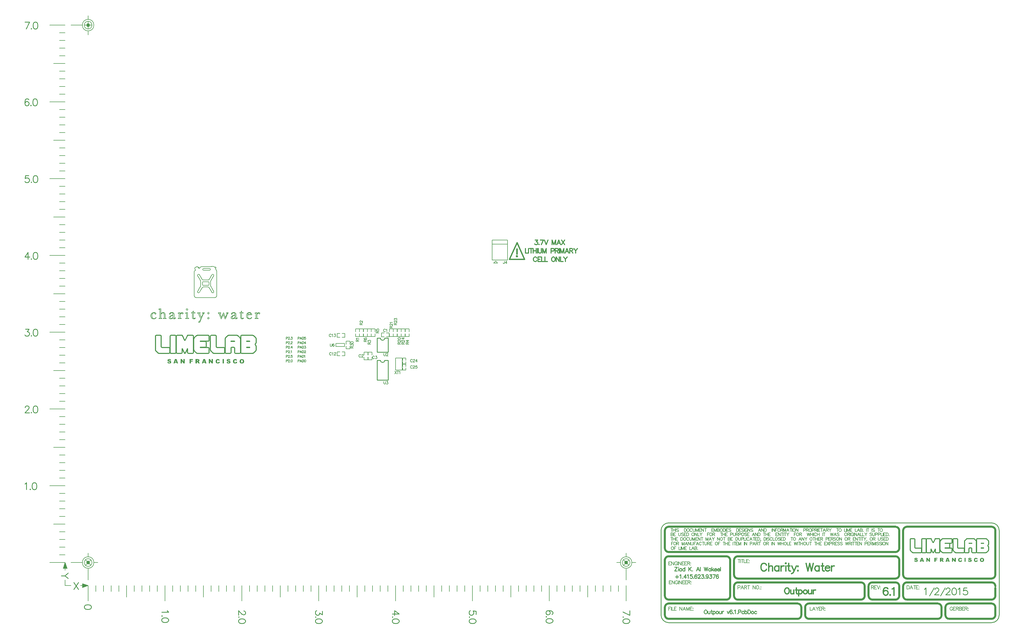
<source format=gto>
%FSLAX44Y44*%
%MOMM*%
G71*
G01*
G75*
%ADD10R,0.6000X0.5000*%
%ADD11R,1.9000X1.1000*%
%ADD12R,9.0000X5.3000*%
%ADD13R,1.5240X0.3302*%
%ADD14O,1.5240X0.3302*%
%ADD15R,0.7620X0.7620*%
%ADD16R,0.8100X0.7620*%
%ADD17R,0.7620X0.8100*%
%ADD18R,0.6000X1.0500*%
%ADD19C,0.2540*%
%ADD20C,0.3810*%
%ADD21C,0.3500*%
%ADD22C,0.2500*%
%ADD23C,0.6000*%
%ADD24C,0.3000*%
%ADD25C,0.5000*%
%ADD26C,0.2286*%
%ADD27C,0.3000*%
%ADD28C,0.2032*%
%ADD29C,0.6350*%
%ADD30C,0.1270*%
%ADD31O,1.8000X1.9000*%
%ADD32R,1.8000X1.9000*%
%ADD33C,1.5240*%
%ADD34C,2.0000*%
%ADD35O,3.0000X1.5000*%
%ADD36C,0.9000*%
%ADD37C,1.2700*%
%ADD38C,0.8890*%
%ADD39C,1.2000*%
%ADD40C,0.3302*%
%ADD41C,0.8000*%
G04:AMPARAMS|DCode=42|XSize=19.5mm|YSize=0.75mm|CornerRadius=0.1875mm|HoleSize=0mm|Usage=FLASHONLY|Rotation=180.000|XOffset=0mm|YOffset=0mm|HoleType=Round|Shape=RoundedRectangle|*
%AMROUNDEDRECTD42*
21,1,19.5000,0.3750,0,0,180.0*
21,1,19.1250,0.7500,0,0,180.0*
1,1,0.3750,-9.5625,0.1875*
1,1,0.3750,9.5625,0.1875*
1,1,0.3750,9.5625,-0.1875*
1,1,0.3750,-9.5625,-0.1875*
%
%ADD42ROUNDEDRECTD42*%
G04:AMPARAMS|DCode=43|XSize=6.5mm|YSize=0.75mm|CornerRadius=0.1875mm|HoleSize=0mm|Usage=FLASHONLY|Rotation=90.000|XOffset=0mm|YOffset=0mm|HoleType=Round|Shape=RoundedRectangle|*
%AMROUNDEDRECTD43*
21,1,6.5000,0.3750,0,0,90.0*
21,1,6.1250,0.7500,0,0,90.0*
1,1,0.3750,0.1875,3.0625*
1,1,0.3750,0.1875,-3.0625*
1,1,0.3750,-0.1875,-3.0625*
1,1,0.3750,-0.1875,3.0625*
%
%ADD43ROUNDEDRECTD43*%
G04:AMPARAMS|DCode=44|XSize=2mm|YSize=0.75mm|CornerRadius=0.1875mm|HoleSize=0mm|Usage=FLASHONLY|Rotation=270.000|XOffset=0mm|YOffset=0mm|HoleType=Round|Shape=RoundedRectangle|*
%AMROUNDEDRECTD44*
21,1,2.0000,0.3750,0,0,270.0*
21,1,1.6250,0.7500,0,0,270.0*
1,1,0.3750,-0.1875,-0.8125*
1,1,0.3750,-0.1875,0.8125*
1,1,0.3750,0.1875,0.8125*
1,1,0.3750,0.1875,-0.8125*
%
%ADD44ROUNDEDRECTD44*%
G04:AMPARAMS|DCode=45|XSize=3.8mm|YSize=0.75mm|CornerRadius=0.1875mm|HoleSize=0mm|Usage=FLASHONLY|Rotation=270.000|XOffset=0mm|YOffset=0mm|HoleType=Round|Shape=RoundedRectangle|*
%AMROUNDEDRECTD45*
21,1,3.8000,0.3750,0,0,270.0*
21,1,3.4250,0.7500,0,0,270.0*
1,1,0.3750,-0.1875,-1.7125*
1,1,0.3750,-0.1875,1.7125*
1,1,0.3750,0.1875,1.7125*
1,1,0.3750,0.1875,-1.7125*
%
%ADD45ROUNDEDRECTD45*%
G04:AMPARAMS|DCode=46|XSize=6.3mm|YSize=0.75mm|CornerRadius=0.1875mm|HoleSize=0mm|Usage=FLASHONLY|Rotation=90.000|XOffset=0mm|YOffset=0mm|HoleType=Round|Shape=RoundedRectangle|*
%AMROUNDEDRECTD46*
21,1,6.3000,0.3750,0,0,90.0*
21,1,5.9250,0.7500,0,0,90.0*
1,1,0.3750,0.1875,2.9625*
1,1,0.3750,0.1875,-2.9625*
1,1,0.3750,-0.1875,-2.9625*
1,1,0.3750,-0.1875,2.9625*
%
%ADD46ROUNDEDRECTD46*%
%ADD47R,0.7620X0.7620*%
%ADD48R,1.7780X1.7780*%
%ADD49R,7.6000X2.1500*%
%ADD50R,0.5000X0.6000*%
%ADD51R,0.5000X0.5000*%
%ADD52R,0.5250X1.0000*%
%ADD53R,1.0000X1.0000*%
%ADD54R,5.2000X4.0000*%
%ADD55R,1.8000X1.0000*%
%ADD56R,1.8000X1.5000*%
%ADD57R,1.2700X0.9144*%
%ADD58R,0.9144X0.9144*%
%ADD59R,0.9800X3.4000*%
%ADD60R,0.7000X1.4000*%
%ADD61R,1.4000X0.7000*%
%ADD62R,5.0800X5.0800*%
%ADD63R,3.9600X3.9600*%
%ADD64R,1.5500X2.7000*%
%ADD65R,1.6000X0.6000*%
%ADD66R,0.6000X1.6000*%
%ADD67O,0.6000X0.2400*%
%ADD68R,1.5800X2.8500*%
%ADD69R,0.2000X0.7750*%
G04:AMPARAMS|DCode=70|XSize=1.3mm|YSize=0.45mm|CornerRadius=0mm|HoleSize=0mm|Usage=FLASHONLY|Rotation=123.000|XOffset=0mm|YOffset=0mm|HoleType=Round|Shape=Rectangle|*
%AMROTATEDRECTD70*
4,1,4,0.5427,-0.4226,0.1653,-0.6677,-0.5427,0.4226,-0.1653,0.6677,0.5427,-0.4226,0.0*
%
%ADD70ROTATEDRECTD70*%

G04:AMPARAMS|DCode=71|XSize=1.15mm|YSize=0.65mm|CornerRadius=0mm|HoleSize=0mm|Usage=FLASHONLY|Rotation=123.000|XOffset=0mm|YOffset=0mm|HoleType=Round|Shape=Rectangle|*
%AMROTATEDRECTD71*
4,1,4,0.5857,-0.3052,0.0406,-0.6592,-0.5857,0.3052,-0.0406,0.6592,0.5857,-0.3052,0.0*
%
%ADD71ROTATEDRECTD71*%

G04:AMPARAMS|DCode=72|XSize=1.7mm|YSize=1.4mm|CornerRadius=0mm|HoleSize=0mm|Usage=FLASHONLY|Rotation=123.000|XOffset=0mm|YOffset=0mm|HoleType=Round|Shape=Rectangle|*
%AMROTATEDRECTD72*
4,1,4,1.0500,-0.3316,-0.1241,-1.0941,-1.0500,0.3316,0.1241,1.0941,1.0500,-0.3316,0.0*
%
%ADD72ROTATEDRECTD72*%

G04:AMPARAMS|DCode=73|XSize=0.8mm|YSize=0.54mm|CornerRadius=0mm|HoleSize=0mm|Usage=FLASHONLY|Rotation=123.000|XOffset=0mm|YOffset=0mm|HoleType=Round|Shape=Rectangle|*
%AMROTATEDRECTD73*
4,1,4,0.4443,-0.1884,-0.0086,-0.4825,-0.4443,0.1884,0.0086,0.4825,0.4443,-0.1884,0.0*
%
%ADD73ROTATEDRECTD73*%

%ADD74R,1.2700X3.1750*%
%ADD75R,0.4000X0.7000*%
%ADD76C,0.2400*%
%ADD77C,0.3048*%
%ADD78C,0.2794*%
%ADD79C,1.5000*%
%ADD80C,0.2000*%
%ADD81C,0.1778*%
%ADD82C,0.1524*%
%ADD83C,0.5080*%
G36*
X-627054Y582366D02*
X-633490D01*
Y579920D01*
X-627985D01*
Y577047D01*
X-633490D01*
Y571250D01*
X-637904D01*
Y585424D01*
X-627054D01*
Y582366D01*
D02*
G37*
G36*
X-675561Y571250D02*
X-680162D01*
X-680880Y573590D01*
X-685826D01*
X-686544Y571250D01*
X-691012D01*
X-685720Y585424D01*
X-680907D01*
X-675561Y571250D01*
D02*
G37*
G36*
X-653994D02*
X-658116D01*
X-663434Y579042D01*
Y571250D01*
X-667556D01*
Y585424D01*
X-663487D01*
X-658116Y577553D01*
Y585424D01*
X-653994D01*
Y571250D01*
D02*
G37*
G36*
X-582084D02*
X-586685D01*
X-587403Y573590D01*
X-592349D01*
X-593067Y571250D01*
X-597535D01*
X-592243Y585424D01*
X-587429D01*
X-582084Y571250D01*
D02*
G37*
G36*
X-524482D02*
X-528870D01*
Y585424D01*
X-524482D01*
Y571250D01*
D02*
G37*
G36*
X-610061Y585398D02*
X-609608Y585371D01*
X-609103Y585345D01*
X-608598Y585265D01*
X-608093Y585185D01*
X-607667Y585052D01*
X-607614Y585026D01*
X-607481Y584972D01*
X-607295Y584893D01*
X-607029Y584760D01*
X-606763Y584574D01*
X-606470Y584361D01*
X-606178Y584068D01*
X-605912Y583749D01*
X-605885Y583696D01*
X-605806Y583590D01*
X-605699Y583377D01*
X-605566Y583111D01*
X-605460Y582792D01*
X-605354Y582393D01*
X-605274Y581941D01*
X-605247Y581462D01*
Y581409D01*
Y581276D01*
X-605274Y581036D01*
X-605300Y580771D01*
X-605380Y580451D01*
X-605460Y580106D01*
X-605593Y579760D01*
X-605752Y579441D01*
X-605779Y579414D01*
X-605832Y579308D01*
X-605965Y579148D01*
X-606125Y578962D01*
X-606311Y578723D01*
X-606550Y578510D01*
X-606816Y578271D01*
X-607135Y578058D01*
X-607162Y578031D01*
X-607242Y578005D01*
X-607375Y577925D01*
X-607534Y577845D01*
X-607747Y577766D01*
X-608013Y577659D01*
X-608332Y577579D01*
X-608678Y577473D01*
X-608651D01*
X-608545Y577420D01*
X-608412Y577393D01*
X-608252Y577313D01*
X-607880Y577154D01*
X-607694Y577074D01*
X-607534Y576968D01*
X-607481Y576941D01*
X-607428Y576888D01*
X-607348Y576808D01*
X-607268Y576702D01*
X-607135Y576569D01*
X-607002Y576409D01*
X-606843Y576196D01*
X-606816Y576170D01*
X-606763Y576117D01*
X-606683Y576010D01*
X-606603Y575877D01*
X-606391Y575611D01*
X-606311Y575478D01*
X-606231Y575345D01*
X-604104Y571250D01*
X-609077D01*
X-611390Y575558D01*
X-611417Y575585D01*
X-611470Y575691D01*
X-611550Y575851D01*
X-611656Y576010D01*
X-611922Y576383D01*
X-612055Y576542D01*
X-612188Y576648D01*
X-612215Y576675D01*
X-612268Y576702D01*
X-612374Y576755D01*
X-612507Y576835D01*
X-612667Y576888D01*
X-612826Y576941D01*
X-613039Y576968D01*
X-613252Y576994D01*
X-613624D01*
Y571250D01*
X-618039D01*
Y585424D01*
X-610247D01*
X-610061Y585398D01*
D02*
G37*
G36*
X-486745Y585637D02*
X-486532D01*
X-486267Y585611D01*
X-485974Y585584D01*
X-485655Y585531D01*
X-484990Y585398D01*
X-484299Y585212D01*
X-483607Y584946D01*
X-483288Y584760D01*
X-482995Y584574D01*
X-482969D01*
X-482916Y584520D01*
X-482836Y584467D01*
X-482729Y584361D01*
X-482464Y584121D01*
X-482118Y583749D01*
X-481745Y583270D01*
X-481373Y582712D01*
X-481187Y582393D01*
X-481001Y582047D01*
X-480841Y581648D01*
X-480682Y581249D01*
X-484565Y580398D01*
Y580425D01*
X-484591Y580505D01*
X-484644Y580611D01*
X-484697Y580744D01*
X-484830Y581063D01*
X-484910Y581196D01*
X-484990Y581329D01*
X-485017Y581356D01*
X-485043Y581409D01*
X-485123Y581515D01*
X-485229Y581622D01*
X-485522Y581861D01*
X-485894Y582100D01*
X-485921Y582127D01*
X-485974Y582153D01*
X-486107Y582207D01*
X-486240Y582260D01*
X-486426Y582313D01*
X-486612Y582340D01*
X-486852Y582393D01*
X-487224D01*
X-487330Y582366D01*
X-487596Y582340D01*
X-487942Y582233D01*
X-488314Y582100D01*
X-488686Y581888D01*
X-489059Y581595D01*
X-489218Y581409D01*
X-489378Y581196D01*
X-489404Y581143D01*
X-489458Y581036D01*
X-489564Y580824D01*
X-489670Y580505D01*
X-489777Y580106D01*
X-489883Y579627D01*
X-489936Y579069D01*
X-489963Y578404D01*
Y578377D01*
Y578297D01*
Y578191D01*
Y578031D01*
X-489936Y577819D01*
Y577606D01*
X-489883Y577101D01*
X-489777Y576569D01*
X-489670Y576037D01*
X-489484Y575558D01*
X-489378Y575345D01*
X-489245Y575159D01*
X-489218Y575133D01*
X-489112Y575026D01*
X-488952Y574893D01*
X-488713Y574734D01*
X-488447Y574574D01*
X-488101Y574441D01*
X-487702Y574335D01*
X-487250Y574308D01*
X-487038D01*
X-486825Y574335D01*
X-486532Y574388D01*
X-486213Y574468D01*
X-485894Y574601D01*
X-485602Y574760D01*
X-485336Y575000D01*
X-485309Y575026D01*
X-485229Y575133D01*
X-485096Y575292D01*
X-484963Y575505D01*
X-484804Y575798D01*
X-484644Y576143D01*
X-484511Y576569D01*
X-484378Y577047D01*
X-480549Y575877D01*
Y575851D01*
X-480575Y575798D01*
X-480602Y575718D01*
X-480629Y575611D01*
X-480708Y575319D01*
X-480841Y574920D01*
X-481027Y574494D01*
X-481240Y574042D01*
X-481506Y573590D01*
X-481799Y573165D01*
X-481825Y573112D01*
X-481958Y572979D01*
X-482118Y572792D01*
X-482357Y572553D01*
X-482650Y572314D01*
X-483022Y572021D01*
X-483394Y571782D01*
X-483846Y571543D01*
X-483873D01*
X-483900Y571516D01*
X-483979Y571489D01*
X-484059Y571463D01*
X-484325Y571383D01*
X-484697Y571277D01*
X-485149Y571170D01*
X-485681Y571090D01*
X-486293Y571037D01*
X-486984Y571011D01*
X-487357D01*
X-487570Y571037D01*
X-487782D01*
X-488314Y571090D01*
X-488926Y571170D01*
X-489564Y571303D01*
X-490176Y571463D01*
X-490761Y571675D01*
X-490787D01*
X-490814Y571702D01*
X-490894Y571755D01*
X-491000Y571809D01*
X-491266Y571968D01*
X-491612Y572207D01*
X-492011Y572553D01*
X-492436Y572952D01*
X-492862Y573431D01*
X-493287Y574016D01*
Y574042D01*
X-493340Y574095D01*
X-493394Y574202D01*
X-493447Y574335D01*
X-493527Y574494D01*
X-493633Y574707D01*
X-493713Y574920D01*
X-493819Y575186D01*
X-493926Y575505D01*
X-494005Y575824D01*
X-494112Y576170D01*
X-494191Y576569D01*
X-494298Y577420D01*
X-494351Y578350D01*
Y578404D01*
Y578510D01*
Y578696D01*
X-494324Y578936D01*
X-494298Y579228D01*
X-494245Y579574D01*
X-494191Y579946D01*
X-494112Y580345D01*
X-494032Y580771D01*
X-493899Y581223D01*
X-493739Y581648D01*
X-493553Y582100D01*
X-493340Y582552D01*
X-493101Y582978D01*
X-492808Y583377D01*
X-492489Y583749D01*
X-492463Y583776D01*
X-492410Y583829D01*
X-492303Y583935D01*
X-492144Y584042D01*
X-491958Y584201D01*
X-491718Y584361D01*
X-491452Y584520D01*
X-491133Y584706D01*
X-490761Y584893D01*
X-490388Y585052D01*
X-489936Y585212D01*
X-489458Y585371D01*
X-488952Y585478D01*
X-488421Y585584D01*
X-487809Y585637D01*
X-487197Y585664D01*
X-486931D01*
X-486745Y585637D01*
D02*
G37*
G36*
X-704256D02*
X-704016D01*
X-703777Y585611D01*
X-703485Y585584D01*
X-703166Y585531D01*
X-702501Y585424D01*
X-701809Y585238D01*
X-701144Y584999D01*
X-700825Y584839D01*
X-700559Y584653D01*
X-700533D01*
X-700506Y584600D01*
X-700320Y584467D01*
X-700081Y584228D01*
X-699815Y583882D01*
X-699496Y583430D01*
X-699363Y583164D01*
X-699230Y582872D01*
X-699097Y582552D01*
X-698990Y582207D01*
X-698911Y581834D01*
X-698831Y581435D01*
X-702953Y581196D01*
Y581249D01*
X-702979Y581356D01*
X-703033Y581515D01*
X-703112Y581728D01*
X-703219Y581967D01*
X-703325Y582180D01*
X-703485Y582393D01*
X-703671Y582579D01*
X-703697Y582606D01*
X-703777Y582659D01*
X-703884Y582712D01*
X-704043Y582818D01*
X-704256Y582898D01*
X-704522Y582951D01*
X-704814Y583004D01*
X-705133Y583031D01*
X-705266D01*
X-705399Y583004D01*
X-705559Y582978D01*
X-705958Y582898D01*
X-706144Y582792D01*
X-706304Y582685D01*
X-706330Y582659D01*
X-706357Y582632D01*
X-706490Y582473D01*
X-706623Y582233D01*
X-706649Y582074D01*
X-706676Y581914D01*
Y581888D01*
Y581861D01*
X-706623Y581701D01*
X-706543Y581515D01*
X-706463Y581409D01*
X-706357Y581302D01*
X-706330D01*
X-706277Y581249D01*
X-706197Y581196D01*
X-706064Y581116D01*
X-705852Y581036D01*
X-705612Y580957D01*
X-705293Y580850D01*
X-704894Y580771D01*
X-704867D01*
X-704761Y580744D01*
X-704628Y580717D01*
X-704415Y580664D01*
X-704176Y580611D01*
X-703910Y580531D01*
X-703618Y580478D01*
X-703298Y580398D01*
X-702634Y580186D01*
X-701942Y579999D01*
X-701304Y579760D01*
X-701011Y579654D01*
X-700772Y579521D01*
X-700745D01*
X-700719Y579494D01*
X-700559Y579414D01*
X-700347Y579281D01*
X-700081Y579095D01*
X-699788Y578856D01*
X-699469Y578590D01*
X-699203Y578297D01*
X-698964Y577952D01*
X-698937Y577898D01*
X-698884Y577792D01*
X-698777Y577606D01*
X-698671Y577340D01*
X-698565Y577021D01*
X-698458Y576675D01*
X-698405Y576276D01*
X-698379Y575851D01*
Y575824D01*
Y575798D01*
Y575718D01*
Y575611D01*
X-698405Y575372D01*
X-698485Y575026D01*
X-698565Y574627D01*
X-698698Y574202D01*
X-698884Y573776D01*
X-699150Y573324D01*
X-699176Y573271D01*
X-699283Y573138D01*
X-699469Y572925D01*
X-699682Y572686D01*
X-700001Y572393D01*
X-700347Y572101D01*
X-700772Y571835D01*
X-701251Y571596D01*
X-701277D01*
X-701304Y571569D01*
X-701384Y571543D01*
X-701490Y571516D01*
X-701623Y571463D01*
X-701783Y571410D01*
X-702181Y571303D01*
X-702687Y571197D01*
X-703272Y571090D01*
X-703937Y571037D01*
X-704681Y571011D01*
X-705027D01*
X-705266Y571037D01*
X-705559Y571064D01*
X-705905Y571090D01*
X-706277Y571117D01*
X-706676Y571197D01*
X-707500Y571356D01*
X-708325Y571596D01*
X-708724Y571755D01*
X-709096Y571941D01*
X-709415Y572154D01*
X-709708Y572393D01*
X-709734Y572420D01*
X-709761Y572447D01*
X-709840Y572527D01*
X-709920Y572633D01*
X-710027Y572792D01*
X-710160Y572952D01*
X-710293Y573138D01*
X-710426Y573351D01*
X-710692Y573856D01*
X-710931Y574468D01*
X-711144Y575159D01*
X-711197Y575532D01*
X-711250Y575930D01*
X-707075Y576196D01*
Y576143D01*
X-707048Y576037D01*
X-707022Y575851D01*
X-706968Y575638D01*
X-706782Y575133D01*
X-706676Y574867D01*
X-706543Y574654D01*
X-706516Y574627D01*
X-706410Y574521D01*
X-706250Y574388D01*
X-706038Y574229D01*
X-705772Y574069D01*
X-705426Y573936D01*
X-705054Y573830D01*
X-704602Y573803D01*
X-704442D01*
X-704282Y573830D01*
X-704070Y573856D01*
X-703830Y573909D01*
X-703591Y573989D01*
X-703378Y574095D01*
X-703166Y574229D01*
X-703139Y574255D01*
X-703086Y574308D01*
X-703006Y574415D01*
X-702900Y574521D01*
X-702713Y574840D01*
X-702660Y575026D01*
X-702634Y575239D01*
Y575266D01*
Y575345D01*
X-702660Y575452D01*
X-702687Y575585D01*
X-702767Y575718D01*
X-702846Y575904D01*
X-702979Y576063D01*
X-703139Y576223D01*
X-703166Y576250D01*
X-703245Y576303D01*
X-703378Y576383D01*
X-703591Y576489D01*
X-703884Y576622D01*
X-704282Y576755D01*
X-704522Y576835D01*
X-704761Y576914D01*
X-705054Y576968D01*
X-705373Y577047D01*
X-705399D01*
X-705506Y577074D01*
X-705639Y577127D01*
X-705852Y577180D01*
X-706091Y577234D01*
X-706357Y577313D01*
X-706649Y577420D01*
X-706968Y577526D01*
X-707660Y577766D01*
X-708325Y578058D01*
X-708963Y578404D01*
X-709256Y578590D01*
X-709495Y578776D01*
X-709548Y578829D01*
X-709681Y578962D01*
X-709894Y579202D01*
X-710107Y579521D01*
X-710319Y579920D01*
X-710532Y580372D01*
X-710665Y580930D01*
X-710692Y581196D01*
X-710718Y581515D01*
Y581568D01*
Y581701D01*
X-710692Y581914D01*
X-710638Y582180D01*
X-710559Y582499D01*
X-710452Y582845D01*
X-710319Y583191D01*
X-710107Y583563D01*
X-710080Y583616D01*
X-709974Y583722D01*
X-709840Y583909D01*
X-709628Y584121D01*
X-709362Y584361D01*
X-709016Y584627D01*
X-708644Y584893D01*
X-708192Y585105D01*
X-708165D01*
X-708139Y585132D01*
X-708059Y585159D01*
X-707952Y585185D01*
X-707819Y585238D01*
X-707660Y585291D01*
X-707474Y585345D01*
X-707288Y585398D01*
X-706782Y585478D01*
X-706171Y585584D01*
X-705479Y585637D01*
X-704708Y585664D01*
X-704442D01*
X-704256Y585637D01*
D02*
G37*
G36*
X-508499D02*
X-508260D01*
X-508020Y585611D01*
X-507728Y585584D01*
X-507408Y585531D01*
X-506744Y585424D01*
X-506052Y585238D01*
X-505387Y584999D01*
X-505068Y584839D01*
X-504802Y584653D01*
X-504776D01*
X-504749Y584600D01*
X-504563Y584467D01*
X-504324Y584228D01*
X-504058Y583882D01*
X-503739Y583430D01*
X-503606Y583164D01*
X-503473Y582872D01*
X-503340Y582552D01*
X-503233Y582207D01*
X-503153Y581834D01*
X-503074Y581435D01*
X-507196Y581196D01*
Y581249D01*
X-507222Y581356D01*
X-507276Y581515D01*
X-507355Y581728D01*
X-507462Y581967D01*
X-507568Y582180D01*
X-507728Y582393D01*
X-507914Y582579D01*
X-507940Y582606D01*
X-508020Y582659D01*
X-508127Y582712D01*
X-508286Y582818D01*
X-508499Y582898D01*
X-508765Y582951D01*
X-509057Y583004D01*
X-509376Y583031D01*
X-509509D01*
X-509642Y583004D01*
X-509802Y582978D01*
X-510201Y582898D01*
X-510387Y582792D01*
X-510547Y582685D01*
X-510573Y582659D01*
X-510600Y582632D01*
X-510733Y582473D01*
X-510866Y582233D01*
X-510892Y582074D01*
X-510919Y581914D01*
Y581888D01*
Y581861D01*
X-510866Y581701D01*
X-510786Y581515D01*
X-510706Y581409D01*
X-510600Y581302D01*
X-510573D01*
X-510520Y581249D01*
X-510440Y581196D01*
X-510307Y581116D01*
X-510094Y581036D01*
X-509855Y580957D01*
X-509536Y580850D01*
X-509137Y580771D01*
X-509110D01*
X-509004Y580744D01*
X-508871Y580717D01*
X-508658Y580664D01*
X-508419Y580611D01*
X-508153Y580531D01*
X-507861Y580478D01*
X-507542Y580398D01*
X-506877Y580186D01*
X-506185Y579999D01*
X-505547Y579760D01*
X-505254Y579654D01*
X-505015Y579521D01*
X-504989D01*
X-504962Y579494D01*
X-504802Y579414D01*
X-504590Y579281D01*
X-504324Y579095D01*
X-504031Y578856D01*
X-503712Y578590D01*
X-503446Y578297D01*
X-503207Y577952D01*
X-503180Y577898D01*
X-503127Y577792D01*
X-503021Y577606D01*
X-502914Y577340D01*
X-502808Y577021D01*
X-502701Y576675D01*
X-502648Y576276D01*
X-502622Y575851D01*
Y575824D01*
Y575798D01*
Y575718D01*
Y575611D01*
X-502648Y575372D01*
X-502728Y575026D01*
X-502808Y574627D01*
X-502941Y574202D01*
X-503127Y573776D01*
X-503393Y573324D01*
X-503419Y573271D01*
X-503526Y573138D01*
X-503712Y572925D01*
X-503925Y572686D01*
X-504244Y572393D01*
X-504590Y572101D01*
X-505015Y571835D01*
X-505494Y571596D01*
X-505520D01*
X-505547Y571569D01*
X-505627Y571543D01*
X-505733Y571516D01*
X-505866Y571463D01*
X-506026Y571410D01*
X-506425Y571303D01*
X-506930Y571197D01*
X-507515Y571090D01*
X-508180Y571037D01*
X-508924Y571011D01*
X-509270D01*
X-509509Y571037D01*
X-509802Y571064D01*
X-510148Y571090D01*
X-510520Y571117D01*
X-510919Y571197D01*
X-511743Y571356D01*
X-512568Y571596D01*
X-512967Y571755D01*
X-513339Y571941D01*
X-513658Y572154D01*
X-513951Y572393D01*
X-513977Y572420D01*
X-514004Y572447D01*
X-514084Y572527D01*
X-514163Y572633D01*
X-514270Y572792D01*
X-514403Y572952D01*
X-514536Y573138D01*
X-514669Y573351D01*
X-514935Y573856D01*
X-515174Y574468D01*
X-515387Y575159D01*
X-515440Y575532D01*
X-515493Y575930D01*
X-511318Y576196D01*
Y576143D01*
X-511291Y576037D01*
X-511265Y575851D01*
X-511211Y575638D01*
X-511025Y575133D01*
X-510919Y574867D01*
X-510786Y574654D01*
X-510759Y574627D01*
X-510653Y574521D01*
X-510493Y574388D01*
X-510281Y574229D01*
X-510015Y574069D01*
X-509669Y573936D01*
X-509297Y573830D01*
X-508845Y573803D01*
X-508685D01*
X-508526Y573830D01*
X-508313Y573856D01*
X-508073Y573909D01*
X-507834Y573989D01*
X-507621Y574095D01*
X-507408Y574229D01*
X-507382Y574255D01*
X-507329Y574308D01*
X-507249Y574415D01*
X-507143Y574521D01*
X-506956Y574840D01*
X-506903Y575026D01*
X-506877Y575239D01*
Y575266D01*
Y575345D01*
X-506903Y575452D01*
X-506930Y575585D01*
X-507010Y575718D01*
X-507089Y575904D01*
X-507222Y576063D01*
X-507382Y576223D01*
X-507408Y576250D01*
X-507488Y576303D01*
X-507621Y576383D01*
X-507834Y576489D01*
X-508127Y576622D01*
X-508526Y576755D01*
X-508765Y576835D01*
X-509004Y576914D01*
X-509297Y576968D01*
X-509616Y577047D01*
X-509642D01*
X-509749Y577074D01*
X-509882Y577127D01*
X-510094Y577180D01*
X-510334Y577234D01*
X-510600Y577313D01*
X-510892Y577420D01*
X-511211Y577526D01*
X-511903Y577766D01*
X-512568Y578058D01*
X-513206Y578404D01*
X-513498Y578590D01*
X-513738Y578776D01*
X-513791Y578829D01*
X-513924Y578962D01*
X-514137Y579202D01*
X-514350Y579521D01*
X-514562Y579920D01*
X-514775Y580372D01*
X-514908Y580930D01*
X-514935Y581196D01*
X-514961Y581515D01*
Y581568D01*
Y581701D01*
X-514935Y581914D01*
X-514881Y582180D01*
X-514802Y582499D01*
X-514695Y582845D01*
X-514562Y583191D01*
X-514350Y583563D01*
X-514323Y583616D01*
X-514216Y583722D01*
X-514084Y583909D01*
X-513871Y584121D01*
X-513605Y584361D01*
X-513259Y584627D01*
X-512887Y584893D01*
X-512435Y585105D01*
X-512408D01*
X-512382Y585132D01*
X-512302Y585159D01*
X-512195Y585185D01*
X-512062Y585238D01*
X-511903Y585291D01*
X-511717Y585345D01*
X-511531Y585398D01*
X-511025Y585478D01*
X-510414Y585584D01*
X-509722Y585637D01*
X-508951Y585664D01*
X-508685D01*
X-508499Y585637D01*
D02*
G37*
G36*
X-560516Y571250D02*
X-564638D01*
X-569957Y579042D01*
Y571250D01*
X-574079D01*
Y585424D01*
X-570010D01*
X-564638Y577553D01*
Y585424D01*
X-560516D01*
Y571250D01*
D02*
G37*
G36*
X-464486Y585637D02*
X-464194Y585611D01*
X-463848Y585558D01*
X-463476Y585504D01*
X-463050Y585424D01*
X-462625Y585318D01*
X-462173Y585185D01*
X-461720Y585052D01*
X-461268Y584866D01*
X-460843Y584627D01*
X-460391Y584387D01*
X-459992Y584095D01*
X-459619Y583749D01*
X-459593Y583722D01*
X-459540Y583669D01*
X-459433Y583563D01*
X-459327Y583403D01*
X-459167Y583217D01*
X-459008Y582978D01*
X-458822Y582685D01*
X-458635Y582366D01*
X-458476Y582020D01*
X-458290Y581622D01*
X-458130Y581196D01*
X-457971Y580717D01*
X-457864Y580186D01*
X-457758Y579654D01*
X-457705Y579069D01*
X-457678Y578430D01*
Y578404D01*
Y578324D01*
Y578191D01*
Y578031D01*
X-457705Y577819D01*
X-457731Y577553D01*
X-457758Y577287D01*
X-457785Y576994D01*
X-457891Y576356D01*
X-458024Y575665D01*
X-458237Y575000D01*
X-458529Y574361D01*
Y574335D01*
X-458556Y574282D01*
X-458609Y574202D01*
X-458689Y574095D01*
X-458875Y573803D01*
X-459141Y573457D01*
X-459487Y573058D01*
X-459885Y572633D01*
X-460391Y572261D01*
X-460949Y571888D01*
X-460976D01*
X-461029Y571862D01*
X-461109Y571809D01*
X-461242Y571755D01*
X-461401Y571675D01*
X-461587Y571622D01*
X-461800Y571543D01*
X-462039Y571463D01*
X-462305Y571356D01*
X-462598Y571277D01*
X-463289Y571144D01*
X-464034Y571037D01*
X-464885Y571011D01*
X-465284D01*
X-465497Y571037D01*
X-465736Y571064D01*
X-466002D01*
X-466295Y571117D01*
X-466933Y571197D01*
X-467598Y571330D01*
X-468262Y571516D01*
X-468874Y571755D01*
X-468901D01*
X-468954Y571782D01*
X-469034Y571835D01*
X-469140Y571915D01*
X-469433Y572074D01*
X-469778Y572340D01*
X-470177Y572686D01*
X-470603Y573112D01*
X-471028Y573590D01*
X-471427Y574175D01*
Y574202D01*
X-471480Y574255D01*
X-471507Y574335D01*
X-471587Y574468D01*
X-471640Y574627D01*
X-471720Y574840D01*
X-471826Y575053D01*
X-471906Y575319D01*
X-471986Y575611D01*
X-472092Y575904D01*
X-472172Y576250D01*
X-472225Y576622D01*
X-472331Y577420D01*
X-472384Y578324D01*
Y578377D01*
Y578484D01*
X-472358Y578670D01*
Y578882D01*
X-472331Y579175D01*
X-472278Y579521D01*
X-472225Y579893D01*
X-472145Y580292D01*
X-472039Y580717D01*
X-471906Y581170D01*
X-471773Y581622D01*
X-471587Y582074D01*
X-471347Y582499D01*
X-471108Y582925D01*
X-470816Y583350D01*
X-470470Y583722D01*
X-470443Y583749D01*
X-470390Y583802D01*
X-470257Y583909D01*
X-470124Y584015D01*
X-469911Y584175D01*
X-469672Y584334D01*
X-469379Y584520D01*
X-469060Y584706D01*
X-468715Y584866D01*
X-468289Y585052D01*
X-467864Y585212D01*
X-467385Y585371D01*
X-466853Y585478D01*
X-466295Y585584D01*
X-465709Y585637D01*
X-465071Y585664D01*
X-464725D01*
X-464486Y585637D01*
D02*
G37*
G36*
X-543948D02*
X-543736D01*
X-543470Y585611D01*
X-543177Y585584D01*
X-542858Y585531D01*
X-542193Y585398D01*
X-541502Y585212D01*
X-540810Y584946D01*
X-540491Y584760D01*
X-540199Y584574D01*
X-540172D01*
X-540119Y584520D01*
X-540039Y584467D01*
X-539933Y584361D01*
X-539667Y584121D01*
X-539321Y583749D01*
X-538949Y583270D01*
X-538577Y582712D01*
X-538390Y582393D01*
X-538204Y582047D01*
X-538045Y581648D01*
X-537885Y581249D01*
X-541768Y580398D01*
Y580425D01*
X-541794Y580505D01*
X-541847Y580611D01*
X-541901Y580744D01*
X-542034Y581063D01*
X-542113Y581196D01*
X-542193Y581329D01*
X-542220Y581356D01*
X-542246Y581409D01*
X-542326Y581515D01*
X-542433Y581622D01*
X-542725Y581861D01*
X-543097Y582100D01*
X-543124Y582127D01*
X-543177Y582153D01*
X-543310Y582207D01*
X-543443Y582260D01*
X-543629Y582313D01*
X-543815Y582340D01*
X-544055Y582393D01*
X-544427D01*
X-544534Y582366D01*
X-544799Y582340D01*
X-545145Y582233D01*
X-545518Y582100D01*
X-545890Y581888D01*
X-546262Y581595D01*
X-546422Y581409D01*
X-546581Y581196D01*
X-546608Y581143D01*
X-546661Y581036D01*
X-546767Y580824D01*
X-546874Y580505D01*
X-546980Y580106D01*
X-547086Y579627D01*
X-547140Y579069D01*
X-547166Y578404D01*
Y578377D01*
Y578297D01*
Y578191D01*
Y578031D01*
X-547140Y577819D01*
Y577606D01*
X-547086Y577101D01*
X-546980Y576569D01*
X-546874Y576037D01*
X-546688Y575558D01*
X-546581Y575345D01*
X-546448Y575159D01*
X-546422Y575133D01*
X-546315Y575026D01*
X-546156Y574893D01*
X-545916Y574734D01*
X-545650Y574574D01*
X-545305Y574441D01*
X-544906Y574335D01*
X-544454Y574308D01*
X-544241D01*
X-544028Y574335D01*
X-543736Y574388D01*
X-543416Y574468D01*
X-543097Y574601D01*
X-542805Y574760D01*
X-542539Y575000D01*
X-542512Y575026D01*
X-542433Y575133D01*
X-542300Y575292D01*
X-542167Y575505D01*
X-542007Y575798D01*
X-541847Y576143D01*
X-541715Y576569D01*
X-541582Y577047D01*
X-537752Y575877D01*
Y575851D01*
X-537779Y575798D01*
X-537805Y575718D01*
X-537832Y575611D01*
X-537912Y575319D01*
X-538045Y574920D01*
X-538231Y574494D01*
X-538443Y574042D01*
X-538709Y573590D01*
X-539002Y573165D01*
X-539029Y573112D01*
X-539161Y572979D01*
X-539321Y572792D01*
X-539560Y572553D01*
X-539853Y572314D01*
X-540225Y572021D01*
X-540598Y571782D01*
X-541050Y571543D01*
X-541076D01*
X-541103Y571516D01*
X-541183Y571489D01*
X-541262Y571463D01*
X-541528Y571383D01*
X-541901Y571277D01*
X-542353Y571170D01*
X-542885Y571090D01*
X-543496Y571037D01*
X-544188Y571011D01*
X-544560D01*
X-544773Y571037D01*
X-544986D01*
X-545518Y571090D01*
X-546129Y571170D01*
X-546767Y571303D01*
X-547379Y571463D01*
X-547964Y571675D01*
X-547991D01*
X-548017Y571702D01*
X-548097Y571755D01*
X-548203Y571809D01*
X-548469Y571968D01*
X-548815Y572207D01*
X-549214Y572553D01*
X-549640Y572952D01*
X-550065Y573431D01*
X-550490Y574016D01*
Y574042D01*
X-550544Y574095D01*
X-550597Y574202D01*
X-550650Y574335D01*
X-550730Y574494D01*
X-550836Y574707D01*
X-550916Y574920D01*
X-551022Y575186D01*
X-551129Y575505D01*
X-551208Y575824D01*
X-551315Y576170D01*
X-551395Y576569D01*
X-551501Y577420D01*
X-551554Y578350D01*
Y578404D01*
Y578510D01*
Y578696D01*
X-551528Y578936D01*
X-551501Y579228D01*
X-551448Y579574D01*
X-551395Y579946D01*
X-551315Y580345D01*
X-551235Y580771D01*
X-551102Y581223D01*
X-550943Y581648D01*
X-550756Y582100D01*
X-550544Y582552D01*
X-550304Y582978D01*
X-550012Y583377D01*
X-549693Y583749D01*
X-549666Y583776D01*
X-549613Y583829D01*
X-549506Y583935D01*
X-549347Y584042D01*
X-549161Y584201D01*
X-548922Y584361D01*
X-548656Y584520D01*
X-548336Y584706D01*
X-547964Y584893D01*
X-547592Y585052D01*
X-547140Y585212D01*
X-546661Y585371D01*
X-546156Y585478D01*
X-545624Y585584D01*
X-545012Y585637D01*
X-544400Y585664D01*
X-544135D01*
X-543948Y585637D01*
D02*
G37*
%LPC*%
G36*
X-589876Y581728D02*
X-591418Y576648D01*
X-588334D01*
X-589876Y581728D01*
D02*
G37*
G36*
X-611736Y582552D02*
X-613624D01*
Y579680D01*
X-611656D01*
X-611550Y579707D01*
X-611390Y579733D01*
X-611177Y579760D01*
X-610938Y579813D01*
X-610646Y579866D01*
X-610619D01*
X-610566Y579893D01*
X-610406Y579946D01*
X-610167Y580079D01*
X-609954Y580292D01*
X-609928Y580318D01*
X-609901Y580345D01*
X-609848Y580425D01*
X-609795Y580531D01*
X-609715Y580797D01*
X-609662Y580957D01*
Y581116D01*
Y581143D01*
Y581223D01*
X-609688Y581356D01*
X-609715Y581515D01*
X-609768Y581675D01*
X-609848Y581861D01*
X-609954Y582020D01*
X-610114Y582180D01*
X-610140Y582207D01*
X-610194Y582233D01*
X-610300Y582286D01*
X-610486Y582366D01*
X-610699Y582446D01*
X-610965Y582499D01*
X-611311Y582526D01*
X-611736Y582552D01*
D02*
G37*
G36*
X-465071Y582340D02*
X-465124D01*
X-465284Y582313D01*
X-465523Y582286D01*
X-465842Y582233D01*
X-466162Y582100D01*
X-466534Y581941D01*
X-466880Y581701D01*
X-467199Y581382D01*
X-467225Y581329D01*
X-467332Y581196D01*
X-467438Y580983D01*
X-467598Y580638D01*
X-467731Y580212D01*
X-467810Y579973D01*
X-467864Y579680D01*
X-467917Y579388D01*
X-467970Y579042D01*
X-467996Y578696D01*
Y578297D01*
Y578271D01*
Y578191D01*
Y578085D01*
X-467970Y577952D01*
Y577766D01*
X-467943Y577579D01*
X-467890Y577101D01*
X-467810Y576595D01*
X-467651Y576090D01*
X-467465Y575611D01*
X-467332Y575399D01*
X-467199Y575213D01*
X-467172Y575186D01*
X-467039Y575079D01*
X-466880Y574920D01*
X-466640Y574760D01*
X-466321Y574574D01*
X-465949Y574441D01*
X-465523Y574335D01*
X-465045Y574282D01*
X-464912D01*
X-464805Y574308D01*
X-464566Y574335D01*
X-464247Y574388D01*
X-463901Y574494D01*
X-463529Y574654D01*
X-463183Y574893D01*
X-462864Y575186D01*
X-462837Y575239D01*
X-462731Y575372D01*
X-462598Y575611D01*
X-462545Y575771D01*
X-462465Y575957D01*
X-462385Y576170D01*
X-462305Y576409D01*
X-462252Y576675D01*
X-462199Y576968D01*
X-462146Y577313D01*
X-462093Y577659D01*
X-462066Y578058D01*
Y578484D01*
Y578510D01*
Y578563D01*
Y578670D01*
Y578803D01*
X-462093Y578962D01*
X-462119Y579175D01*
X-462173Y579600D01*
X-462279Y580079D01*
X-462412Y580558D01*
X-462625Y581010D01*
X-462891Y581409D01*
X-462917Y581462D01*
X-463023Y581568D01*
X-463210Y581701D01*
X-463449Y581888D01*
X-463768Y582047D01*
X-464140Y582207D01*
X-464593Y582313D01*
X-465071Y582340D01*
D02*
G37*
G36*
X-683353Y581728D02*
X-684896Y576648D01*
X-681811D01*
X-683353Y581728D01*
D02*
G37*
%LPD*%
G36*
X1833646Y-74963D02*
X1827795D01*
Y-77187D01*
X1832800D01*
Y-79799D01*
X1827795D01*
Y-85070D01*
X1823781D01*
Y-72182D01*
X1833646D01*
Y-74963D01*
D02*
G37*
G36*
X1789541Y-85070D02*
X1785357D01*
X1784704Y-82942D01*
X1780207D01*
X1779554Y-85070D01*
X1775492D01*
X1780304Y-72182D01*
X1784680D01*
X1789541Y-85070D01*
D02*
G37*
G36*
X1809151D02*
X1805403D01*
X1800567Y-77985D01*
Y-85070D01*
X1796819D01*
Y-72182D01*
X1800519D01*
X1805403Y-79339D01*
Y-72182D01*
X1809151D01*
Y-85070D01*
D02*
G37*
G36*
X1874536D02*
X1870353D01*
X1869700Y-82942D01*
X1865202D01*
X1864550Y-85070D01*
X1860487D01*
X1865299Y-72182D01*
X1869676D01*
X1874536Y-85070D01*
D02*
G37*
G36*
X1926912D02*
X1922922D01*
Y-72182D01*
X1926912D01*
Y-85070D01*
D02*
G37*
G36*
X1849098Y-72206D02*
X1849509Y-72230D01*
X1849969Y-72254D01*
X1850428Y-72327D01*
X1850887Y-72399D01*
X1851274Y-72520D01*
X1851323Y-72544D01*
X1851443Y-72593D01*
X1851613Y-72665D01*
X1851855Y-72786D01*
X1852096Y-72956D01*
X1852362Y-73149D01*
X1852628Y-73415D01*
X1852870Y-73705D01*
X1852894Y-73753D01*
X1852967Y-73850D01*
X1853064Y-74044D01*
X1853185Y-74285D01*
X1853281Y-74576D01*
X1853378Y-74938D01*
X1853450Y-75349D01*
X1853475Y-75785D01*
Y-75833D01*
Y-75954D01*
X1853450Y-76172D01*
X1853426Y-76413D01*
X1853354Y-76704D01*
X1853281Y-77018D01*
X1853160Y-77332D01*
X1853015Y-77622D01*
X1852991Y-77647D01*
X1852943Y-77743D01*
X1852822Y-77888D01*
X1852677Y-78058D01*
X1852507Y-78275D01*
X1852290Y-78469D01*
X1852048Y-78686D01*
X1851758Y-78880D01*
X1851734Y-78904D01*
X1851661Y-78928D01*
X1851540Y-79001D01*
X1851395Y-79073D01*
X1851202Y-79146D01*
X1850960Y-79243D01*
X1850670Y-79315D01*
X1850355Y-79412D01*
X1850380D01*
X1850476Y-79460D01*
X1850597Y-79484D01*
X1850742Y-79557D01*
X1851081Y-79702D01*
X1851250Y-79775D01*
X1851395Y-79871D01*
X1851443Y-79896D01*
X1851492Y-79944D01*
X1851564Y-80016D01*
X1851637Y-80113D01*
X1851758Y-80234D01*
X1851879Y-80379D01*
X1852024Y-80573D01*
X1852048Y-80597D01*
X1852096Y-80645D01*
X1852169Y-80742D01*
X1852242Y-80863D01*
X1852435Y-81104D01*
X1852507Y-81225D01*
X1852580Y-81346D01*
X1854514Y-85070D01*
X1849993D01*
X1847889Y-81153D01*
X1847865Y-81129D01*
X1847816Y-81032D01*
X1847744Y-80887D01*
X1847647Y-80742D01*
X1847405Y-80403D01*
X1847284Y-80258D01*
X1847164Y-80162D01*
X1847139Y-80137D01*
X1847091Y-80113D01*
X1846994Y-80065D01*
X1846873Y-79992D01*
X1846728Y-79944D01*
X1846583Y-79896D01*
X1846390Y-79871D01*
X1846196Y-79847D01*
X1845858D01*
Y-85070D01*
X1841844D01*
Y-72182D01*
X1848929D01*
X1849098Y-72206D01*
D02*
G37*
G36*
X1961224Y-71988D02*
X1961418D01*
X1961660Y-72013D01*
X1961926Y-72037D01*
X1962216Y-72085D01*
X1962820Y-72206D01*
X1963449Y-72375D01*
X1964078Y-72617D01*
X1964368Y-72786D01*
X1964634Y-72956D01*
X1964658D01*
X1964706Y-73004D01*
X1964779Y-73052D01*
X1964876Y-73149D01*
X1965117Y-73367D01*
X1965432Y-73705D01*
X1965770Y-74140D01*
X1966109Y-74648D01*
X1966278Y-74938D01*
X1966447Y-75253D01*
X1966593Y-75616D01*
X1966738Y-75978D01*
X1963207Y-76752D01*
Y-76728D01*
X1963183Y-76655D01*
X1963135Y-76558D01*
X1963086Y-76438D01*
X1962965Y-76147D01*
X1962893Y-76027D01*
X1962820Y-75906D01*
X1962796Y-75882D01*
X1962772Y-75833D01*
X1962699Y-75736D01*
X1962603Y-75640D01*
X1962337Y-75422D01*
X1961998Y-75204D01*
X1961974Y-75180D01*
X1961926Y-75156D01*
X1961805Y-75108D01*
X1961684Y-75059D01*
X1961514Y-75011D01*
X1961345Y-74987D01*
X1961128Y-74938D01*
X1960789D01*
X1960692Y-74963D01*
X1960451Y-74987D01*
X1960136Y-75083D01*
X1959798Y-75204D01*
X1959459Y-75398D01*
X1959121Y-75664D01*
X1958976Y-75833D01*
X1958830Y-76027D01*
X1958806Y-76075D01*
X1958758Y-76172D01*
X1958661Y-76365D01*
X1958564Y-76655D01*
X1958468Y-77018D01*
X1958371Y-77453D01*
X1958323Y-77961D01*
X1958298Y-78566D01*
Y-78590D01*
Y-78662D01*
Y-78759D01*
Y-78904D01*
X1958323Y-79097D01*
Y-79291D01*
X1958371Y-79750D01*
X1958468Y-80234D01*
X1958564Y-80718D01*
X1958734Y-81153D01*
X1958830Y-81346D01*
X1958951Y-81516D01*
X1958976Y-81540D01*
X1959072Y-81636D01*
X1959217Y-81757D01*
X1959435Y-81903D01*
X1959677Y-82048D01*
X1959991Y-82169D01*
X1960354Y-82265D01*
X1960765Y-82289D01*
X1960958D01*
X1961152Y-82265D01*
X1961418Y-82217D01*
X1961708Y-82144D01*
X1961998Y-82023D01*
X1962264Y-81878D01*
X1962506Y-81661D01*
X1962530Y-81636D01*
X1962603Y-81540D01*
X1962724Y-81395D01*
X1962845Y-81201D01*
X1962990Y-80935D01*
X1963135Y-80621D01*
X1963255Y-80234D01*
X1963376Y-79799D01*
X1966859Y-80863D01*
Y-80887D01*
X1966834Y-80935D01*
X1966810Y-81008D01*
X1966786Y-81104D01*
X1966713Y-81370D01*
X1966593Y-81733D01*
X1966423Y-82120D01*
X1966230Y-82531D01*
X1965988Y-82942D01*
X1965722Y-83329D01*
X1965698Y-83378D01*
X1965577Y-83498D01*
X1965432Y-83668D01*
X1965214Y-83885D01*
X1964948Y-84103D01*
X1964610Y-84369D01*
X1964271Y-84586D01*
X1963860Y-84804D01*
X1963836D01*
X1963812Y-84828D01*
X1963739Y-84853D01*
X1963667Y-84877D01*
X1963425Y-84949D01*
X1963086Y-85046D01*
X1962675Y-85143D01*
X1962192Y-85215D01*
X1961635Y-85264D01*
X1961007Y-85288D01*
X1960668D01*
X1960475Y-85264D01*
X1960281D01*
X1959798Y-85215D01*
X1959241Y-85143D01*
X1958661Y-85022D01*
X1958105Y-84877D01*
X1957573Y-84683D01*
X1957549D01*
X1957525Y-84659D01*
X1957452Y-84611D01*
X1957355Y-84562D01*
X1957114Y-84417D01*
X1956799Y-84200D01*
X1956436Y-83885D01*
X1956050Y-83523D01*
X1955663Y-83087D01*
X1955276Y-82555D01*
Y-82531D01*
X1955228Y-82483D01*
X1955179Y-82386D01*
X1955131Y-82265D01*
X1955058Y-82120D01*
X1954962Y-81927D01*
X1954889Y-81733D01*
X1954792Y-81491D01*
X1954695Y-81201D01*
X1954623Y-80911D01*
X1954526Y-80597D01*
X1954454Y-80234D01*
X1954357Y-79460D01*
X1954309Y-78614D01*
Y-78566D01*
Y-78469D01*
Y-78299D01*
X1954333Y-78082D01*
X1954357Y-77816D01*
X1954405Y-77502D01*
X1954454Y-77163D01*
X1954526Y-76800D01*
X1954599Y-76413D01*
X1954720Y-76002D01*
X1954865Y-75616D01*
X1955034Y-75204D01*
X1955228Y-74793D01*
X1955445Y-74406D01*
X1955711Y-74044D01*
X1956001Y-73705D01*
X1956026Y-73681D01*
X1956074Y-73633D01*
X1956171Y-73536D01*
X1956316Y-73439D01*
X1956485Y-73294D01*
X1956703Y-73149D01*
X1956944Y-73004D01*
X1957234Y-72835D01*
X1957573Y-72665D01*
X1957912Y-72520D01*
X1958323Y-72375D01*
X1958758Y-72230D01*
X1959217Y-72133D01*
X1959701Y-72037D01*
X1960257Y-71988D01*
X1960813Y-71964D01*
X1961055D01*
X1961224Y-71988D01*
D02*
G37*
G36*
X1763450D02*
X1763667D01*
X1763885Y-72013D01*
X1764151Y-72037D01*
X1764441Y-72085D01*
X1765045Y-72182D01*
X1765674Y-72351D01*
X1766279Y-72569D01*
X1766569Y-72714D01*
X1766811Y-72883D01*
X1766835D01*
X1766859Y-72931D01*
X1767028Y-73052D01*
X1767246Y-73270D01*
X1767488Y-73584D01*
X1767778Y-73995D01*
X1767899Y-74237D01*
X1768020Y-74503D01*
X1768141Y-74793D01*
X1768237Y-75108D01*
X1768310Y-75446D01*
X1768383Y-75809D01*
X1764634Y-76027D01*
Y-75978D01*
X1764610Y-75882D01*
X1764562Y-75736D01*
X1764489Y-75543D01*
X1764393Y-75325D01*
X1764296Y-75132D01*
X1764151Y-74938D01*
X1763982Y-74769D01*
X1763957Y-74745D01*
X1763885Y-74697D01*
X1763788Y-74648D01*
X1763643Y-74552D01*
X1763450Y-74479D01*
X1763208Y-74431D01*
X1762942Y-74382D01*
X1762652Y-74358D01*
X1762531D01*
X1762410Y-74382D01*
X1762265Y-74406D01*
X1761902Y-74479D01*
X1761733Y-74576D01*
X1761588Y-74672D01*
X1761564Y-74697D01*
X1761539Y-74721D01*
X1761418Y-74866D01*
X1761297Y-75083D01*
X1761273Y-75229D01*
X1761249Y-75374D01*
Y-75398D01*
Y-75422D01*
X1761297Y-75567D01*
X1761370Y-75736D01*
X1761443Y-75833D01*
X1761539Y-75930D01*
X1761564D01*
X1761612Y-75978D01*
X1761684Y-76027D01*
X1761805Y-76099D01*
X1761999Y-76172D01*
X1762216Y-76244D01*
X1762507Y-76341D01*
X1762869Y-76413D01*
X1762893D01*
X1762990Y-76438D01*
X1763111Y-76462D01*
X1763304Y-76510D01*
X1763522Y-76558D01*
X1763764Y-76631D01*
X1764030Y-76679D01*
X1764320Y-76752D01*
X1764925Y-76945D01*
X1765553Y-77115D01*
X1766134Y-77332D01*
X1766400Y-77429D01*
X1766617Y-77550D01*
X1766642D01*
X1766666Y-77574D01*
X1766811Y-77647D01*
X1767004Y-77768D01*
X1767246Y-77937D01*
X1767512Y-78155D01*
X1767802Y-78396D01*
X1768044Y-78662D01*
X1768262Y-78977D01*
X1768286Y-79025D01*
X1768334Y-79122D01*
X1768431Y-79291D01*
X1768528Y-79533D01*
X1768624Y-79823D01*
X1768721Y-80137D01*
X1768769Y-80500D01*
X1768793Y-80887D01*
Y-80911D01*
Y-80935D01*
Y-81008D01*
Y-81104D01*
X1768769Y-81322D01*
X1768697Y-81636D01*
X1768624Y-81999D01*
X1768503Y-82386D01*
X1768334Y-82773D01*
X1768092Y-83184D01*
X1768068Y-83232D01*
X1767971Y-83353D01*
X1767802Y-83547D01*
X1767609Y-83764D01*
X1767319Y-84030D01*
X1767004Y-84296D01*
X1766617Y-84538D01*
X1766182Y-84756D01*
X1766158D01*
X1766134Y-84780D01*
X1766061Y-84804D01*
X1765964Y-84828D01*
X1765844Y-84877D01*
X1765698Y-84925D01*
X1765336Y-85022D01*
X1764876Y-85119D01*
X1764344Y-85215D01*
X1763740Y-85264D01*
X1763063Y-85288D01*
X1762748D01*
X1762531Y-85264D01*
X1762265Y-85239D01*
X1761950Y-85215D01*
X1761612Y-85191D01*
X1761249Y-85119D01*
X1760500Y-84973D01*
X1759750Y-84756D01*
X1759387Y-84611D01*
X1759049Y-84441D01*
X1758759Y-84248D01*
X1758492Y-84030D01*
X1758468Y-84006D01*
X1758444Y-83982D01*
X1758372Y-83910D01*
X1758299Y-83813D01*
X1758202Y-83668D01*
X1758081Y-83523D01*
X1757961Y-83353D01*
X1757840Y-83160D01*
X1757598Y-82700D01*
X1757380Y-82144D01*
X1757187Y-81516D01*
X1757138Y-81177D01*
X1757090Y-80814D01*
X1760886Y-80573D01*
Y-80621D01*
X1760911Y-80718D01*
X1760935Y-80887D01*
X1760983Y-81080D01*
X1761152Y-81540D01*
X1761249Y-81782D01*
X1761370Y-81975D01*
X1761394Y-81999D01*
X1761491Y-82096D01*
X1761636Y-82217D01*
X1761830Y-82362D01*
X1762071Y-82507D01*
X1762386Y-82628D01*
X1762724Y-82725D01*
X1763135Y-82749D01*
X1763280D01*
X1763425Y-82725D01*
X1763619Y-82700D01*
X1763837Y-82652D01*
X1764054Y-82579D01*
X1764248Y-82483D01*
X1764441Y-82362D01*
X1764465Y-82338D01*
X1764514Y-82289D01*
X1764586Y-82193D01*
X1764683Y-82096D01*
X1764852Y-81806D01*
X1764900Y-81636D01*
X1764925Y-81443D01*
Y-81419D01*
Y-81346D01*
X1764900Y-81250D01*
X1764876Y-81129D01*
X1764804Y-81008D01*
X1764731Y-80838D01*
X1764610Y-80693D01*
X1764465Y-80548D01*
X1764441Y-80524D01*
X1764368Y-80476D01*
X1764248Y-80403D01*
X1764054Y-80307D01*
X1763788Y-80186D01*
X1763425Y-80065D01*
X1763208Y-79992D01*
X1762990Y-79920D01*
X1762724Y-79871D01*
X1762434Y-79799D01*
X1762410D01*
X1762313Y-79775D01*
X1762192Y-79726D01*
X1761999Y-79678D01*
X1761781Y-79630D01*
X1761539Y-79557D01*
X1761273Y-79460D01*
X1760983Y-79363D01*
X1760354Y-79146D01*
X1759750Y-78880D01*
X1759170Y-78566D01*
X1758904Y-78396D01*
X1758686Y-78227D01*
X1758638Y-78179D01*
X1758517Y-78058D01*
X1758323Y-77840D01*
X1758130Y-77550D01*
X1757936Y-77187D01*
X1757743Y-76776D01*
X1757622Y-76268D01*
X1757598Y-76027D01*
X1757574Y-75736D01*
Y-75688D01*
Y-75567D01*
X1757598Y-75374D01*
X1757646Y-75132D01*
X1757719Y-74842D01*
X1757816Y-74527D01*
X1757936Y-74213D01*
X1758130Y-73875D01*
X1758154Y-73826D01*
X1758251Y-73729D01*
X1758372Y-73560D01*
X1758565Y-73367D01*
X1758807Y-73149D01*
X1759121Y-72907D01*
X1759460Y-72665D01*
X1759871Y-72472D01*
X1759895D01*
X1759919Y-72448D01*
X1759992Y-72424D01*
X1760089Y-72399D01*
X1760209Y-72351D01*
X1760354Y-72303D01*
X1760524Y-72254D01*
X1760693Y-72206D01*
X1761152Y-72133D01*
X1761709Y-72037D01*
X1762337Y-71988D01*
X1763038Y-71964D01*
X1763280D01*
X1763450Y-71988D01*
D02*
G37*
G36*
X1941445D02*
X1941662D01*
X1941880Y-72013D01*
X1942146Y-72037D01*
X1942436Y-72085D01*
X1943040Y-72182D01*
X1943669Y-72351D01*
X1944274Y-72569D01*
X1944564Y-72714D01*
X1944806Y-72883D01*
X1944830D01*
X1944854Y-72931D01*
X1945023Y-73052D01*
X1945241Y-73270D01*
X1945483Y-73584D01*
X1945773Y-73995D01*
X1945894Y-74237D01*
X1946015Y-74503D01*
X1946136Y-74793D01*
X1946232Y-75108D01*
X1946305Y-75446D01*
X1946377Y-75809D01*
X1942629Y-76027D01*
Y-75978D01*
X1942605Y-75882D01*
X1942557Y-75736D01*
X1942484Y-75543D01*
X1942388Y-75325D01*
X1942291Y-75132D01*
X1942146Y-74938D01*
X1941976Y-74769D01*
X1941952Y-74745D01*
X1941880Y-74697D01*
X1941783Y-74648D01*
X1941638Y-74552D01*
X1941445Y-74479D01*
X1941203Y-74431D01*
X1940937Y-74382D01*
X1940647Y-74358D01*
X1940526D01*
X1940405Y-74382D01*
X1940260Y-74406D01*
X1939897Y-74479D01*
X1939728Y-74576D01*
X1939583Y-74672D01*
X1939558Y-74697D01*
X1939534Y-74721D01*
X1939413Y-74866D01*
X1939292Y-75083D01*
X1939268Y-75229D01*
X1939244Y-75374D01*
Y-75398D01*
Y-75422D01*
X1939292Y-75567D01*
X1939365Y-75736D01*
X1939437Y-75833D01*
X1939534Y-75930D01*
X1939558D01*
X1939607Y-75978D01*
X1939679Y-76027D01*
X1939800Y-76099D01*
X1939994Y-76172D01*
X1940211Y-76244D01*
X1940501Y-76341D01*
X1940864Y-76413D01*
X1940888D01*
X1940985Y-76438D01*
X1941106Y-76462D01*
X1941299Y-76510D01*
X1941517Y-76558D01*
X1941759Y-76631D01*
X1942025Y-76679D01*
X1942315Y-76752D01*
X1942919Y-76945D01*
X1943548Y-77115D01*
X1944129Y-77332D01*
X1944395Y-77429D01*
X1944612Y-77550D01*
X1944636D01*
X1944660Y-77574D01*
X1944806Y-77647D01*
X1944999Y-77768D01*
X1945241Y-77937D01*
X1945507Y-78155D01*
X1945797Y-78396D01*
X1946039Y-78662D01*
X1946256Y-78977D01*
X1946281Y-79025D01*
X1946329Y-79122D01*
X1946426Y-79291D01*
X1946522Y-79533D01*
X1946619Y-79823D01*
X1946716Y-80137D01*
X1946764Y-80500D01*
X1946788Y-80887D01*
Y-80911D01*
Y-80935D01*
Y-81008D01*
Y-81104D01*
X1946764Y-81322D01*
X1946692Y-81636D01*
X1946619Y-81999D01*
X1946498Y-82386D01*
X1946329Y-82773D01*
X1946087Y-83184D01*
X1946063Y-83232D01*
X1945966Y-83353D01*
X1945797Y-83547D01*
X1945604Y-83764D01*
X1945313Y-84030D01*
X1944999Y-84296D01*
X1944612Y-84538D01*
X1944177Y-84756D01*
X1944153D01*
X1944129Y-84780D01*
X1944056Y-84804D01*
X1943959Y-84828D01*
X1943838Y-84877D01*
X1943693Y-84925D01*
X1943331Y-85022D01*
X1942871Y-85119D01*
X1942339Y-85215D01*
X1941735Y-85264D01*
X1941058Y-85288D01*
X1940743D01*
X1940526Y-85264D01*
X1940260Y-85239D01*
X1939945Y-85215D01*
X1939607Y-85191D01*
X1939244Y-85119D01*
X1938494Y-84973D01*
X1937745Y-84756D01*
X1937382Y-84611D01*
X1937043Y-84441D01*
X1936753Y-84248D01*
X1936487Y-84030D01*
X1936463Y-84006D01*
X1936439Y-83982D01*
X1936366Y-83910D01*
X1936294Y-83813D01*
X1936197Y-83668D01*
X1936076Y-83523D01*
X1935955Y-83353D01*
X1935835Y-83160D01*
X1935593Y-82700D01*
X1935375Y-82144D01*
X1935182Y-81516D01*
X1935133Y-81177D01*
X1935085Y-80814D01*
X1938881Y-80573D01*
Y-80621D01*
X1938905Y-80718D01*
X1938930Y-80887D01*
X1938978Y-81080D01*
X1939147Y-81540D01*
X1939244Y-81782D01*
X1939365Y-81975D01*
X1939389Y-81999D01*
X1939486Y-82096D01*
X1939631Y-82217D01*
X1939824Y-82362D01*
X1940066Y-82507D01*
X1940381Y-82628D01*
X1940719Y-82725D01*
X1941130Y-82749D01*
X1941275D01*
X1941420Y-82725D01*
X1941614Y-82700D01*
X1941831Y-82652D01*
X1942049Y-82579D01*
X1942242Y-82483D01*
X1942436Y-82362D01*
X1942460Y-82338D01*
X1942508Y-82289D01*
X1942581Y-82193D01*
X1942678Y-82096D01*
X1942847Y-81806D01*
X1942895Y-81636D01*
X1942919Y-81443D01*
Y-81419D01*
Y-81346D01*
X1942895Y-81250D01*
X1942871Y-81129D01*
X1942799Y-81008D01*
X1942726Y-80838D01*
X1942605Y-80693D01*
X1942460Y-80548D01*
X1942436Y-80524D01*
X1942363Y-80476D01*
X1942242Y-80403D01*
X1942049Y-80307D01*
X1941783Y-80186D01*
X1941420Y-80065D01*
X1941203Y-79992D01*
X1940985Y-79920D01*
X1940719Y-79871D01*
X1940429Y-79799D01*
X1940405D01*
X1940308Y-79775D01*
X1940187Y-79726D01*
X1939994Y-79678D01*
X1939776Y-79630D01*
X1939534Y-79557D01*
X1939268Y-79460D01*
X1938978Y-79363D01*
X1938349Y-79146D01*
X1937745Y-78880D01*
X1937164Y-78566D01*
X1936898Y-78396D01*
X1936681Y-78227D01*
X1936633Y-78179D01*
X1936512Y-78058D01*
X1936318Y-77840D01*
X1936125Y-77550D01*
X1935931Y-77187D01*
X1935738Y-76776D01*
X1935617Y-76268D01*
X1935593Y-76027D01*
X1935569Y-75736D01*
Y-75688D01*
Y-75567D01*
X1935593Y-75374D01*
X1935641Y-75132D01*
X1935714Y-74842D01*
X1935810Y-74527D01*
X1935931Y-74213D01*
X1936125Y-73875D01*
X1936149Y-73826D01*
X1936246Y-73729D01*
X1936366Y-73560D01*
X1936560Y-73367D01*
X1936802Y-73149D01*
X1937116Y-72907D01*
X1937455Y-72665D01*
X1937866Y-72472D01*
X1937890D01*
X1937914Y-72448D01*
X1937987Y-72424D01*
X1938083Y-72399D01*
X1938204Y-72351D01*
X1938349Y-72303D01*
X1938519Y-72254D01*
X1938688Y-72206D01*
X1939147Y-72133D01*
X1939703Y-72037D01*
X1940332Y-71988D01*
X1941033Y-71964D01*
X1941275D01*
X1941445Y-71988D01*
D02*
G37*
G36*
X1894147Y-85070D02*
X1890399D01*
X1885563Y-77985D01*
Y-85070D01*
X1881815D01*
Y-72182D01*
X1885514D01*
X1890399Y-79339D01*
Y-72182D01*
X1894147D01*
Y-85070D01*
D02*
G37*
G36*
X1981464Y-71988D02*
X1981730Y-72013D01*
X1982044Y-72061D01*
X1982383Y-72109D01*
X1982769Y-72182D01*
X1983156Y-72278D01*
X1983567Y-72399D01*
X1983978Y-72520D01*
X1984390Y-72690D01*
X1984776Y-72907D01*
X1985188Y-73125D01*
X1985550Y-73391D01*
X1985889Y-73705D01*
X1985913Y-73729D01*
X1985961Y-73778D01*
X1986058Y-73875D01*
X1986155Y-74019D01*
X1986300Y-74189D01*
X1986445Y-74406D01*
X1986614Y-74672D01*
X1986783Y-74963D01*
X1986929Y-75277D01*
X1987098Y-75640D01*
X1987243Y-76027D01*
X1987388Y-76462D01*
X1987485Y-76945D01*
X1987581Y-77429D01*
X1987630Y-77961D01*
X1987654Y-78541D01*
Y-78566D01*
Y-78638D01*
Y-78759D01*
Y-78904D01*
X1987630Y-79097D01*
X1987606Y-79339D01*
X1987581Y-79581D01*
X1987557Y-79847D01*
X1987460Y-80427D01*
X1987340Y-81056D01*
X1987146Y-81661D01*
X1986880Y-82241D01*
Y-82265D01*
X1986856Y-82314D01*
X1986808Y-82386D01*
X1986735Y-82483D01*
X1986566Y-82749D01*
X1986324Y-83063D01*
X1986010Y-83426D01*
X1985647Y-83813D01*
X1985188Y-84151D01*
X1984680Y-84490D01*
X1984655D01*
X1984607Y-84514D01*
X1984535Y-84562D01*
X1984414Y-84611D01*
X1984269Y-84683D01*
X1984099Y-84732D01*
X1983906Y-84804D01*
X1983688Y-84877D01*
X1983447Y-84973D01*
X1983181Y-85046D01*
X1982552Y-85167D01*
X1981875Y-85264D01*
X1981101Y-85288D01*
X1980738D01*
X1980545Y-85264D01*
X1980327Y-85239D01*
X1980085D01*
X1979819Y-85191D01*
X1979239Y-85119D01*
X1978634Y-84998D01*
X1978030Y-84828D01*
X1977474Y-84611D01*
X1977450D01*
X1977401Y-84586D01*
X1977329Y-84538D01*
X1977232Y-84466D01*
X1976966Y-84321D01*
X1976652Y-84079D01*
X1976289Y-83764D01*
X1975902Y-83378D01*
X1975515Y-82942D01*
X1975152Y-82410D01*
Y-82386D01*
X1975104Y-82338D01*
X1975080Y-82265D01*
X1975007Y-82144D01*
X1974959Y-81999D01*
X1974886Y-81806D01*
X1974790Y-81612D01*
X1974717Y-81370D01*
X1974645Y-81104D01*
X1974548Y-80838D01*
X1974475Y-80524D01*
X1974427Y-80186D01*
X1974330Y-79460D01*
X1974282Y-78638D01*
Y-78590D01*
Y-78493D01*
X1974306Y-78324D01*
Y-78130D01*
X1974330Y-77864D01*
X1974379Y-77550D01*
X1974427Y-77211D01*
X1974500Y-76849D01*
X1974596Y-76462D01*
X1974717Y-76051D01*
X1974838Y-75640D01*
X1975007Y-75229D01*
X1975225Y-74842D01*
X1975443Y-74455D01*
X1975709Y-74068D01*
X1976023Y-73729D01*
X1976047Y-73705D01*
X1976095Y-73657D01*
X1976216Y-73560D01*
X1976337Y-73463D01*
X1976531Y-73318D01*
X1976748Y-73173D01*
X1977014Y-73004D01*
X1977305Y-72835D01*
X1977619Y-72690D01*
X1978006Y-72520D01*
X1978393Y-72375D01*
X1978828Y-72230D01*
X1979312Y-72133D01*
X1979819Y-72037D01*
X1980351Y-71988D01*
X1980932Y-71964D01*
X1981246D01*
X1981464Y-71988D01*
D02*
G37*
G36*
X1909211D02*
X1909405D01*
X1909647Y-72013D01*
X1909913Y-72037D01*
X1910203Y-72085D01*
X1910807Y-72206D01*
X1911436Y-72375D01*
X1912065Y-72617D01*
X1912355Y-72786D01*
X1912621Y-72956D01*
X1912645D01*
X1912693Y-73004D01*
X1912766Y-73052D01*
X1912863Y-73149D01*
X1913105Y-73367D01*
X1913419Y-73705D01*
X1913757Y-74140D01*
X1914096Y-74648D01*
X1914265Y-74938D01*
X1914435Y-75253D01*
X1914580Y-75616D01*
X1914725Y-75978D01*
X1911194Y-76752D01*
Y-76728D01*
X1911170Y-76655D01*
X1911122Y-76558D01*
X1911073Y-76438D01*
X1910952Y-76147D01*
X1910880Y-76027D01*
X1910807Y-75906D01*
X1910783Y-75882D01*
X1910759Y-75833D01*
X1910686Y-75736D01*
X1910590Y-75640D01*
X1910324Y-75422D01*
X1909985Y-75204D01*
X1909961Y-75180D01*
X1909913Y-75156D01*
X1909792Y-75108D01*
X1909671Y-75059D01*
X1909502Y-75011D01*
X1909332Y-74987D01*
X1909115Y-74938D01*
X1908776D01*
X1908680Y-74963D01*
X1908438Y-74987D01*
X1908123Y-75083D01*
X1907785Y-75204D01*
X1907446Y-75398D01*
X1907108Y-75664D01*
X1906963Y-75833D01*
X1906817Y-76027D01*
X1906793Y-76075D01*
X1906745Y-76172D01*
X1906648Y-76365D01*
X1906552Y-76655D01*
X1906455Y-77018D01*
X1906358Y-77453D01*
X1906310Y-77961D01*
X1906286Y-78566D01*
Y-78590D01*
Y-78662D01*
Y-78759D01*
Y-78904D01*
X1906310Y-79097D01*
Y-79291D01*
X1906358Y-79750D01*
X1906455Y-80234D01*
X1906552Y-80718D01*
X1906721Y-81153D01*
X1906817Y-81346D01*
X1906938Y-81516D01*
X1906963Y-81540D01*
X1907059Y-81636D01*
X1907204Y-81757D01*
X1907422Y-81903D01*
X1907664Y-82048D01*
X1907978Y-82169D01*
X1908341Y-82265D01*
X1908752Y-82289D01*
X1908945D01*
X1909139Y-82265D01*
X1909405Y-82217D01*
X1909695Y-82144D01*
X1909985Y-82023D01*
X1910251Y-81878D01*
X1910493Y-81661D01*
X1910517Y-81636D01*
X1910590Y-81540D01*
X1910711Y-81395D01*
X1910832Y-81201D01*
X1910977Y-80935D01*
X1911122Y-80621D01*
X1911243Y-80234D01*
X1911364Y-79799D01*
X1914846Y-80863D01*
Y-80887D01*
X1914821Y-80935D01*
X1914797Y-81008D01*
X1914773Y-81104D01*
X1914700Y-81370D01*
X1914580Y-81733D01*
X1914410Y-82120D01*
X1914217Y-82531D01*
X1913975Y-82942D01*
X1913709Y-83329D01*
X1913685Y-83378D01*
X1913564Y-83498D01*
X1913419Y-83668D01*
X1913201Y-83885D01*
X1912935Y-84103D01*
X1912597Y-84369D01*
X1912258Y-84586D01*
X1911847Y-84804D01*
X1911823D01*
X1911799Y-84828D01*
X1911726Y-84853D01*
X1911654Y-84877D01*
X1911412Y-84949D01*
X1911073Y-85046D01*
X1910662Y-85143D01*
X1910179Y-85215D01*
X1909622Y-85264D01*
X1908994Y-85288D01*
X1908655D01*
X1908462Y-85264D01*
X1908268D01*
X1907785Y-85215D01*
X1907229Y-85143D01*
X1906648Y-85022D01*
X1906092Y-84877D01*
X1905560Y-84683D01*
X1905536D01*
X1905512Y-84659D01*
X1905439Y-84611D01*
X1905343Y-84562D01*
X1905101Y-84417D01*
X1904786Y-84200D01*
X1904424Y-83885D01*
X1904037Y-83523D01*
X1903650Y-83087D01*
X1903263Y-82555D01*
Y-82531D01*
X1903215Y-82483D01*
X1903166Y-82386D01*
X1903118Y-82265D01*
X1903045Y-82120D01*
X1902949Y-81927D01*
X1902876Y-81733D01*
X1902779Y-81491D01*
X1902683Y-81201D01*
X1902610Y-80911D01*
X1902513Y-80597D01*
X1902441Y-80234D01*
X1902344Y-79460D01*
X1902296Y-78614D01*
Y-78566D01*
Y-78469D01*
Y-78299D01*
X1902320Y-78082D01*
X1902344Y-77816D01*
X1902392Y-77502D01*
X1902441Y-77163D01*
X1902513Y-76800D01*
X1902586Y-76413D01*
X1902707Y-76002D01*
X1902852Y-75616D01*
X1903021Y-75204D01*
X1903215Y-74793D01*
X1903432Y-74406D01*
X1903698Y-74044D01*
X1903988Y-73705D01*
X1904013Y-73681D01*
X1904061Y-73633D01*
X1904158Y-73536D01*
X1904303Y-73439D01*
X1904472Y-73294D01*
X1904690Y-73149D01*
X1904931Y-73004D01*
X1905222Y-72835D01*
X1905560Y-72665D01*
X1905899Y-72520D01*
X1906310Y-72375D01*
X1906745Y-72230D01*
X1907204Y-72133D01*
X1907688Y-72037D01*
X1908244Y-71988D01*
X1908800Y-71964D01*
X1909042D01*
X1909211Y-71988D01*
D02*
G37*
%LPC*%
G36*
X1867451Y-75543D02*
X1866049Y-80162D01*
X1868854D01*
X1867451Y-75543D01*
D02*
G37*
G36*
X1847575Y-74793D02*
X1845858D01*
Y-77405D01*
X1847647D01*
X1847744Y-77381D01*
X1847889Y-77357D01*
X1848082Y-77332D01*
X1848300Y-77284D01*
X1848566Y-77236D01*
X1848590D01*
X1848638Y-77211D01*
X1848784Y-77163D01*
X1849001Y-77042D01*
X1849195Y-76849D01*
X1849219Y-76824D01*
X1849243Y-76800D01*
X1849291Y-76728D01*
X1849340Y-76631D01*
X1849412Y-76389D01*
X1849461Y-76244D01*
Y-76099D01*
Y-76075D01*
Y-76002D01*
X1849436Y-75882D01*
X1849412Y-75736D01*
X1849364Y-75591D01*
X1849291Y-75422D01*
X1849195Y-75277D01*
X1849050Y-75132D01*
X1849025Y-75108D01*
X1848977Y-75083D01*
X1848880Y-75035D01*
X1848711Y-74963D01*
X1848518Y-74890D01*
X1848276Y-74842D01*
X1847961Y-74818D01*
X1847575Y-74793D01*
D02*
G37*
G36*
X1980932Y-74987D02*
X1980883D01*
X1980738Y-75011D01*
X1980521Y-75035D01*
X1980231Y-75083D01*
X1979940Y-75204D01*
X1979602Y-75349D01*
X1979287Y-75567D01*
X1978997Y-75857D01*
X1978973Y-75906D01*
X1978876Y-76027D01*
X1978780Y-76220D01*
X1978634Y-76534D01*
X1978514Y-76921D01*
X1978441Y-77139D01*
X1978393Y-77405D01*
X1978344Y-77671D01*
X1978296Y-77985D01*
X1978272Y-78299D01*
Y-78662D01*
Y-78686D01*
Y-78759D01*
Y-78856D01*
X1978296Y-78977D01*
Y-79146D01*
X1978320Y-79315D01*
X1978369Y-79750D01*
X1978441Y-80210D01*
X1978586Y-80669D01*
X1978755Y-81104D01*
X1978876Y-81298D01*
X1978997Y-81467D01*
X1979021Y-81491D01*
X1979142Y-81588D01*
X1979287Y-81733D01*
X1979505Y-81878D01*
X1979795Y-82048D01*
X1980134Y-82169D01*
X1980521Y-82265D01*
X1980956Y-82314D01*
X1981077D01*
X1981174Y-82289D01*
X1981391Y-82265D01*
X1981681Y-82217D01*
X1981996Y-82120D01*
X1982334Y-81975D01*
X1982648Y-81757D01*
X1982939Y-81491D01*
X1982963Y-81443D01*
X1983060Y-81322D01*
X1983181Y-81104D01*
X1983229Y-80959D01*
X1983301Y-80790D01*
X1983374Y-80597D01*
X1983447Y-80379D01*
X1983495Y-80137D01*
X1983543Y-79871D01*
X1983592Y-79557D01*
X1983640Y-79243D01*
X1983664Y-78880D01*
Y-78493D01*
Y-78469D01*
Y-78420D01*
Y-78324D01*
Y-78203D01*
X1983640Y-78058D01*
X1983616Y-77864D01*
X1983567Y-77477D01*
X1983471Y-77042D01*
X1983350Y-76607D01*
X1983156Y-76196D01*
X1982914Y-75833D01*
X1982890Y-75785D01*
X1982794Y-75688D01*
X1982624Y-75567D01*
X1982407Y-75398D01*
X1982117Y-75253D01*
X1981778Y-75108D01*
X1981367Y-75011D01*
X1980932Y-74987D01*
D02*
G37*
G36*
X1782456Y-75543D02*
X1781053Y-80162D01*
X1783858D01*
X1782456Y-75543D01*
D02*
G37*
%LPD*%
D19*
X-7088Y654844D02*
G03*
X7088Y654844I7088J0D01*
G01*
X-7088Y581594D02*
G03*
X7088Y581594I7088J0D01*
G01*
X-18415Y654844D02*
X-7088D01*
X7088D02*
X18415D01*
Y608414D02*
Y654844D01*
X-18415Y608414D02*
X18415D01*
X-18415D02*
Y654844D01*
X7088Y581594D02*
X18415D01*
X-18415D02*
X-7088D01*
X-18415Y516596D02*
X18415D01*
Y581594D01*
X-18415Y516596D02*
Y581594D01*
X945610Y43750D02*
G03*
X920210Y18350I0J-25400D01*
G01*
Y-260796D02*
G03*
X945416Y-286446I25654J0D01*
G01*
X2012410Y-286450D02*
G03*
X2037810Y-261050I0J25400D01*
G01*
Y18350D02*
G03*
X2012410Y43750I-25400J0D01*
G01*
X945610Y-286450D02*
X2012410D01*
X945610Y43750D02*
X2012410D01*
X2037810Y-261050D02*
Y18350D01*
X920210Y-261050D02*
Y18350D01*
X972642Y-128882D02*
Y-139765D01*
X967200Y-134323D02*
X978083D01*
X981832Y-129486D02*
X983041Y-128882D01*
X984855Y-127068D01*
Y-139765D01*
X991748Y-138556D02*
X991143Y-139160D01*
X991748Y-139765D01*
X992353Y-139160D01*
X991748Y-138556D01*
X1001180Y-127068D02*
X995134Y-135533D01*
X1004203D01*
X1001180Y-127068D02*
Y-139765D01*
X1006441Y-129486D02*
X1007650Y-128882D01*
X1009464Y-127068D01*
Y-139765D01*
X1023008Y-127068D02*
X1016961D01*
X1016357Y-132509D01*
X1016961Y-131905D01*
X1018775Y-131300D01*
X1020589D01*
X1022403Y-131905D01*
X1023612Y-133114D01*
X1024217Y-134928D01*
Y-136137D01*
X1023612Y-137951D01*
X1022403Y-139160D01*
X1020589Y-139765D01*
X1018775D01*
X1016961Y-139160D01*
X1016357Y-138556D01*
X1015752Y-137347D01*
X1027663Y-138556D02*
X1027059Y-139160D01*
X1027663Y-139765D01*
X1028268Y-139160D01*
X1027663Y-138556D01*
X1038305Y-128882D02*
X1037700Y-127673D01*
X1035886Y-127068D01*
X1034677D01*
X1032863Y-127673D01*
X1031654Y-129486D01*
X1031049Y-132509D01*
Y-135533D01*
X1031654Y-137951D01*
X1032863Y-139160D01*
X1034677Y-139765D01*
X1035282D01*
X1037095Y-139160D01*
X1038305Y-137951D01*
X1038909Y-136137D01*
Y-135533D01*
X1038305Y-133719D01*
X1037095Y-132509D01*
X1035282Y-131905D01*
X1034677D01*
X1032863Y-132509D01*
X1031654Y-133719D01*
X1031049Y-135533D01*
X1042295Y-130091D02*
Y-129486D01*
X1042900Y-128277D01*
X1043505Y-127673D01*
X1044714Y-127068D01*
X1047132D01*
X1048342Y-127673D01*
X1048946Y-128277D01*
X1049551Y-129486D01*
Y-130696D01*
X1048946Y-131905D01*
X1047737Y-133719D01*
X1041691Y-139765D01*
X1050156D01*
X1054207Y-127068D02*
X1060858D01*
X1057230Y-131905D01*
X1059044D01*
X1060253Y-132509D01*
X1060858Y-133114D01*
X1061462Y-134928D01*
Y-136137D01*
X1060858Y-137951D01*
X1059648Y-139160D01*
X1057834Y-139765D01*
X1056021D01*
X1054207Y-139160D01*
X1053602Y-138556D01*
X1052997Y-137347D01*
X1064909Y-138556D02*
X1064304Y-139160D01*
X1064909Y-139765D01*
X1065513Y-139160D01*
X1064909Y-138556D01*
X1076155Y-131300D02*
X1075550Y-133114D01*
X1074341Y-134323D01*
X1072527Y-134928D01*
X1071922D01*
X1070108Y-134323D01*
X1068899Y-133114D01*
X1068295Y-131300D01*
Y-130696D01*
X1068899Y-128882D01*
X1070108Y-127673D01*
X1071922Y-127068D01*
X1072527D01*
X1074341Y-127673D01*
X1075550Y-128882D01*
X1076155Y-131300D01*
Y-134323D01*
X1075550Y-137347D01*
X1074341Y-139160D01*
X1072527Y-139765D01*
X1071318D01*
X1069504Y-139160D01*
X1068899Y-137951D01*
X1080810Y-127068D02*
X1087461D01*
X1083834Y-131905D01*
X1085648D01*
X1086857Y-132509D01*
X1087461Y-133114D01*
X1088066Y-134928D01*
Y-136137D01*
X1087461Y-137951D01*
X1086252Y-139160D01*
X1084438Y-139765D01*
X1082624D01*
X1080810Y-139160D01*
X1080206Y-138556D01*
X1079601Y-137347D01*
X1099373Y-127068D02*
X1093326Y-139765D01*
X1090908Y-127068D02*
X1099373D01*
X1109470Y-128882D02*
X1108865Y-127673D01*
X1107051Y-127068D01*
X1105842D01*
X1104028Y-127673D01*
X1102819Y-129486D01*
X1102214Y-132509D01*
Y-135533D01*
X1102819Y-137951D01*
X1104028Y-139160D01*
X1105842Y-139765D01*
X1106447D01*
X1108261Y-139160D01*
X1109470Y-137951D01*
X1110075Y-136137D01*
Y-135533D01*
X1109470Y-133719D01*
X1108261Y-132509D01*
X1106447Y-131905D01*
X1105842D01*
X1104028Y-132509D01*
X1102819Y-133719D01*
X1102214Y-135533D01*
X973125Y-102938D02*
X964660Y-115635D01*
Y-102938D02*
X973125D01*
X964660Y-115635D02*
X973125D01*
X977176Y-102938D02*
X977781Y-103542D01*
X978385Y-102938D01*
X977781Y-102333D01*
X977176Y-102938D01*
X977781Y-107170D02*
Y-115635D01*
X987878Y-107170D02*
Y-115635D01*
Y-108984D02*
X986669Y-107775D01*
X985459Y-107170D01*
X983645D01*
X982436Y-107775D01*
X981227Y-108984D01*
X980622Y-110798D01*
Y-112007D01*
X981227Y-113821D01*
X982436Y-115030D01*
X983645Y-115635D01*
X985459D01*
X986669Y-115030D01*
X987878Y-113821D01*
X998519Y-102938D02*
Y-115635D01*
Y-108984D02*
X997310Y-107775D01*
X996101Y-107170D01*
X994287D01*
X993078Y-107775D01*
X991869Y-108984D01*
X991264Y-110798D01*
Y-112007D01*
X991869Y-113821D01*
X993078Y-115030D01*
X994287Y-115635D01*
X996101D01*
X997310Y-115030D01*
X998519Y-113821D01*
X1011882Y-102938D02*
Y-115635D01*
X1020347Y-102938D02*
X1011882Y-111403D01*
X1014905Y-108379D02*
X1020347Y-115635D01*
X1023793Y-114426D02*
X1023188Y-115030D01*
X1023793Y-115635D01*
X1024398Y-115030D01*
X1023793Y-114426D01*
X1046830Y-115635D02*
X1041992Y-102938D01*
X1037155Y-115635D01*
X1038969Y-111403D02*
X1045016D01*
X1049792Y-102938D02*
Y-115635D01*
X1062429Y-102938D02*
X1065452Y-115635D01*
X1068475Y-102938D02*
X1065452Y-115635D01*
X1068475Y-102938D02*
X1071498Y-115635D01*
X1074522Y-102938D02*
X1071498Y-115635D01*
X1084317Y-107170D02*
Y-115635D01*
Y-108984D02*
X1083108Y-107775D01*
X1081898Y-107170D01*
X1080084D01*
X1078875Y-107775D01*
X1077666Y-108984D01*
X1077061Y-110798D01*
Y-112007D01*
X1077666Y-113821D01*
X1078875Y-115030D01*
X1080084Y-115635D01*
X1081898D01*
X1083108Y-115030D01*
X1084317Y-113821D01*
X1087703Y-102938D02*
Y-115635D01*
X1093749Y-107170D02*
X1087703Y-113217D01*
X1090121Y-110798D02*
X1094354Y-115635D01*
X1096349Y-110798D02*
X1103605D01*
Y-109589D01*
X1103000Y-108379D01*
X1102395Y-107775D01*
X1101186Y-107170D01*
X1099372D01*
X1098163Y-107775D01*
X1096954Y-108984D01*
X1096349Y-110798D01*
Y-112007D01*
X1096954Y-113821D01*
X1098163Y-115030D01*
X1099372Y-115635D01*
X1101186D01*
X1102395Y-115030D01*
X1103605Y-113821D01*
X1106325Y-110798D02*
X1113581D01*
Y-109589D01*
X1112976Y-108379D01*
X1112372Y-107775D01*
X1111162Y-107170D01*
X1109349D01*
X1108139Y-107775D01*
X1106930Y-108984D01*
X1106325Y-110798D01*
Y-112007D01*
X1106930Y-113821D01*
X1108139Y-115030D01*
X1109349Y-115635D01*
X1111162D01*
X1112372Y-115030D01*
X1113581Y-113821D01*
X1116302Y-102938D02*
Y-115635D01*
D20*
X444000Y971250D02*
X469000Y916250D01*
X419000D02*
X444000Y971250D01*
X419000Y916250D02*
X444000D01*
X469000D01*
X1669011Y-173483D02*
X1667802Y-171065D01*
X1664174Y-169855D01*
X1661756D01*
X1658128Y-171065D01*
X1655709Y-174692D01*
X1654500Y-180739D01*
Y-186785D01*
X1655709Y-191622D01*
X1658128Y-194041D01*
X1661756Y-195250D01*
X1662965D01*
X1666593Y-194041D01*
X1669011Y-191622D01*
X1670220Y-187994D01*
Y-186785D01*
X1669011Y-183157D01*
X1666593Y-180739D01*
X1662965Y-179530D01*
X1661756D01*
X1658128Y-180739D01*
X1655709Y-183157D01*
X1654500Y-186785D01*
X1676992Y-192831D02*
X1675783Y-194041D01*
X1676992Y-195250D01*
X1678202Y-194041D01*
X1676992Y-192831D01*
X1683764Y-174692D02*
X1686183Y-173483D01*
X1689810Y-169855D01*
Y-195250D01*
X1268063Y-95740D02*
X1266854Y-93321D01*
X1264435Y-90903D01*
X1262017Y-89694D01*
X1257180D01*
X1254761Y-90903D01*
X1252343Y-93321D01*
X1251133Y-95740D01*
X1249924Y-99368D01*
Y-105414D01*
X1251133Y-109042D01*
X1252343Y-111460D01*
X1254761Y-113879D01*
X1257180Y-115088D01*
X1262017D01*
X1264435Y-113879D01*
X1266854Y-111460D01*
X1268063Y-109042D01*
X1275198Y-89694D02*
Y-115088D01*
Y-102996D02*
X1278825Y-99368D01*
X1281244Y-98158D01*
X1284872D01*
X1287290Y-99368D01*
X1288499Y-102996D01*
Y-115088D01*
X1309662Y-98158D02*
Y-115088D01*
Y-101786D02*
X1307243Y-99368D01*
X1304825Y-98158D01*
X1301197D01*
X1298778Y-99368D01*
X1296360Y-101786D01*
X1295150Y-105414D01*
Y-107833D01*
X1296360Y-111460D01*
X1298778Y-113879D01*
X1301197Y-115088D01*
X1304825D01*
X1307243Y-113879D01*
X1309662Y-111460D01*
X1316434Y-98158D02*
Y-115088D01*
Y-105414D02*
X1317643Y-101786D01*
X1320061Y-99368D01*
X1322480Y-98158D01*
X1326108D01*
X1330824Y-89694D02*
X1332033Y-90903D01*
X1333242Y-89694D01*
X1332033Y-88484D01*
X1330824Y-89694D01*
X1332033Y-98158D02*
Y-115088D01*
X1341344Y-89694D02*
Y-110251D01*
X1342554Y-113879D01*
X1344972Y-115088D01*
X1347391D01*
X1337717Y-98158D02*
X1346181D01*
X1352228D02*
X1359483Y-115088D01*
X1366739Y-98158D02*
X1359483Y-115088D01*
X1357065Y-119925D01*
X1354646Y-122344D01*
X1352228Y-123553D01*
X1351019D01*
X1372181Y-98158D02*
X1370971Y-99368D01*
X1372181Y-100577D01*
X1373390Y-99368D01*
X1372181Y-98158D01*
Y-112670D02*
X1370971Y-113879D01*
X1372181Y-115088D01*
X1373390Y-113879D01*
X1372181Y-112670D01*
X1398905Y-89694D02*
X1404952Y-115088D01*
X1410998Y-89694D02*
X1404952Y-115088D01*
X1410998Y-89694D02*
X1417044Y-115088D01*
X1423091Y-89694D02*
X1417044Y-115088D01*
X1442681Y-98158D02*
Y-115088D01*
Y-101786D02*
X1440262Y-99368D01*
X1437844Y-98158D01*
X1434216D01*
X1431797Y-99368D01*
X1429379Y-101786D01*
X1428170Y-105414D01*
Y-107833D01*
X1429379Y-111460D01*
X1431797Y-113879D01*
X1434216Y-115088D01*
X1437844D01*
X1440262Y-113879D01*
X1442681Y-111460D01*
X1453080Y-89694D02*
Y-110251D01*
X1454290Y-113879D01*
X1456708Y-115088D01*
X1459127D01*
X1449453Y-98158D02*
X1457917D01*
X1462755Y-105414D02*
X1477266D01*
Y-102996D01*
X1476057Y-100577D01*
X1474847Y-99368D01*
X1472429Y-98158D01*
X1468801D01*
X1466382Y-99368D01*
X1463964Y-101786D01*
X1462755Y-105414D01*
Y-107833D01*
X1463964Y-111460D01*
X1466382Y-113879D01*
X1468801Y-115088D01*
X1472429D01*
X1474847Y-113879D01*
X1477266Y-111460D01*
X1482707Y-98158D02*
Y-115088D01*
Y-105414D02*
X1483917Y-101786D01*
X1486335Y-99368D01*
X1488754Y-98158D01*
X1492382D01*
X1334213Y-170969D02*
X1332309Y-171922D01*
X1330404Y-173826D01*
X1329452Y-175730D01*
X1328500Y-178587D01*
Y-183348D01*
X1329452Y-186204D01*
X1330404Y-188109D01*
X1332309Y-190013D01*
X1334213Y-190965D01*
X1338022D01*
X1339926Y-190013D01*
X1341830Y-188109D01*
X1342783Y-186204D01*
X1343735Y-183348D01*
Y-178587D01*
X1342783Y-175730D01*
X1341830Y-173826D01*
X1339926Y-171922D01*
X1338022Y-170969D01*
X1334213D01*
X1348401Y-177635D02*
Y-187156D01*
X1349353Y-190013D01*
X1351257Y-190965D01*
X1354114D01*
X1356018Y-190013D01*
X1358875Y-187156D01*
Y-177635D02*
Y-190965D01*
X1366968Y-170969D02*
Y-187156D01*
X1367920Y-190013D01*
X1369825Y-190965D01*
X1371729D01*
X1364111Y-177635D02*
X1370777D01*
X1374585D02*
Y-197630D01*
Y-180491D02*
X1376490Y-178587D01*
X1378394Y-177635D01*
X1381251D01*
X1383155Y-178587D01*
X1385059Y-180491D01*
X1386012Y-183348D01*
Y-185252D01*
X1385059Y-188109D01*
X1383155Y-190013D01*
X1381251Y-190965D01*
X1378394D01*
X1376490Y-190013D01*
X1374585Y-188109D01*
X1395057Y-177635D02*
X1393153Y-178587D01*
X1391248Y-180491D01*
X1390296Y-183348D01*
Y-185252D01*
X1391248Y-188109D01*
X1393153Y-190013D01*
X1395057Y-190965D01*
X1397914D01*
X1399818Y-190013D01*
X1401722Y-188109D01*
X1402675Y-185252D01*
Y-183348D01*
X1401722Y-180491D01*
X1399818Y-178587D01*
X1397914Y-177635D01*
X1395057D01*
X1407055D02*
Y-187156D01*
X1408007Y-190013D01*
X1409911Y-190965D01*
X1412768D01*
X1414672Y-190013D01*
X1417529Y-187156D01*
Y-177635D02*
Y-190965D01*
X1422766Y-177635D02*
Y-190965D01*
Y-183348D02*
X1423718Y-180491D01*
X1425622Y-178587D01*
X1427526Y-177635D01*
X1430383D01*
D24*
X-489450Y644082D02*
G03*
X-489193Y644153I2J488D01*
G01*
Y644153D02*
G03*
X-489079Y644254I-231J377D01*
G01*
X-489079D02*
G03*
X-488994Y644493I-297J240D01*
G01*
X-488994D02*
G03*
X-489028Y644648I-370J-0D01*
G01*
X-489028D02*
G03*
X-489090Y644744I-366J-169D01*
G01*
X-489091D02*
G03*
X-489199Y644834I-336J-294D01*
G01*
D02*
G03*
X-489450Y644902I-249J-421D01*
G01*
X-500541Y644902D02*
G03*
X-500826Y644802I9J-484D01*
G01*
Y644803D02*
G03*
X-500917Y644708I263J-343D01*
G01*
X-500917D02*
G03*
X-500985Y644493I306J-217D01*
G01*
X-500985D02*
G03*
X-500960Y644359I371J0D01*
G01*
D02*
G03*
X-500901Y644255I371J144D01*
G01*
Y644255D02*
G03*
X-500805Y644166I345J274D01*
G01*
X-500805D02*
G03*
X-500530Y644082I273J402D01*
G01*
X-469962Y653603D02*
G03*
X-470786Y655451I-8490J-2679D01*
G01*
X-472485Y604548D02*
G03*
X-469637Y607394I-7J2855D01*
G01*
X-488994D02*
G03*
X-486149Y604548I2854J8D01*
G01*
X-488994Y621879D02*
G03*
X-491842Y624726I-2857J-9D01*
G01*
X-498138D02*
G03*
X-500985Y621879I8J-2856D01*
G01*
X-503832Y604548D02*
G03*
X-500985Y607394I-7J2853D01*
G01*
X-520341D02*
G03*
X-517493Y604548I2855J8D01*
G01*
X-519423Y655037D02*
G03*
X-520142Y653164I7890J-4102D01*
G01*
X-509718Y663924D02*
G03*
X-511510Y663125I2706J-8468D01*
G01*
X-478855Y663339D02*
G03*
X-480739Y664061I-4106J-7886D01*
G01*
X-439628Y644082D02*
G03*
X-439352Y644166I2J486D01*
G01*
D02*
G03*
X-439249Y644265I-248J361D01*
G01*
D02*
G03*
X-439172Y644493I-303J229D01*
G01*
D02*
G03*
X-439200Y644633I-367J-0D01*
G01*
X-439200D02*
G03*
X-439257Y644729I-368J-153D01*
G01*
Y644729D02*
G03*
X-439350Y644816I-344J-275D01*
G01*
D02*
G03*
X-439628Y644902I-276J-400D01*
G01*
X-448702Y644902D02*
G03*
X-449014Y644790I-2J-483D01*
G01*
X-449014D02*
G03*
X-449095Y644698I276J-328D01*
G01*
X-449095D02*
G03*
X-449158Y644493I310J-207D01*
G01*
X-449158D02*
G03*
X-449138Y644375I368J0D01*
G01*
X-449138Y644375D02*
G03*
X-449084Y644271I371J126D01*
G01*
Y644270D02*
G03*
X-449001Y644184I352J255D01*
G01*
X-449001Y644184D02*
G03*
X-448702Y644082I298J381D01*
G01*
X-439615Y623905D02*
G03*
X-439331Y624005I-10J484D01*
G01*
Y624005D02*
G03*
X-439241Y624100I-264J342D01*
G01*
Y624100D02*
G03*
X-439172Y624314I-307J216D01*
G01*
D02*
G03*
X-439189Y624425I-371J0D01*
G01*
D02*
G03*
X-439246Y624537I-376J-118D01*
G01*
D02*
G03*
X-439337Y624630I-354J-256D01*
G01*
X-439337Y624630D02*
G03*
X-439628Y624726I-290J-386D01*
G01*
X-448702D02*
G03*
X-449000Y624625I-2J-482D01*
G01*
D02*
G03*
X-449092Y624525I268J-342D01*
G01*
X-449092Y624525D02*
G03*
X-449158Y624314I313J-213D01*
G01*
X-449158D02*
G03*
X-449135Y624188I364J0D01*
G01*
X-449135D02*
G03*
X-449084Y624092I368J137D01*
G01*
X-449084D02*
G03*
X-449003Y624009I351J257D01*
G01*
X-449003D02*
G03*
X-448702Y623905I300J380D01*
G01*
X-420274Y636416D02*
G03*
X-420274Y632391I2024J-2012D01*
G01*
X-418145Y628984D02*
G03*
X-418943Y630771I-8467J-2705D01*
G01*
X-418731Y613764D02*
G03*
X-418008Y615648I-7892J4107D01*
G01*
X-428467Y604872D02*
G03*
X-426628Y605690I-2675J8487D01*
G01*
X-468513Y607394D02*
G03*
X-465667Y604548I2853J7D01*
G01*
Y664259D02*
G03*
X-468513Y661411I7J-2854D01*
G01*
X-427028Y663339D02*
G03*
X-428913Y664061I-4108J-7892D01*
G01*
X-418135Y653603D02*
G03*
X-418956Y655446I-8479J-2673D01*
G01*
X-418718Y638441D02*
G03*
X-418013Y640284I-7894J4080D01*
G01*
X-625080Y661413D02*
G03*
X-627925Y664259I-2853J-7D01*
G01*
Y604548D02*
G03*
X-625080Y607394I-8J2853D01*
G01*
X-644435D02*
G03*
X-641589Y604548I2855J9D01*
G01*
X-644724Y619270D02*
G03*
X-644748Y619286I-154J-212D01*
G01*
X-644748Y619286D02*
G03*
X-644826Y619314I-114J-196D01*
G01*
X-644826Y619314D02*
G03*
X-644870Y619316I-35J-229D01*
G01*
D02*
G03*
X-644897Y619314I10J-257D01*
G01*
X-652948Y604621D02*
G03*
X-652846Y604676I-516J1079D01*
G01*
X-653074Y604570D02*
G03*
X-652948Y604621I-339J1019D01*
G01*
X-653435Y604523D02*
G03*
X-653074Y604570I63J934D01*
G01*
X-653656Y604566D02*
G03*
X-653435Y604523I288J906D01*
G01*
X-653776Y604612D02*
G03*
X-653656Y604566I439J962D01*
G01*
X-653873Y604662D02*
G03*
X-653776Y604612I581J1011D01*
G01*
X-661841Y619314D02*
G03*
X-661870Y619317I-42J-258D01*
G01*
X-661870Y619317D02*
G03*
X-661945Y619308I-12J-227D01*
G01*
Y619308D02*
G03*
X-661991Y619289I65J-221D01*
G01*
X-661991D02*
G03*
X-662013Y619275I122J-225D01*
G01*
X-662308Y618145D02*
G03*
X-662309Y618048I6098J-96D01*
G01*
X-665155Y604548D02*
G03*
X-662309Y607394I-9J2855D01*
G01*
X-681665D02*
G03*
X-678816Y604548I2856J10D01*
G01*
Y664259D02*
G03*
X-681665Y661413I7J-2856D01*
G01*
X-662309Y664209D02*
G03*
X-662309Y664210I-1J0D01*
G01*
X-653899Y647948D02*
G03*
X-653797Y647892I622J1022D01*
G01*
X-653797D02*
G03*
X-653669Y647840I467J967D01*
G01*
X-653669D02*
G03*
X-653316Y647793I299J888D01*
G01*
Y647793D02*
G03*
X-653089Y647835I-59J949D01*
G01*
Y647835D02*
G03*
X-652969Y647881I-316J1009D01*
G01*
D02*
G03*
X-652872Y647930I-481J1062D01*
G01*
X-644435Y664210D02*
G03*
X-644435Y664209I1J-0D01*
G01*
X-682772Y661413D02*
G03*
X-685619Y664259I-2853J-7D01*
G01*
X-699281D02*
G03*
X-702128Y661413I8J-2854D01*
G01*
Y607394D02*
G03*
X-699281Y604548I2854J8D01*
G01*
X-685619D02*
G03*
X-682772Y607394I-7J2853D01*
G01*
X-706101Y604548D02*
G03*
X-703253Y607394I-8J2856D01*
G01*
Y621058D02*
G03*
X-706101Y623905I-2856J-9D01*
G01*
X-731452Y626751D02*
G03*
X-728605Y623905I2853J7D01*
G01*
X-731452Y661411D02*
G03*
X-734299Y664259I-2856J-8D01*
G01*
X-747962D02*
G03*
X-750810Y661411I8J-2856D01*
G01*
X-750610Y615639D02*
G03*
X-749892Y613770I8622J2237D01*
G01*
X-741993Y605690D02*
G03*
X-740154Y604872I4514J7669D01*
G01*
X-524311Y604548D02*
G03*
X-521465Y607394I-9J2855D01*
G01*
Y621058D02*
G03*
X-524311Y623905I-2855J-9D01*
G01*
X-549663Y626751D02*
G03*
X-546817Y623905I2853J7D01*
G01*
X-549663Y661411D02*
G03*
X-552511Y664259I-2855J-7D01*
G01*
X-566174Y664259D02*
G03*
X-569020Y661411I8J-2855D01*
G01*
X-568820Y615639D02*
G03*
X-568102Y613770I8622J2237D01*
G01*
X-560213Y605696D02*
G03*
X-558364Y604872I4526J7670D01*
G01*
X-602479Y624489D02*
G03*
X-602499Y624463I267J-218D01*
G01*
D02*
G03*
X-602517Y624432I257J-172D01*
G01*
Y624432D02*
G03*
X-602533Y624237I218J-116D01*
G01*
D02*
G03*
X-602518Y624202I261J88D01*
G01*
D02*
G03*
X-602502Y624174I272J135D01*
G01*
X-602502Y624174D02*
G03*
X-602485Y624150I283J180D01*
G01*
X-573252Y621058D02*
G03*
X-576097Y623905I-2853J-7D01*
G01*
Y604548D02*
G03*
X-573252Y607394I-8J2853D01*
G01*
X-614733Y605466D02*
G03*
X-612864Y604748I4106J7905D01*
G01*
X-623630Y615199D02*
G03*
X-622812Y613365I8475J2679D01*
G01*
X-623048Y655017D02*
G03*
X-623754Y653174I7885J-4079D01*
G01*
X-613298Y663935D02*
G03*
X-615142Y663113I2677J-8494D01*
G01*
X-573252Y661411D02*
G03*
X-576097Y664259I-2853J-5D01*
G01*
Y644902D02*
G03*
X-573252Y647748I-8J2853D01*
G01*
X-602394Y644705D02*
G03*
X-602418Y644679I282J-282D01*
G01*
D02*
G03*
X-602440Y644649I275J-230D01*
G01*
Y644649D02*
G03*
X-602461Y644614I267J-181D01*
G01*
D02*
G03*
X-602480Y644416I233J-122D01*
G01*
X-602480Y644416D02*
G03*
X-602463Y644373I275J83D01*
G01*
X-602463D02*
G03*
X-602444Y644340I285J140D01*
G01*
D02*
G03*
X-602425Y644313I294J190D01*
G01*
X-582929Y641234D02*
G03*
X-585777Y644082I-2857J-9D01*
G01*
Y624726D02*
G03*
X-582929Y627571I-7J2855D01*
G01*
X-500530Y644902D02*
X-489450D01*
X-500541Y644902D02*
X-500530Y644902D01*
Y644082D02*
X-489450D01*
X-471649Y656593D02*
X-471577Y656518D01*
X-471469Y656401D01*
X-471356Y656269D01*
X-471236Y656118D01*
X-471103Y655939D01*
X-470956Y655723D01*
X-470786Y655451D01*
X-469962Y653603D02*
X-469827Y653126D01*
X-469752Y652793D01*
X-469703Y652522D01*
X-469671Y652292D01*
X-469651Y652087D01*
X-469641Y651907D01*
X-469637Y651736D01*
Y607394D02*
Y651736D01*
X-486149Y604548D02*
X-472485D01*
X-488994Y607394D02*
Y621879D01*
X-498138Y624726D02*
X-491842D01*
X-500985Y607394D02*
Y621879D01*
X-517493Y604548D02*
X-503832D01*
X-520341Y607394D02*
Y651736D01*
X-520339Y651849D01*
X-520332Y652009D01*
X-520318Y652182D01*
X-520297Y652373D01*
X-520263Y652594D01*
X-520215Y652851D01*
X-520142Y653164D01*
X-519423Y655037D02*
X-519179Y655475D01*
X-518996Y655764D01*
X-518838Y655990D01*
X-518698Y656174D01*
X-518568Y656334D01*
X-518447Y656469D01*
X-518329Y656593D01*
X-512675Y662247D01*
X-512593Y662326D01*
X-512475Y662434D01*
X-512339Y662550D01*
X-512184Y662673D01*
X-512004Y662805D01*
X-511788Y662952D01*
X-511510Y663125D01*
X-509718Y663924D02*
X-509225Y664065D01*
X-508886Y664142D01*
X-508615Y664191D01*
X-508380Y664224D01*
X-508175Y664244D01*
X-507989Y664255D01*
X-507818Y664259D01*
X-482162D01*
X-482053Y664257D01*
X-481894Y664250D01*
X-481721Y664237D01*
X-481529Y664215D01*
X-481308Y664182D01*
X-481052Y664134D01*
X-480739Y664061D01*
X-478855Y663339D02*
X-478422Y663097D01*
X-478133Y662914D01*
X-477907Y662756D01*
X-477723Y662616D01*
X-477564Y662486D01*
X-477428Y662365D01*
X-477305Y662247D01*
X-471649Y656593D01*
X-448702Y644902D02*
X-439628D01*
X-448702Y644082D02*
X-439628D01*
Y623905D02*
X-439615Y623905D01*
X-448702Y624726D02*
X-439628D01*
X-448702Y623905D02*
X-439628D01*
X-420274Y636416D02*
X-419825Y636865D01*
X-420274Y632391D02*
X-419825Y631941D01*
X-419745Y631860D01*
X-419637Y631742D01*
X-419521Y631606D01*
X-419398Y631451D01*
X-419265Y631270D01*
X-419115Y631050D01*
X-418943Y630771D01*
X-418145Y628984D02*
X-418004Y628491D01*
X-417927Y628151D01*
X-417878Y627880D01*
X-417846Y627645D01*
X-417826Y627440D01*
X-417814Y627254D01*
X-417811Y627083D01*
Y617073D02*
Y627083D01*
X-417812Y616964D02*
X-417811Y617073D01*
X-417819Y616804D02*
X-417812Y616964D01*
X-417833Y616631D02*
X-417819Y616804D01*
X-417855Y616439D02*
X-417833Y616631D01*
X-417888Y616218D02*
X-417855Y616439D01*
X-417936Y615962D02*
X-417888Y616218D01*
X-418008Y615648D02*
X-417936Y615962D01*
X-418973Y613331D02*
X-418731Y613764D01*
X-419156Y613041D02*
X-418973Y613331D01*
X-419313Y612816D02*
X-419156Y613041D01*
X-419454Y612631D02*
X-419313Y612816D01*
X-419584Y612472D02*
X-419454Y612631D01*
X-419704Y612336D02*
X-419584Y612472D01*
X-419823Y612212D02*
X-419704Y612336D01*
X-425477Y606560D02*
X-419823Y612212D01*
X-425559Y606481D02*
X-425477Y606560D01*
X-425676Y606373D02*
X-425559Y606481D01*
X-425809Y606260D02*
X-425676Y606373D01*
X-425960Y606140D02*
X-425809Y606260D01*
X-426140Y606007D02*
X-425960Y606140D01*
X-426355Y605860D02*
X-426140Y606007D01*
X-426628Y605690D02*
X-426355Y605860D01*
X-428945Y604737D02*
X-428467Y604872D01*
X-429278Y604662D02*
X-428945Y604737D01*
X-429549Y604614D02*
X-429278Y604662D01*
X-429779Y604582D02*
X-429549Y604614D01*
X-429984Y604562D02*
X-429779Y604582D01*
X-430164Y604551D02*
X-429984Y604562D01*
X-430336Y604548D02*
X-430164Y604551D01*
X-465667Y604548D02*
X-430336D01*
X-468513Y607394D02*
Y661411D01*
X-465667Y664259D02*
X-430336D01*
X-430227Y664257D01*
X-430067Y664250D01*
X-429894Y664237D01*
X-429703Y664215D01*
X-429482Y664182D01*
X-429226Y664134D01*
X-428913Y664061D01*
X-427028Y663339D02*
X-426595Y663097D01*
X-426306Y662914D01*
X-426080Y662756D01*
X-425895Y662616D01*
X-425736Y662486D01*
X-425601Y662365D01*
X-425477Y662247D01*
X-419823Y656593D01*
X-419747Y656515D01*
X-419639Y656397D01*
X-419526Y656265D01*
X-419406Y656114D01*
X-419273Y655934D01*
X-419126Y655719D01*
X-418956Y655446D01*
X-418135Y653603D02*
X-418000Y653126D01*
X-417925Y652793D01*
X-417877Y652522D01*
X-417845Y652292D01*
X-417825Y652087D01*
X-417814Y651907D01*
X-417811Y651736D01*
Y641724D02*
Y651736D01*
X-417812Y641610D02*
X-417811Y641724D01*
X-417820Y641450D02*
X-417812Y641610D01*
X-417833Y641277D02*
X-417820Y641450D01*
X-417856Y641080D02*
X-417833Y641277D01*
X-417889Y640859D02*
X-417856Y641080D01*
X-417938Y640603D02*
X-417889Y640859D01*
X-418013Y640284D02*
X-417938Y640603D01*
X-418965Y637997D02*
X-418718Y638441D01*
X-419151Y637703D02*
X-418965Y637997D01*
X-419308Y637477D02*
X-419151Y637703D01*
X-419451Y637287D02*
X-419308Y637477D01*
X-419582Y637128D02*
X-419451Y637287D01*
X-419706Y636989D02*
X-419582Y637128D01*
X-419825Y636865D02*
X-419706Y636989D01*
X-641589Y664259D02*
X-627925D01*
X-625080Y607394D02*
Y661413D01*
X-641589Y604548D02*
X-627925D01*
X-644435Y607394D02*
Y618048D01*
X-644436Y618126D02*
X-644435Y618048D01*
X-644438Y618224D02*
X-644436Y618126D01*
X-644441Y618314D02*
X-644438Y618224D01*
X-644446Y618396D02*
X-644441Y618314D01*
X-644452Y618471D02*
X-644446Y618396D01*
X-644458Y618538D02*
X-644452Y618471D01*
X-644465Y618603D02*
X-644458Y618538D01*
X-644473Y618662D02*
X-644465Y618603D01*
X-644482Y618715D02*
X-644473Y618662D01*
X-644491Y618766D02*
X-644482Y618715D01*
X-644500Y618812D02*
X-644491Y618766D01*
X-644510Y618855D02*
X-644500Y618812D01*
X-644519Y618894D02*
X-644510Y618855D01*
X-644530Y618932D02*
X-644519Y618894D01*
X-644540Y618967D02*
X-644530Y618932D01*
X-644551Y618999D02*
X-644540Y618967D01*
X-644562Y619029D02*
X-644551Y618999D01*
X-644573Y619057D02*
X-644562Y619029D01*
X-644584Y619082D02*
X-644573Y619057D01*
X-644596Y619106D02*
X-644584Y619082D01*
X-644607Y619128D02*
X-644596Y619106D01*
X-644619Y619150D02*
X-644607Y619128D01*
X-644632Y619170D02*
X-644619Y619150D01*
X-644645Y619188D02*
X-644632Y619170D01*
X-644658Y619206D02*
X-644645Y619188D01*
X-644672Y619223D02*
X-644658Y619206D01*
X-644687Y619239D02*
X-644672Y619223D01*
X-644704Y619255D02*
X-644687Y619239D01*
X-644724Y619270D02*
X-644704Y619255D01*
X-644920Y619309D02*
X-644897Y619314D01*
X-644940Y619304D02*
X-644920Y619309D01*
X-644959Y619298D02*
X-644940Y619304D01*
X-644978Y619290D02*
X-644959Y619298D01*
X-644996Y619282D02*
X-644978Y619290D01*
X-645014Y619273D02*
X-644996Y619282D01*
X-645032Y619263D02*
X-645014Y619273D01*
X-645050Y619252D02*
X-645032Y619263D01*
X-645069Y619239D02*
X-645050Y619252D01*
X-645088Y619226D02*
X-645069Y619239D01*
X-645107Y619211D02*
X-645088Y619226D01*
X-645126Y619195D02*
X-645107Y619211D01*
X-645145Y619179D02*
X-645126Y619195D01*
X-645167Y619159D02*
X-645145Y619179D01*
X-645188Y619138D02*
X-645167Y619159D01*
X-645210Y619116D02*
X-645188Y619138D01*
X-645232Y619093D02*
X-645210Y619116D01*
X-645256Y619066D02*
X-645232Y619093D01*
X-645280Y619037D02*
X-645256Y619066D01*
X-645305Y619007D02*
X-645280Y619037D01*
X-645331Y618974D02*
X-645305Y619007D01*
X-645358Y618938D02*
X-645331Y618974D01*
X-645387Y618898D02*
X-645358Y618938D01*
X-645417Y618855D02*
X-645387Y618898D01*
X-645448Y618808D02*
X-645417Y618855D01*
X-645480Y618758D02*
X-645448Y618808D01*
X-645514Y618703D02*
X-645480Y618758D01*
X-645549Y618645D02*
X-645514Y618703D01*
X-645585Y618580D02*
X-645549Y618645D01*
X-645625Y618509D02*
X-645585Y618580D01*
X-645664Y618435D02*
X-645625Y618509D01*
X-645708Y618349D02*
X-645664Y618435D01*
X-652097Y605571D02*
X-645708Y618349D01*
X-652152Y605465D02*
X-652097Y605571D01*
X-652223Y605342D02*
X-652152Y605465D01*
X-652294Y605230D02*
X-652223Y605342D01*
X-652367Y605128D02*
X-652294Y605230D01*
X-652440Y605036D02*
X-652367Y605128D01*
X-652514Y604951D02*
X-652440Y605036D01*
X-652592Y604872D02*
X-652514Y604951D01*
X-652672Y604801D02*
X-652592Y604872D01*
X-652756Y604736D02*
X-652672Y604801D01*
X-652846Y604676D02*
X-652756Y604736D01*
X-653958Y604715D02*
X-653873Y604662D01*
X-654037Y604773D02*
X-653958Y604715D01*
X-654112Y604836D02*
X-654037Y604773D01*
X-654183Y604904D02*
X-654112Y604836D01*
X-654253Y604978D02*
X-654183Y604904D01*
X-654319Y605056D02*
X-654253Y604978D01*
X-654386Y605144D02*
X-654319Y605056D01*
X-654452Y605237D02*
X-654386Y605144D01*
X-654516Y605338D02*
X-654452Y605237D01*
X-654580Y605449D02*
X-654516Y605338D01*
X-654644Y605571D02*
X-654580Y605449D01*
X-661034Y618349D02*
X-654644Y605571D01*
X-661074Y618427D02*
X-661034Y618349D01*
X-661120Y618513D02*
X-661074Y618427D01*
X-661163Y618591D02*
X-661120Y618513D01*
X-661204Y618662D02*
X-661163Y618591D01*
X-661242Y618726D02*
X-661204Y618662D01*
X-661278Y618784D02*
X-661242Y618726D01*
X-661312Y618835D02*
X-661278Y618784D01*
X-661345Y618884D02*
X-661312Y618835D01*
X-661376Y618928D02*
X-661345Y618884D01*
X-661407Y618969D02*
X-661376Y618928D01*
X-661436Y619006D02*
X-661407Y618969D01*
X-661464Y619040D02*
X-661436Y619006D01*
X-661490Y619071D02*
X-661464Y619040D01*
X-661516Y619099D02*
X-661490Y619071D01*
X-661542Y619126D02*
X-661516Y619099D01*
X-661565Y619150D02*
X-661542Y619126D01*
X-661589Y619171D02*
X-661565Y619150D01*
X-661612Y619192D02*
X-661589Y619171D01*
X-661633Y619209D02*
X-661612Y619192D01*
X-661653Y619225D02*
X-661633Y619209D01*
X-661674Y619240D02*
X-661653Y619225D01*
X-661694Y619253D02*
X-661674Y619240D01*
X-661714Y619266D02*
X-661694Y619253D01*
X-661734Y619276D02*
X-661714Y619266D01*
X-661754Y619286D02*
X-661734Y619276D01*
X-661774Y619295D02*
X-661754Y619286D01*
X-661795Y619302D02*
X-661774Y619295D01*
X-661817Y619309D02*
X-661795Y619302D01*
X-661841Y619314D02*
X-661817Y619309D01*
X-662032Y619261D02*
X-662013Y619275D01*
X-662048Y619248D02*
X-662032Y619261D01*
X-662062Y619234D02*
X-662048Y619248D01*
X-662076Y619218D02*
X-662062Y619234D01*
X-662088Y619203D02*
X-662076Y619218D01*
X-662100Y619187D02*
X-662088Y619203D01*
X-662112Y619170D02*
X-662100Y619187D01*
X-662123Y619152D02*
X-662112Y619170D01*
X-662134Y619132D02*
X-662123Y619152D01*
X-662145Y619112D02*
X-662134Y619132D01*
X-662156Y619091D02*
X-662145Y619112D01*
X-662166Y619068D02*
X-662156Y619091D01*
X-662176Y619045D02*
X-662166Y619068D01*
X-662186Y619018D02*
X-662176Y619045D01*
X-662196Y618989D02*
X-662186Y619018D01*
X-662206Y618960D02*
X-662196Y618989D01*
X-662215Y618929D02*
X-662206Y618960D01*
X-662225Y618895D02*
X-662215Y618929D01*
X-662234Y618858D02*
X-662225Y618895D01*
X-662242Y618821D02*
X-662234Y618858D01*
X-662251Y618779D02*
X-662242Y618821D01*
X-662259Y618735D02*
X-662251Y618779D01*
X-662267Y618686D02*
X-662259Y618735D01*
X-662274Y618635D02*
X-662267Y618686D01*
X-662281Y618579D02*
X-662274Y618635D01*
X-662288Y618520D02*
X-662281Y618579D01*
X-662293Y618455D02*
X-662288Y618520D01*
X-662298Y618388D02*
X-662293Y618455D01*
X-662302Y618314D02*
X-662298Y618388D01*
X-662306Y618233D02*
X-662302Y618314D01*
X-662308Y618144D02*
X-662306Y618233D01*
X-662309Y607394D02*
Y618048D01*
X-678816Y604548D02*
X-665155D01*
X-681665Y607394D02*
Y661413D01*
X-678816Y664259D02*
X-665155D01*
X-664909Y664259D01*
X-664426Y664257D01*
X-664137Y664256D01*
X-663921Y664254D01*
X-663750Y664252D01*
X-663607Y664251D01*
X-663484Y664249D01*
X-663376Y664248D01*
X-663283Y664247D01*
X-663198Y664245D01*
X-663124Y664244D01*
X-663057Y664243D01*
X-662996Y664242D01*
X-662943Y664241D01*
X-662894Y664240D01*
X-662850Y664239D01*
X-662809Y664238D01*
X-662770Y664237D01*
X-662735Y664236D01*
X-662703Y664235D01*
X-662674Y664234D01*
X-662646Y664233D01*
X-662622Y664232D01*
X-662598Y664231D01*
X-662577Y664230D01*
X-662557Y664230D01*
X-662539Y664229D01*
X-662521Y664228D01*
X-662506Y664228D01*
X-662492Y664227D01*
X-662478Y664226D01*
X-662466Y664226D01*
X-662455Y664225D01*
X-662443Y664224D01*
X-662434Y664224D01*
X-662425Y664223D01*
X-662416Y664223D01*
X-662408Y664222D01*
X-662401Y664222D01*
X-662394Y664221D01*
X-662387Y664221D01*
X-662381Y664221D01*
X-662376Y664220D01*
X-662371Y664220D01*
X-662367Y664219D01*
X-662362Y664219D01*
X-662358Y664219D01*
X-662354Y664218D01*
X-662351Y664218D01*
X-662348Y664218D01*
X-662345Y664217D01*
X-662342Y664217D01*
X-662339Y664217D01*
X-662336Y664216D01*
X-662334Y664216D01*
X-662332Y664216D01*
X-662330Y664215D01*
X-662329Y664215D01*
X-662327Y664215D01*
X-662326Y664215D01*
X-662324Y664214D01*
X-662323Y664214D01*
X-662321Y664214D01*
X-662320Y664214D01*
X-662319Y664214D01*
X-662318Y664213D01*
X-662318Y664213D01*
X-662317Y664213D01*
X-662316Y664213D01*
X-662316Y664213D01*
X-662315Y664213D01*
X-662314Y664212D01*
X-662314Y664212D01*
X-662313Y664212D01*
X-662313Y664212D01*
X-662312Y664212D01*
X-662312Y664212D01*
X-662311Y664211D01*
X-662311Y664211D01*
X-662311Y664211D01*
X-662310Y664211D01*
X-662310Y664211D01*
X-662310Y664211D01*
X-662310Y664211D01*
X-662310Y664211D01*
X-662310Y664211D01*
X-662310Y664211D01*
X-662309Y664211D01*
X-662309Y664210D01*
X-662309Y664210D01*
X-662309Y664210D01*
X-662309Y664210D01*
X-662309Y664210D01*
X-662309Y664210D01*
X-662309Y664210D01*
X-662309Y664210D01*
X-662309Y664210D01*
X-662309Y664209D02*
Y664209D01*
Y664209D02*
Y664209D01*
Y664209D02*
X-662309Y664209D01*
Y664209D02*
Y664209D01*
Y664209D02*
X-662309Y664209D01*
Y664209D02*
Y664209D01*
Y664209D02*
X-662309Y664209D01*
X-662309Y664208D01*
X-662309Y664208D01*
X-662309Y664208D01*
X-662308Y664208D01*
X-662308Y664208D01*
X-662308Y664208D01*
X-662308Y664207D01*
X-662308Y664207D01*
X-662308Y664207D01*
X-662308Y664207D01*
X-662308Y664207D01*
X-662308Y664206D01*
X-662308Y664206D01*
X-662308Y664206D01*
X-662308Y664205D01*
X-662308Y664205D01*
X-662307Y664204D01*
X-662307Y664204D01*
X-662307Y664203D01*
X-662307Y664203D01*
X-662307Y664202D01*
X-662306Y664202D01*
X-662306Y664201D01*
X-662306Y664200D01*
X-662306Y664199D01*
X-662305Y664199D01*
X-662305Y664198D01*
X-662305Y664197D01*
X-662304Y664196D01*
X-662304Y664195D01*
X-662303Y664194D01*
X-662303Y664193D01*
X-662302Y664191D01*
X-662301Y664190D01*
X-662301Y664188D01*
X-662300Y664186D01*
X-662299Y664185D01*
X-662299Y664183D01*
X-662298Y664181D01*
X-662297Y664179D01*
X-662296Y664177D01*
X-662295Y664174D01*
X-662293Y664171D01*
X-662292Y664168D01*
X-662291Y664165D01*
X-662290Y664162D01*
X-662288Y664159D01*
X-662287Y664156D01*
X-662285Y664152D01*
X-662283Y664147D01*
X-662281Y664143D01*
X-662278Y664138D01*
X-662276Y664133D01*
X-662274Y664128D01*
X-662271Y664122D01*
X-662268Y664115D01*
X-662265Y664109D01*
X-662262Y664102D01*
X-662258Y664095D01*
X-662254Y664086D01*
X-662250Y664078D01*
X-662246Y664068D01*
X-662241Y664059D01*
X-662236Y664048D01*
X-662231Y664037D01*
X-662225Y664025D01*
X-662219Y664011D01*
X-662212Y663997D01*
X-662205Y663982D01*
X-662197Y663966D01*
X-662189Y663949D01*
X-662180Y663931D01*
X-662170Y663911D01*
X-662160Y663890D01*
X-662149Y663866D01*
X-662137Y663842D01*
X-662124Y663815D01*
X-662111Y663787D01*
X-662096Y663756D01*
X-662080Y663725D01*
X-662063Y663690D01*
X-662044Y663651D01*
X-662023Y663609D01*
X-662002Y663565D01*
X-661979Y663517D01*
X-661953Y663466D01*
X-661926Y663410D01*
X-661895Y663346D01*
X-661861Y663277D01*
X-661823Y663201D01*
X-661782Y663118D01*
X-661736Y663024D01*
X-661684Y662919D01*
X-661626Y662801D01*
X-661556Y662661D01*
X-661475Y662498D01*
X-661376Y662299D01*
X-661246Y662038D01*
X-661034Y661612D01*
X-654644Y648841D01*
X-654591Y648739D01*
X-654520Y648615D01*
X-654450Y648504D01*
X-654377Y648401D01*
X-654305Y648309D01*
X-654231Y648224D01*
X-654153Y648144D01*
X-654073Y648073D01*
X-653989Y648008D01*
X-653899Y647948D01*
X-652872Y647930D02*
X-652787Y647984D01*
X-652708Y648041D01*
X-652633Y648104D01*
X-652561Y648172D01*
X-652491Y648246D01*
X-652422Y648326D01*
X-652355Y648414D01*
X-652289Y648508D01*
X-652225Y648608D01*
X-652161Y648719D01*
X-652097Y648841D01*
X-645710Y661612D01*
X-645455Y662121D01*
X-645249Y662534D01*
X-645130Y662775D01*
X-645042Y662952D01*
X-644974Y663091D01*
X-644917Y663205D01*
X-644869Y663303D01*
X-644827Y663388D01*
X-644791Y663462D01*
X-644759Y663527D01*
X-644731Y663585D01*
X-644705Y663638D01*
X-644683Y663684D01*
X-644662Y663726D01*
X-644644Y663765D01*
X-644627Y663800D01*
X-644611Y663831D01*
X-644598Y663860D01*
X-644584Y663887D01*
X-644572Y663912D01*
X-644562Y663934D01*
X-644552Y663955D01*
X-644543Y663974D01*
X-644534Y663992D01*
X-644527Y664008D01*
X-644519Y664023D01*
X-644513Y664036D01*
X-644507Y664049D01*
X-644501Y664062D01*
X-644496Y664072D01*
X-644491Y664082D01*
X-644487Y664092D01*
X-644483Y664100D01*
X-644479Y664109D01*
X-644475Y664116D01*
X-644473Y664123D01*
X-644470Y664129D01*
X-644467Y664135D01*
X-644464Y664141D01*
X-644462Y664146D01*
X-644460Y664151D01*
X-644458Y664155D01*
X-644456Y664159D01*
X-644454Y664163D01*
X-644452Y664167D01*
X-644451Y664170D01*
X-644450Y664173D01*
X-644449Y664175D01*
X-644447Y664178D01*
X-644446Y664181D01*
X-644445Y664183D01*
X-644444Y664185D01*
X-644444Y664187D01*
X-644443Y664189D01*
X-644442Y664190D01*
X-644442Y664192D01*
X-644441Y664193D01*
X-644440Y664194D01*
X-644440Y664196D01*
X-644439Y664197D01*
X-644439Y664198D01*
X-644439Y664199D01*
X-644438Y664200D01*
X-644438Y664200D01*
X-644438Y664201D01*
X-644437Y664202D01*
X-644437Y664202D01*
X-644437Y664203D01*
X-644437Y664204D01*
X-644437Y664204D01*
X-644436Y664205D01*
X-644436Y664205D01*
X-644436Y664206D01*
X-644436Y664206D01*
X-644436Y664207D01*
X-644436Y664207D01*
X-644436Y664207D01*
X-644436Y664207D01*
X-644436Y664207D01*
X-644436Y664208D01*
X-644436Y664208D01*
X-644436Y664208D01*
X-644436Y664208D01*
X-644436Y664208D01*
X-644435Y664208D01*
X-644435Y664209D01*
X-644435Y664209D01*
Y664209D01*
X-644435Y664209D01*
Y664209D01*
X-644435Y664209D01*
Y664209D01*
X-644435Y664210D02*
X-644435Y664210D01*
X-644435Y664210D01*
X-644435Y664210D01*
X-644435Y664210D01*
X-644435Y664210D01*
X-644435Y664210D01*
X-644435Y664210D01*
X-644435Y664210D01*
X-644435Y664210D01*
X-644435Y664210D01*
X-644435Y664211D01*
X-644434Y664211D01*
X-644434Y664211D01*
X-644434Y664211D01*
X-644434Y664211D01*
X-644434Y664211D01*
X-644434Y664211D01*
X-644434Y664211D01*
X-644433Y664211D01*
X-644433Y664211D01*
X-644433Y664211D01*
X-644433Y664211D01*
X-644433Y664211D01*
X-644432Y664212D01*
X-644432Y664212D01*
X-644431Y664212D01*
X-644431Y664212D01*
X-644430Y664212D01*
X-644429Y664212D01*
X-644429Y664213D01*
X-644428Y664213D01*
X-644428Y664213D01*
X-644427Y664213D01*
X-644426Y664213D01*
X-644426Y664213D01*
X-644425Y664214D01*
X-644424Y664214D01*
X-644423Y664214D01*
X-644422Y664214D01*
X-644421Y664214D01*
X-644420Y664214D01*
X-644418Y664215D01*
X-644417Y664215D01*
X-644415Y664215D01*
X-644414Y664215D01*
X-644412Y664216D01*
X-644410Y664216D01*
X-644408Y664216D01*
X-644406Y664216D01*
X-644404Y664217D01*
X-644401Y664217D01*
X-644399Y664217D01*
X-644396Y664218D01*
X-644392Y664218D01*
X-644389Y664218D01*
X-644386Y664219D01*
X-644383Y664219D01*
X-644379Y664219D01*
X-644374Y664220D01*
X-644370Y664220D01*
X-644365Y664220D01*
X-644360Y664221D01*
X-644354Y664221D01*
X-644349Y664221D01*
X-644342Y664222D01*
X-644335Y664222D01*
X-644328Y664223D01*
X-644320Y664223D01*
X-644313Y664224D01*
X-644303Y664224D01*
X-644294Y664225D01*
X-644284Y664225D01*
X-644274Y664226D01*
X-644261Y664227D01*
X-644249Y664227D01*
X-644236Y664228D01*
X-644221Y664228D01*
X-644205Y664229D01*
X-644189Y664230D01*
X-644171Y664230D01*
X-644152Y664231D01*
X-644132Y664232D01*
X-644110Y664232D01*
X-644087Y664233D01*
X-644061Y664234D01*
X-644035Y664235D01*
X-644005Y664236D01*
X-643974Y664237D01*
X-643940Y664237D01*
X-643902Y664238D01*
X-643860Y664239D01*
X-643817Y664240D01*
X-643770Y664241D01*
X-643719Y664242D01*
X-643663Y664243D01*
X-643599Y664245D01*
X-643530Y664246D01*
X-643452Y664247D01*
X-643367Y664248D01*
X-643270Y664249D01*
X-643162Y664251D01*
X-643036Y664252D01*
X-642890Y664253D01*
X-642714Y664255D01*
X-642494Y664256D01*
X-642187Y664258D01*
X-641589Y664259D01*
X-682772Y607394D02*
Y661413D01*
X-699281Y664259D02*
X-685619D01*
X-702128Y607394D02*
Y661413D01*
X-699281Y604548D02*
X-685619D01*
X-738285D02*
X-706101D01*
X-703253Y607394D02*
Y621058D01*
X-728605Y623905D02*
X-706101D01*
X-731452Y626751D02*
Y661411D01*
X-747962Y664259D02*
X-734299D01*
X-750810Y617073D02*
Y661411D01*
Y617073D02*
X-750808Y616954D01*
X-750801Y616795D01*
X-750787Y616621D01*
X-750765Y616430D01*
X-750732Y616208D01*
X-750683Y615952D01*
X-750610Y615639D01*
X-749893Y613770D02*
X-749648Y613332D01*
X-749465Y613042D01*
X-749308Y612816D01*
X-749167Y612631D01*
X-749037Y612472D01*
X-748916Y612336D01*
X-748798Y612212D01*
X-743144Y606560D01*
X-743062Y606481D01*
X-742944Y606373D01*
X-742812Y606260D01*
X-742661Y606140D01*
X-742481Y606007D01*
X-742265Y605860D01*
X-741993Y605690D01*
X-740154Y604872D02*
X-739676Y604737D01*
X-739343Y604662D01*
X-739072Y604614D01*
X-738842Y604582D01*
X-738637Y604562D01*
X-738456Y604551D01*
X-738285Y604548D01*
X-556495D02*
X-524311D01*
X-521465Y607394D02*
Y621058D01*
X-546817Y623905D02*
X-524311D01*
X-549663Y626751D02*
Y661411D01*
X-566174Y664259D02*
X-552511D01*
X-569020Y617073D02*
Y661411D01*
Y617073D02*
X-569018Y616954D01*
X-569011Y616795D01*
X-568997Y616621D01*
X-568975Y616430D01*
X-568941Y616208D01*
X-568893Y615952D01*
X-568820Y615639D01*
X-568102Y613770D02*
X-567858Y613332D01*
X-567675Y613042D01*
X-567518Y612816D01*
X-567377Y612631D01*
X-567247Y612472D01*
X-567126Y612336D01*
X-567008Y612212D01*
X-561357Y606560D01*
X-561282Y606487D01*
X-561164Y606379D01*
X-561032Y606267D01*
X-560881Y606147D01*
X-560701Y606013D01*
X-560486Y605866D01*
X-560213Y605696D01*
X-558364Y604872D02*
X-557887Y604737D01*
X-557553Y604662D01*
X-557282Y604614D01*
X-557052Y604582D01*
X-556847Y604562D01*
X-556667Y604551D01*
X-556495Y604548D01*
X-601753Y624726D02*
X-585777D01*
X-601833Y624725D02*
X-601753Y624726D01*
X-601909Y624720D02*
X-601833Y624725D01*
X-601978Y624713D02*
X-601909Y624720D01*
X-602041Y624703D02*
X-601978Y624713D01*
X-602097Y624692D02*
X-602041Y624703D01*
X-602150Y624678D02*
X-602097Y624692D01*
X-602198Y624664D02*
X-602150Y624678D01*
X-602243Y624648D02*
X-602198Y624664D01*
X-602283Y624631D02*
X-602243Y624648D01*
X-602320Y624613D02*
X-602283Y624631D01*
X-602352Y624595D02*
X-602320Y624613D01*
X-602382Y624576D02*
X-602352Y624595D01*
X-602410Y624556D02*
X-602382Y624576D01*
X-602435Y624535D02*
X-602410Y624556D01*
X-602458Y624513D02*
X-602435Y624535D01*
X-602479Y624489D02*
X-602458Y624513D01*
X-602485Y624150D02*
X-602467Y624127D01*
X-602446Y624107D01*
X-602424Y624086D01*
X-602401Y624068D01*
X-602375Y624050D01*
X-602347Y624033D01*
X-602318Y624017D01*
X-602285Y624001D01*
X-602249Y623985D01*
X-602211Y623971D01*
X-602168Y623958D01*
X-602123Y623946D01*
X-602073Y623934D01*
X-602020Y623925D01*
X-601962Y623917D01*
X-601898Y623910D01*
X-601830Y623906D01*
X-601753Y623905D01*
X-576097D01*
X-573252Y607394D02*
Y621058D01*
X-611430Y604548D02*
X-576097D01*
X-611548Y604549D02*
X-611430Y604548D01*
X-611708Y604557D02*
X-611548Y604549D01*
X-611881Y604571D02*
X-611708Y604557D01*
X-612073Y604593D02*
X-611881Y604571D01*
X-612294Y604626D02*
X-612073Y604593D01*
X-612550Y604675D02*
X-612294Y604626D01*
X-612864Y604748D02*
X-612550Y604675D01*
X-615171Y605710D02*
X-614733Y605465D01*
X-615460Y605893D02*
X-615171Y605710D01*
X-615686Y606050D02*
X-615460Y605893D01*
X-615871Y606190D02*
X-615686Y606050D01*
X-616031Y606321D02*
X-615871Y606190D01*
X-616166Y606441D02*
X-616031Y606321D01*
X-616290Y606560D02*
X-616166Y606441D01*
X-621941Y612212D02*
X-616290Y606560D01*
X-622014Y612287D02*
X-621941Y612212D01*
X-622122Y612405D02*
X-622014Y612287D01*
X-622235Y612537D02*
X-622122Y612405D01*
X-622359Y612692D02*
X-622235Y612537D01*
X-622492Y612872D02*
X-622359Y612692D01*
X-622639Y613087D02*
X-622492Y612872D01*
X-622812Y613365D02*
X-622639Y613087D01*
X-623767Y615681D02*
X-623630Y615199D01*
X-623842Y616015D02*
X-623767Y615681D01*
X-623890Y616286D02*
X-623842Y616015D01*
X-623922Y616516D02*
X-623890Y616286D01*
X-623942Y616721D02*
X-623922Y616516D01*
X-623952Y616901D02*
X-623942Y616721D01*
X-623956Y617073D02*
X-623952Y616901D01*
X-623956Y617073D02*
Y651736D01*
X-623955Y651849D01*
X-623947Y652009D01*
X-623934Y652182D01*
X-623911Y652378D01*
X-623877Y652600D01*
X-623829Y652856D01*
X-623754Y653174D01*
X-623048Y655017D02*
X-622801Y655461D01*
X-622615Y655755D01*
X-622458Y655981D01*
X-622314Y656171D01*
X-622183Y656330D01*
X-622060Y656469D01*
X-621941Y656593D01*
X-616290Y662247D01*
X-616212Y662323D01*
X-616094Y662430D01*
X-615962Y662543D01*
X-615811Y662663D01*
X-615631Y662796D01*
X-615415Y662943D01*
X-615142Y663113D01*
X-613298Y663935D02*
X-612821Y664069D01*
X-612487Y664145D01*
X-612216Y664193D01*
X-611986Y664225D01*
X-611782Y664245D01*
X-611601Y664255D01*
X-611430Y664259D01*
X-576097D01*
X-573252Y647748D02*
Y661411D01*
X-601753Y644902D02*
X-576097D01*
X-601776Y644902D02*
X-601753Y644902D01*
X-601850Y644899D02*
X-601776Y644902D01*
X-601919Y644893D02*
X-601850Y644899D01*
X-601982Y644885D02*
X-601919Y644893D01*
X-602042Y644874D02*
X-601982Y644885D01*
X-602095Y644862D02*
X-602042Y644874D01*
X-602146Y644847D02*
X-602095Y644862D01*
X-602191Y644831D02*
X-602146Y644847D01*
X-602232Y644813D02*
X-602191Y644831D01*
X-602271Y644794D02*
X-602232Y644813D01*
X-602307Y644774D02*
X-602271Y644794D01*
X-602339Y644752D02*
X-602307Y644774D01*
X-602368Y644729D02*
X-602339Y644752D01*
X-602394Y644705D02*
X-602368Y644729D01*
X-602425Y644313D02*
X-602403Y644287D01*
X-602379Y644264D01*
X-602353Y644243D01*
X-602325Y644222D01*
X-602296Y644203D01*
X-602265Y644186D01*
X-602229Y644169D01*
X-602191Y644153D01*
X-602150Y644138D01*
X-602106Y644125D01*
X-602058Y644113D01*
X-602007Y644103D01*
X-601950Y644094D01*
X-601890Y644088D01*
X-601825Y644083D01*
X-601753Y644082D01*
X-585777D01*
X-582929Y627571D02*
Y641234D01*
X1872149Y-39138D02*
G03*
X1874364Y-36926I-6J2221D01*
G01*
X1874364Y-26299D02*
G03*
X1872149Y-24084I-2222J-7D01*
G01*
X1859186Y-23883D02*
G03*
X1859201Y-23904I228J148D01*
G01*
X1859171Y-23858D02*
G03*
X1859186Y-23883I222J109D01*
G01*
X1859158Y-23824D02*
G03*
X1859171Y-23858I214J65D01*
G01*
X1859173Y-23670D02*
G03*
X1859158Y-23824I181J-95D01*
G01*
X1859189Y-23643D02*
G03*
X1859173Y-23670I207J-140D01*
G01*
X1859206Y-23620D02*
G03*
X1859189Y-23643I214J-179D01*
G01*
X1859225Y-23600D02*
G03*
X1859206Y-23620I219J-219D01*
G01*
X1879678Y-23446D02*
G03*
X1881891Y-21233I-6J2219D01*
G01*
Y-10606D02*
G03*
X1879678Y-8391I-2219J-4D01*
G01*
X1850744Y-8643D02*
G03*
X1849309Y-9282I2082J-6606D01*
G01*
X1843161Y-15579D02*
G03*
X1842611Y-17012I6133J-3173D01*
G01*
X1842708Y-46549D02*
G03*
X1843344Y-47975I6592J2083D01*
G01*
X1849628Y-54119D02*
G03*
X1851082Y-54677I3194J6148D01*
G01*
X1879678Y-54833D02*
G03*
X1881891Y-52619I-6J2219D01*
G01*
X1881891Y-41991D02*
G03*
X1879678Y-39777I-2219J-5D01*
G01*
X1859140Y-39568D02*
G03*
X1859154Y-39587I220J140D01*
G01*
X1859128Y-39546D02*
G03*
X1859140Y-39568I212J105D01*
G01*
X1859117Y-39519D02*
G03*
X1859128Y-39546I203J68D01*
G01*
X1859129Y-39367D02*
G03*
X1859117Y-39519I169J-91D01*
G01*
X1859143Y-39343D02*
G03*
X1859129Y-39367I200J-134D01*
G01*
X1859159Y-39323D02*
G03*
X1859143Y-39343I208J-170D01*
G01*
X1892032Y-53940D02*
G03*
X1893470Y-54581I3520J5966D01*
G01*
X1885338Y-46206D02*
G03*
X1885896Y-47660I6706J1740D01*
G01*
X1887396Y-8391D02*
G03*
X1885182Y-10606I6J-2220D01*
G01*
X1900238D02*
G03*
X1898023Y-8391I-2220J-5D01*
G01*
X1900238Y-37564D02*
G03*
X1902451Y-39777I2219J5D01*
G01*
X1922170Y-41991D02*
G03*
X1919956Y-39777I-2221J-7D01*
G01*
Y-54833D02*
G03*
X1922170Y-52619I-7J2221D01*
G01*
X1750648Y-53944D02*
G03*
X1752078Y-54581I3511J5965D01*
G01*
X1743946Y-46206D02*
G03*
X1744504Y-47660I6706J1740D01*
G01*
X1746005Y-8391D02*
G03*
X1743790Y-10606I6J-2221D01*
G01*
X1758847D02*
G03*
X1756632Y-8391I-2221J-6D01*
G01*
X1758847Y-37564D02*
G03*
X1761060Y-39777I2219J5D01*
G01*
X1780779Y-41991D02*
G03*
X1778564Y-39777I-2221J-7D01*
G01*
Y-54833D02*
G03*
X1780779Y-52619I-6J2221D01*
G01*
X1794494Y-54833D02*
G03*
X1796708Y-52619I-5J2219D01*
G01*
X1781654D02*
G03*
X1783868Y-54833I2220J6D01*
G01*
Y-8391D02*
G03*
X1781654Y-10605I6J-2220D01*
G01*
X1796708D02*
G03*
X1794494Y-8391I-2219J-5D01*
G01*
X1819888Y-21129D02*
G03*
X1819964Y-21091I-374J826D01*
G01*
X1819795Y-21165D02*
G03*
X1819888Y-21129I-246J784D01*
G01*
X1819619Y-21198D02*
G03*
X1819795Y-21165I-46J738D01*
G01*
X1819344Y-21161D02*
G03*
X1819619Y-21198I232J691D01*
G01*
X1819245Y-21121D02*
G03*
X1819344Y-21161I363J752D01*
G01*
X1819165Y-21077D02*
G03*
X1819245Y-21121I484J795D01*
G01*
X1799785Y-8391D02*
G03*
X1797569Y-10605I5J-2221D01*
G01*
Y-52619D02*
G03*
X1799785Y-54833I2221J8D01*
G01*
X1810411Y-54833D02*
G03*
X1812625Y-52619I-7J2221D01*
G01*
X1812625Y-44258D02*
G03*
X1812624Y-44333I4743J-75D01*
G01*
X1812872Y-43367D02*
G03*
X1812854Y-43378I95J-175D01*
G01*
X1812907Y-43353D02*
G03*
X1812872Y-43367I50J-172D01*
G01*
X1812966Y-43346D02*
G03*
X1812907Y-43353I-10J-177D01*
G01*
X1812988Y-43348D02*
G03*
X1812966Y-43346I-32J-200D01*
G01*
X1819186Y-54744D02*
G03*
X1819261Y-54783I452J787D01*
G01*
D02*
G03*
X1819354Y-54819I342J748D01*
G01*
Y-54819D02*
G03*
X1819526Y-54852I224J705D01*
G01*
Y-54852D02*
G03*
X1819807Y-54816I49J727D01*
G01*
D02*
G03*
X1819905Y-54776I-263J793D01*
G01*
X1819905Y-54776D02*
G03*
X1819984Y-54733I-402J839D01*
G01*
X1826187Y-43346D02*
G03*
X1826167Y-43348I8J-200D01*
G01*
X1826222Y-43348D02*
G03*
X1826187Y-43346I-27J-178D01*
G01*
X1826283Y-43370D02*
G03*
X1826222Y-43348I-88J-153D01*
G01*
X1826302Y-43382D02*
G03*
X1826283Y-43370I-120J-165D01*
G01*
X1826526Y-52619D02*
G03*
X1828740Y-54833I2221J7D01*
G01*
X1839367Y-54833D02*
G03*
X1841580Y-52619I-6J2219D01*
G01*
Y-10605D02*
G03*
X1839367Y-8391I-2219J-5D01*
G01*
X2002086Y-28468D02*
G03*
X2002632Y-27042I-6143J3170D01*
G01*
X2002537Y-16678D02*
G03*
X2001899Y-15245I-6595J-2079D01*
G01*
X1995620Y-9107D02*
G03*
X1994155Y-8544I-3195J-6138D01*
G01*
X1965568Y-8391D02*
G03*
X1963354Y-10606I6J-2219D01*
G01*
X1963354Y-52619D02*
G03*
X1965568Y-54833I2219J5D01*
G01*
X1994501Y-54581D02*
G03*
X1995931Y-53944I-2080J6601D01*
G01*
X2002074Y-47665D02*
G03*
X2002636Y-46199I-6138J3194D01*
G01*
X2002529Y-35827D02*
G03*
X2001909Y-34437I-6585J-2104D01*
G01*
X2000873Y-30047D02*
G03*
X2000873Y-33177I1574J-1565D01*
G01*
X1978529Y-39697D02*
G03*
X1978763Y-39777I233J296D01*
G01*
X1978466Y-39632D02*
G03*
X1978529Y-39697I272J200D01*
G01*
X1978426Y-39558D02*
G03*
X1978466Y-39632I286J107D01*
G01*
X1978409Y-39459D02*
G03*
X1978426Y-39558I284J0D01*
G01*
X1978459Y-39295D02*
G03*
X1978409Y-39459I243J-165D01*
G01*
X1978531Y-39218D02*
G03*
X1978459Y-39295I209J-266D01*
G01*
X1978763Y-39138D02*
G03*
X1978531Y-39218I-1J-375D01*
G01*
X1986047Y-39213D02*
G03*
X1985820Y-39138I-225J-301D01*
G01*
X1986118Y-39285D02*
G03*
X1986047Y-39213I-275J-199D01*
G01*
X1986162Y-39372D02*
G03*
X1986118Y-39285I-292J-93D01*
G01*
X1986175Y-39459D02*
G03*
X1986162Y-39373I-288J0D01*
G01*
X1986121Y-39626D02*
G03*
X1986175Y-39459I-238J168D01*
G01*
X1986051Y-39700D02*
G03*
X1986121Y-39626I-205J266D01*
G01*
X1985830Y-39777D02*
G03*
X1986051Y-39700I-7J376D01*
G01*
X1978530Y-24004D02*
G03*
X1978763Y-24084I231J296D01*
G01*
X1978466Y-23937D02*
G03*
X1978530Y-24004I274J199D01*
G01*
X1978424Y-23856D02*
G03*
X1978466Y-23937I289J98D01*
G01*
X1978409Y-23765D02*
G03*
X1978424Y-23856I286J0D01*
G01*
X1978457Y-23605D02*
G03*
X1978409Y-23765I241J-161D01*
G01*
X1978521Y-23533D02*
G03*
X1978457Y-23605I214J-256D01*
G01*
X1978763Y-23446D02*
G03*
X1978521Y-23533I-2J-376D01*
G01*
X1986037Y-23513D02*
G03*
X1985820Y-23446I-214J-312D01*
G01*
X1986109Y-23581D02*
G03*
X1986037Y-23513I-268J-214D01*
G01*
X1986153Y-23655D02*
G03*
X1986109Y-23581I-286J-119D01*
G01*
X1986175Y-23765D02*
G03*
X1986153Y-23655I-286J-0D01*
G01*
X1986115Y-23942D02*
G03*
X1986175Y-23765I-235J179D01*
G01*
X1986034Y-24019D02*
G03*
X1986115Y-23942I-192J282D01*
G01*
X1985820Y-24084D02*
G03*
X1986034Y-24019I2J378D01*
G01*
X1955311Y-9107D02*
G03*
X1953845Y-8544I-3193J-6133D01*
G01*
X1931306Y-8651D02*
G03*
X1929913Y-9273I2105J-6586D01*
G01*
X1923757Y-15563D02*
G03*
X1923199Y-17020I6136J-3190D01*
G01*
X1923044Y-52619D02*
G03*
X1925259Y-54833I2220J6D01*
G01*
X1935884Y-54833D02*
G03*
X1938098Y-52619I-5J2219D01*
G01*
X1940313Y-39138D02*
G03*
X1938098Y-41353I6J-2221D01*
G01*
X1947425D02*
G03*
X1945210Y-39138I-2222J-7D01*
G01*
X1947425Y-52619D02*
G03*
X1949637Y-54833I2220J6D01*
G01*
X1960265D02*
G03*
X1962480Y-52619I-5J2220D01*
G01*
X1962228Y-16678D02*
G03*
X1961587Y-15241I-6603J-2084D01*
G01*
X1938238Y-24018D02*
G03*
X1938452Y-24084I213J312D01*
G01*
X1938163Y-23949D02*
G03*
X1938238Y-24018I269J213D01*
G01*
X1938117Y-23868D02*
G03*
X1938163Y-23949I288J112D01*
G01*
X1938098Y-23765D02*
G03*
X1938117Y-23868I288J0D01*
G01*
X1938152Y-23597D02*
G03*
X1938098Y-23765I238J-168D01*
G01*
X1938222Y-23523D02*
G03*
X1938152Y-23597I205J-267D01*
G01*
X1938443Y-23446D02*
G03*
X1938222Y-23523I7J-376D01*
G01*
X1947265Y-23499D02*
G03*
X1947070Y-23446I-194J-328D01*
G01*
X1947350Y-23569D02*
G03*
X1947265Y-23499I-261J-228D01*
G01*
X1947398Y-23644D02*
G03*
X1947350Y-23569I-285J-131D01*
G01*
X1947425Y-23765D02*
G03*
X1947398Y-23644I-288J-0D01*
G01*
X1947359Y-23950D02*
G03*
X1947425Y-23765I-231J187D01*
G01*
X1947269Y-24029D02*
G03*
X1947359Y-23950I-179J293D01*
G01*
X1947070Y-24084D02*
G03*
X1947269Y-24029I2J380D01*
G01*
X1874364Y-36926D02*
Y-26299D01*
X1859723Y-24084D02*
X1872149D01*
X1859668Y-24083D02*
X1859723Y-24084D01*
X1859616Y-24080D02*
X1859668Y-24083D01*
X1859570Y-24075D02*
X1859616Y-24080D01*
X1859526Y-24068D02*
X1859570Y-24075D01*
X1859486Y-24060D02*
X1859526Y-24068D01*
X1859449Y-24051D02*
X1859486Y-24060D01*
X1859415Y-24040D02*
X1859449Y-24051D01*
X1859383Y-24029D02*
X1859415Y-24040D01*
X1859353Y-24017D02*
X1859383Y-24029D01*
X1859325Y-24003D02*
X1859353Y-24017D01*
X1859301Y-23990D02*
X1859325Y-24003D01*
X1859278Y-23975D02*
X1859301Y-23990D01*
X1859256Y-23959D02*
X1859278Y-23975D01*
X1859236Y-23942D02*
X1859256Y-23959D01*
X1859218Y-23924D02*
X1859236Y-23942D01*
X1859201Y-23904D02*
X1859218Y-23924D01*
X1859225Y-23600D02*
X1859245Y-23581D01*
X1859268Y-23563D01*
X1859293Y-23546D01*
X1859320Y-23530D01*
X1859350Y-23515D01*
X1859383Y-23501D01*
X1859418Y-23489D01*
X1859457Y-23478D01*
X1859499Y-23468D01*
X1859545Y-23459D01*
X1859594Y-23453D01*
X1859648Y-23448D01*
X1859705Y-23446D01*
X1859723Y-23446D01*
X1879678D01*
X1881891Y-21233D02*
Y-10606D01*
X1852197Y-8391D02*
X1879678D01*
X1852064Y-8394D02*
X1852197Y-8391D01*
X1851923Y-8402D02*
X1852064Y-8394D01*
X1851764Y-8418D02*
X1851923Y-8402D01*
X1851585Y-8442D02*
X1851764Y-8418D01*
X1851375Y-8480D02*
X1851585Y-8442D01*
X1851115Y-8538D02*
X1851375Y-8480D01*
X1850744Y-8643D02*
X1851115Y-8538D01*
X1849097Y-9414D02*
X1849309Y-9282D01*
X1848929Y-9528D02*
X1849097Y-9414D01*
X1848790Y-9632D02*
X1848929Y-9528D01*
X1848672Y-9725D02*
X1848790Y-9632D01*
X1848569Y-9813D02*
X1848672Y-9725D01*
X1848478Y-9897D02*
X1848569Y-9813D01*
X1848417Y-9956D02*
X1848478Y-9897D01*
X1844022Y-14353D02*
X1848417Y-9956D01*
X1843929Y-14450D02*
X1844022Y-14353D01*
X1843833Y-14558D02*
X1843929Y-14450D01*
X1843731Y-14682D02*
X1843833Y-14558D01*
X1843619Y-14829D02*
X1843731Y-14682D01*
X1843497Y-15005D02*
X1843619Y-14829D01*
X1843353Y-15234D02*
X1843497Y-15005D01*
X1843160Y-15579D02*
X1843353Y-15234D01*
X1842553Y-17260D02*
X1842611Y-17012D01*
X1842515Y-17459D02*
X1842553Y-17260D01*
X1842489Y-17631D02*
X1842515Y-17459D01*
X1842472Y-17784D02*
X1842489Y-17631D01*
X1842461Y-17919D02*
X1842472Y-17784D01*
X1842455Y-18043D02*
X1842461Y-17919D01*
X1842454Y-18131D02*
X1842455Y-18043D01*
X1842454Y-45091D02*
Y-18131D01*
Y-45091D02*
X1842457Y-45224D01*
X1842465Y-45365D01*
X1842481Y-45524D01*
X1842505Y-45703D01*
X1842543Y-45914D01*
X1842602Y-46173D01*
X1842708Y-46549D01*
X1843344Y-47975D02*
X1843479Y-48191D01*
X1843593Y-48359D01*
X1843697Y-48499D01*
X1843793Y-48619D01*
X1843881Y-48722D01*
X1843965Y-48813D01*
X1844022Y-48871D01*
X1848417Y-53268D01*
X1848513Y-53360D01*
X1848618Y-53453D01*
X1848742Y-53555D01*
X1848886Y-53664D01*
X1849062Y-53787D01*
X1849287Y-53929D01*
X1849628Y-54119D01*
X1851082Y-54677D02*
X1851325Y-54734D01*
X1851525Y-54772D01*
X1851697Y-54798D01*
X1851846Y-54815D01*
X1851981Y-54826D01*
X1852105Y-54832D01*
X1852197Y-54833D01*
X1879678D01*
X1881891Y-52619D02*
Y-41991D01*
X1859723Y-39777D02*
X1879678D01*
X1859663Y-39776D02*
X1859723Y-39777D01*
X1859611Y-39773D02*
X1859663Y-39776D01*
X1859561Y-39768D02*
X1859611Y-39773D01*
X1859515Y-39762D02*
X1859561Y-39768D01*
X1859474Y-39754D02*
X1859515Y-39762D01*
X1859435Y-39746D02*
X1859474Y-39754D01*
X1859400Y-39736D02*
X1859435Y-39746D01*
X1859367Y-39725D02*
X1859400Y-39736D01*
X1859338Y-39715D02*
X1859367Y-39725D01*
X1859310Y-39703D02*
X1859338Y-39715D01*
X1859284Y-39690D02*
X1859310Y-39703D01*
X1859261Y-39678D02*
X1859284Y-39690D01*
X1859240Y-39664D02*
X1859261Y-39678D01*
X1859220Y-39650D02*
X1859240Y-39664D01*
X1859202Y-39636D02*
X1859220Y-39650D01*
X1859184Y-39620D02*
X1859202Y-39636D01*
X1859168Y-39604D02*
X1859184Y-39620D01*
X1859154Y-39587D02*
X1859168Y-39604D01*
X1859159Y-39323D02*
X1859175Y-39305D01*
X1859193Y-39287D01*
X1859212Y-39271D01*
X1859234Y-39255D01*
X1859257Y-39240D01*
X1859283Y-39226D01*
X1859311Y-39212D01*
X1859342Y-39199D01*
X1859377Y-39187D01*
X1859414Y-39176D01*
X1859456Y-39165D01*
X1859499Y-39157D01*
X1859548Y-39149D01*
X1859602Y-39143D01*
X1859661Y-39140D01*
X1859723Y-39138D01*
X1872149D01*
X1894790Y-54830D02*
X1894924Y-54833D01*
X1894650Y-54822D02*
X1894790Y-54830D01*
X1894491Y-54806D02*
X1894650Y-54822D01*
X1894312Y-54782D02*
X1894491Y-54806D01*
X1894101Y-54744D02*
X1894312Y-54782D01*
X1893841Y-54685D02*
X1894101Y-54744D01*
X1893470Y-54581D02*
X1893841Y-54685D01*
X1891820Y-53807D02*
X1892032Y-53940D01*
X1891652Y-53693D02*
X1891820Y-53807D01*
X1891512Y-53589D02*
X1891652Y-53693D01*
X1891395Y-53496D02*
X1891512Y-53589D01*
X1891292Y-53408D02*
X1891395Y-53496D01*
X1891201Y-53324D02*
X1891292Y-53408D01*
X1891142Y-53268D02*
X1891201Y-53324D01*
X1886747Y-48871D02*
X1891142Y-53268D01*
X1886655Y-48775D02*
X1886747Y-48871D01*
X1886562Y-48670D02*
X1886655Y-48775D01*
X1886460Y-48546D02*
X1886562Y-48670D01*
X1886351Y-48402D02*
X1886460Y-48546D01*
X1886228Y-48226D02*
X1886351Y-48402D01*
X1886086Y-48001D02*
X1886228Y-48226D01*
X1885896Y-47660D02*
X1886086Y-48001D01*
X1885281Y-45963D02*
X1885338Y-46206D01*
X1885243Y-45763D02*
X1885281Y-45963D01*
X1885217Y-45591D02*
X1885243Y-45763D01*
X1885200Y-45442D02*
X1885217Y-45591D01*
X1885189Y-45308D02*
X1885200Y-45442D01*
X1885184Y-45183D02*
X1885189Y-45308D01*
X1885182Y-45091D02*
X1885184Y-45183D01*
X1885182Y-45091D02*
Y-10606D01*
X1887396Y-8391D02*
X1898023D01*
X1900238Y-37564D02*
Y-10606D01*
X1902451Y-39777D02*
X1919956D01*
X1922170Y-52619D02*
Y-41991D01*
X1894924Y-54833D02*
X1919956D01*
X1753398Y-54830D02*
X1753531Y-54833D01*
X1753258Y-54822D02*
X1753398Y-54830D01*
X1753098Y-54806D02*
X1753258Y-54822D01*
X1752920Y-54782D02*
X1753098Y-54806D01*
X1752709Y-54744D02*
X1752920Y-54782D01*
X1752449Y-54685D02*
X1752709Y-54744D01*
X1752078Y-54581D02*
X1752449Y-54685D01*
X1750436Y-53812D02*
X1750648Y-53944D01*
X1750268Y-53698D02*
X1750436Y-53812D01*
X1750128Y-53594D02*
X1750268Y-53698D01*
X1750011Y-53501D02*
X1750128Y-53594D01*
X1749908Y-53413D02*
X1750011Y-53501D01*
X1749816Y-53329D02*
X1749908Y-53413D01*
X1749753Y-53268D02*
X1749816Y-53329D01*
X1745355Y-48871D02*
X1749753Y-53268D01*
X1745263Y-48775D02*
X1745355Y-48871D01*
X1745169Y-48670D02*
X1745263Y-48775D01*
X1745068Y-48546D02*
X1745169Y-48670D01*
X1744958Y-48402D02*
X1745068Y-48546D01*
X1744836Y-48226D02*
X1744958Y-48402D01*
X1744694Y-48001D02*
X1744836Y-48226D01*
X1744504Y-47660D02*
X1744694Y-48001D01*
X1743889Y-45963D02*
X1743946Y-46206D01*
X1743851Y-45763D02*
X1743889Y-45963D01*
X1743825Y-45591D02*
X1743851Y-45763D01*
X1743808Y-45442D02*
X1743825Y-45591D01*
X1743797Y-45308D02*
X1743808Y-45442D01*
X1743791Y-45183D02*
X1743797Y-45308D01*
X1743790Y-45091D02*
X1743791Y-45183D01*
X1743790Y-45091D02*
Y-10606D01*
X1746005Y-8391D02*
X1756632D01*
X1758847Y-37564D02*
Y-10606D01*
X1761060Y-39777D02*
X1778564D01*
X1780779Y-52619D02*
Y-41991D01*
X1753531Y-54833D02*
X1778564D01*
X1783868D02*
X1794494D01*
X1781654Y-52619D02*
Y-10605D01*
X1783868Y-8391D02*
X1794494D01*
X1796708Y-52619D02*
Y-10605D01*
X1828275Y-8392D02*
X1828740Y-8391D01*
X1828036Y-8393D02*
X1828275Y-8392D01*
X1827865Y-8394D02*
X1828036Y-8393D01*
X1827728Y-8395D02*
X1827865Y-8394D01*
X1827614Y-8396D02*
X1827728Y-8395D01*
X1827516Y-8397D02*
X1827614Y-8396D01*
X1827432Y-8398D02*
X1827516Y-8397D01*
X1827357Y-8399D02*
X1827432Y-8398D01*
X1827291Y-8400D02*
X1827357Y-8399D01*
X1827230Y-8401D02*
X1827291Y-8400D01*
X1827177Y-8402D02*
X1827230Y-8401D01*
X1827127Y-8403D02*
X1827177Y-8402D01*
X1827083Y-8404D02*
X1827127Y-8403D01*
X1827043Y-8405D02*
X1827083Y-8404D01*
X1827007Y-8405D02*
X1827043Y-8405D01*
X1826973Y-8406D02*
X1827007Y-8405D01*
X1826941Y-8407D02*
X1826973Y-8406D01*
X1826911Y-8408D02*
X1826941Y-8407D01*
X1826885Y-8408D02*
X1826911Y-8408D01*
X1826861Y-8409D02*
X1826885Y-8408D01*
X1826838Y-8410D02*
X1826861Y-8409D01*
X1826817Y-8410D02*
X1826838Y-8410D01*
X1826797Y-8411D02*
X1826817Y-8410D01*
X1826779Y-8411D02*
X1826797Y-8411D01*
X1826762Y-8412D02*
X1826779Y-8411D01*
X1826746Y-8413D02*
X1826762Y-8412D01*
X1826732Y-8413D02*
X1826746Y-8413D01*
X1826717Y-8414D02*
X1826732Y-8413D01*
X1826705Y-8414D02*
X1826717Y-8414D01*
X1826693Y-8415D02*
X1826705Y-8414D01*
X1826681Y-8415D02*
X1826693Y-8415D01*
X1826671Y-8416D02*
X1826681Y-8415D01*
X1826661Y-8416D02*
X1826671Y-8416D01*
X1826652Y-8417D02*
X1826661Y-8416D01*
X1826644Y-8417D02*
X1826652Y-8417D01*
X1826636Y-8417D02*
X1826644Y-8417D01*
X1826629Y-8418D02*
X1826636Y-8417D01*
X1826621Y-8418D02*
X1826629Y-8418D01*
X1826615Y-8418D02*
X1826621Y-8418D01*
X1826609Y-8419D02*
X1826615Y-8418D01*
X1826604Y-8419D02*
X1826609Y-8419D01*
X1826598Y-8420D02*
X1826604Y-8419D01*
X1826593Y-8420D02*
X1826598Y-8420D01*
X1826589Y-8420D02*
X1826593Y-8420D01*
X1826585Y-8421D02*
X1826589Y-8420D01*
X1826581Y-8421D02*
X1826585Y-8421D01*
X1826577Y-8421D02*
X1826581Y-8421D01*
X1826573Y-8421D02*
X1826577Y-8421D01*
X1826570Y-8422D02*
X1826573Y-8421D01*
X1826567Y-8422D02*
X1826570Y-8422D01*
X1826564Y-8422D02*
X1826567Y-8422D01*
X1826562Y-8422D02*
X1826564Y-8422D01*
X1826559Y-8423D02*
X1826562Y-8422D01*
X1826557Y-8423D02*
X1826559Y-8423D01*
X1826555Y-8423D02*
X1826557Y-8423D01*
X1826552Y-8424D02*
X1826555Y-8423D01*
X1826550Y-8424D02*
X1826552Y-8424D01*
X1826548Y-8424D02*
X1826550Y-8424D01*
X1826547Y-8424D02*
X1826548Y-8424D01*
X1826546Y-8424D02*
X1826547Y-8424D01*
X1826544Y-8424D02*
X1826546Y-8424D01*
X1826543Y-8425D02*
X1826544Y-8424D01*
X1826541Y-8425D02*
X1826543Y-8425D01*
X1826540Y-8425D02*
X1826541Y-8425D01*
X1826539Y-8425D02*
X1826540Y-8425D01*
X1826538Y-8425D02*
X1826539Y-8425D01*
X1826537Y-8426D02*
X1826538Y-8425D01*
X1826536Y-8426D02*
X1826537Y-8426D01*
X1826535Y-8426D02*
X1826536Y-8426D01*
X1826535Y-8426D02*
X1826535Y-8426D01*
X1826534Y-8426D02*
X1826535Y-8426D01*
X1826534Y-8426D02*
X1826534Y-8426D01*
X1826533Y-8426D02*
X1826534Y-8426D01*
X1826532Y-8426D02*
X1826533Y-8426D01*
X1826532Y-8427D02*
X1826532Y-8426D01*
X1826531Y-8427D02*
X1826532Y-8427D01*
X1826531Y-8427D02*
X1826531Y-8427D01*
X1826530Y-8427D02*
X1826531Y-8427D01*
X1826530Y-8427D02*
X1826530Y-8427D01*
X1826530Y-8427D02*
X1826530Y-8427D01*
X1826529Y-8427D02*
X1826530Y-8427D01*
X1826529Y-8428D02*
X1826529Y-8427D01*
X1826528Y-8428D02*
X1826529Y-8428D01*
X1826528Y-8428D02*
X1826528Y-8428D01*
X1826528Y-8428D02*
X1826528Y-8428D01*
X1826528Y-8428D02*
X1826528Y-8428D01*
X1826528Y-8428D02*
X1826528Y-8428D01*
X1826528Y-8428D02*
X1826528Y-8428D01*
X1826527Y-8428D02*
X1826528Y-8428D01*
X1826527Y-8428D02*
X1826527Y-8428D01*
X1826527Y-8428D02*
X1826527Y-8428D01*
X1826527Y-8428D02*
X1826527Y-8428D01*
X1826527Y-8428D02*
X1826527Y-8428D01*
X1826527Y-8428D02*
X1826527Y-8428D01*
X1826527Y-8429D02*
X1826527Y-8428D01*
X1826526Y-8429D02*
X1826527Y-8429D01*
X1826526Y-8429D02*
X1826526Y-8429D01*
X1826526Y-8429D02*
X1826526Y-8429D01*
X1826526Y-8429D02*
X1826526Y-8429D01*
X1826526Y-8429D02*
X1826526Y-8429D01*
X1826526Y-8429D02*
X1826526Y-8429D01*
X1826526Y-8429D02*
X1826526Y-8429D01*
X1826526Y-8429D02*
X1826526Y-8429D01*
X1826526Y-8429D02*
X1826526Y-8429D01*
X1826526Y-8429D02*
X1826526Y-8429D01*
X1826526Y-8429D02*
X1826526Y-8429D01*
X1826526Y-8429D02*
X1826526Y-8429D01*
X1826526Y-8430D02*
Y-8429D01*
Y-8430D02*
Y-8430D01*
X1826526Y-8430D02*
X1826526Y-8430D01*
X1826526Y-8430D02*
Y-8430D01*
X1826526Y-8430D02*
X1826526Y-8430D01*
X1826526Y-8430D02*
X1826526Y-8430D01*
X1826526Y-8430D02*
Y-8430D01*
X1826526Y-8430D02*
X1826526Y-8430D01*
X1826526Y-8430D02*
X1826526Y-8430D01*
X1826526Y-8431D02*
X1826526Y-8430D01*
X1826526Y-8431D02*
X1826526Y-8431D01*
X1826526Y-8431D02*
X1826526Y-8431D01*
X1826526Y-8431D02*
X1826526Y-8431D01*
X1826526Y-8431D02*
X1826526Y-8431D01*
X1826526Y-8431D02*
X1826526Y-8431D01*
X1826526Y-8431D02*
X1826526Y-8431D01*
X1826526Y-8432D02*
X1826526Y-8431D01*
X1826525Y-8432D02*
X1826526Y-8432D01*
X1826525Y-8432D02*
X1826525Y-8432D01*
X1826525Y-8433D02*
X1826525Y-8432D01*
X1826525Y-8433D02*
X1826525Y-8433D01*
X1826525Y-8433D02*
X1826525Y-8433D01*
X1826525Y-8434D02*
X1826525Y-8433D01*
X1826525Y-8434D02*
X1826525Y-8434D01*
X1826524Y-8435D02*
X1826525Y-8434D01*
X1826524Y-8435D02*
X1826524Y-8435D01*
X1826524Y-8436D02*
X1826524Y-8435D01*
X1826524Y-8436D02*
X1826524Y-8436D01*
X1826524Y-8437D02*
X1826524Y-8436D01*
X1826523Y-8437D02*
X1826524Y-8437D01*
X1826523Y-8438D02*
X1826523Y-8437D01*
X1826523Y-8439D02*
X1826523Y-8438D01*
X1826522Y-8440D02*
X1826523Y-8439D01*
X1826522Y-8441D02*
X1826522Y-8440D01*
X1826521Y-8442D02*
X1826522Y-8441D01*
X1826521Y-8443D02*
X1826521Y-8442D01*
X1826521Y-8444D02*
X1826521Y-8443D01*
X1826520Y-8446D02*
X1826521Y-8444D01*
X1826519Y-8447D02*
X1826520Y-8446D01*
X1826519Y-8448D02*
X1826519Y-8447D01*
X1826518Y-8450D02*
X1826519Y-8448D01*
X1826517Y-8452D02*
X1826518Y-8450D01*
X1826517Y-8454D02*
X1826517Y-8452D01*
X1826516Y-8456D02*
X1826517Y-8454D01*
X1826515Y-8458D02*
X1826516Y-8456D01*
X1826514Y-8460D02*
X1826515Y-8458D01*
X1826513Y-8462D02*
X1826514Y-8460D01*
X1826511Y-8465D02*
X1826513Y-8462D01*
X1826510Y-8469D02*
X1826511Y-8465D01*
X1826508Y-8472D02*
X1826510Y-8469D01*
X1826507Y-8475D02*
X1826508Y-8472D01*
X1826505Y-8479D02*
X1826507Y-8475D01*
X1826503Y-8483D02*
X1826505Y-8479D01*
X1826501Y-8487D02*
X1826503Y-8483D01*
X1826499Y-8492D02*
X1826501Y-8487D01*
X1826497Y-8497D02*
X1826499Y-8492D01*
X1826495Y-8502D02*
X1826497Y-8497D01*
X1826492Y-8508D02*
X1826495Y-8502D01*
X1826489Y-8514D02*
X1826492Y-8508D01*
X1826486Y-8521D02*
X1826489Y-8514D01*
X1826482Y-8528D02*
X1826486Y-8521D01*
X1826479Y-8536D02*
X1826482Y-8528D01*
X1826475Y-8544D02*
X1826479Y-8536D01*
X1826470Y-8554D02*
X1826475Y-8544D01*
X1826465Y-8564D02*
X1826470Y-8554D01*
X1826461Y-8574D02*
X1826465Y-8564D01*
X1826455Y-8586D02*
X1826461Y-8574D01*
X1826449Y-8599D02*
X1826455Y-8586D01*
X1826442Y-8613D02*
X1826449Y-8599D01*
X1826435Y-8627D02*
X1826442Y-8613D01*
X1826427Y-8644D02*
X1826435Y-8627D01*
X1826419Y-8661D02*
X1826427Y-8644D01*
X1826410Y-8680D02*
X1826419Y-8661D01*
X1826400Y-8701D02*
X1826410Y-8680D01*
X1826389Y-8723D02*
X1826400Y-8701D01*
X1826377Y-8748D02*
X1826389Y-8723D01*
X1826364Y-8775D02*
X1826377Y-8748D01*
X1826349Y-8805D02*
X1826364Y-8775D01*
X1826333Y-8838D02*
X1826349Y-8805D01*
X1826316Y-8874D02*
X1826333Y-8838D01*
X1826296Y-8915D02*
X1826316Y-8874D01*
X1826274Y-8960D02*
X1826296Y-8915D01*
X1826249Y-9011D02*
X1826274Y-8960D01*
X1826221Y-9068D02*
X1826249Y-9011D01*
X1826189Y-9134D02*
X1826221Y-9068D01*
X1826151Y-9210D02*
X1826189Y-9134D01*
X1826107Y-9299D02*
X1826151Y-9210D01*
X1826054Y-9408D02*
X1826107Y-9299D01*
X1825986Y-9545D02*
X1826054Y-9408D01*
X1825893Y-9732D02*
X1825986Y-9545D01*
X1825733Y-10054D02*
X1825893Y-9732D01*
X1825535Y-10449D02*
X1825733Y-10054D01*
X1820567Y-20382D02*
X1825535Y-10449D01*
X1820517Y-20477D02*
X1820567Y-20382D01*
X1820467Y-20564D02*
X1820517Y-20477D01*
X1820417Y-20642D02*
X1820467Y-20564D01*
X1820366Y-20715D02*
X1820417Y-20642D01*
X1820314Y-20783D02*
X1820366Y-20715D01*
X1820260Y-20845D02*
X1820314Y-20783D01*
X1820206Y-20903D02*
X1820260Y-20845D01*
X1820150Y-20956D02*
X1820206Y-20903D01*
X1820092Y-21005D02*
X1820150Y-20956D01*
X1820030Y-21049D02*
X1820092Y-21005D01*
X1819964Y-21091D02*
X1820030Y-21049D01*
X1819095Y-21031D02*
X1819165Y-21077D01*
X1819030Y-20980D02*
X1819095Y-21031D01*
X1818968Y-20924D02*
X1819030Y-20980D01*
X1818907Y-20862D02*
X1818968Y-20924D01*
X1818850Y-20797D02*
X1818907Y-20862D01*
X1818794Y-20725D02*
X1818850Y-20797D01*
X1818737Y-20645D02*
X1818794Y-20725D01*
X1818682Y-20558D02*
X1818737Y-20645D01*
X1818627Y-20462D02*
X1818682Y-20558D01*
X1818586Y-20382D02*
X1818627Y-20462D01*
X1813616Y-10449D02*
X1818586Y-20382D01*
X1813449Y-10115D02*
X1813616Y-10449D01*
X1813348Y-9912D02*
X1813449Y-10115D01*
X1813271Y-9757D02*
X1813348Y-9912D01*
X1813208Y-9631D02*
X1813271Y-9757D01*
X1813156Y-9525D02*
X1813208Y-9631D01*
X1813110Y-9433D02*
X1813156Y-9525D01*
X1813070Y-9352D02*
X1813110Y-9433D01*
X1813034Y-9278D02*
X1813070Y-9352D01*
X1813002Y-9214D02*
X1813034Y-9278D01*
X1812973Y-9154D02*
X1813002Y-9214D01*
X1812946Y-9101D02*
X1812973Y-9154D01*
X1812922Y-9051D02*
X1812946Y-9101D01*
X1812901Y-9008D02*
X1812922Y-9051D01*
X1812881Y-8968D02*
X1812901Y-9008D01*
X1812863Y-8931D02*
X1812881Y-8968D01*
X1812846Y-8897D02*
X1812863Y-8931D01*
X1812830Y-8864D02*
X1812846Y-8897D01*
X1812815Y-8834D02*
X1812830Y-8864D01*
X1812802Y-8806D02*
X1812815Y-8834D01*
X1812790Y-8782D02*
X1812802Y-8806D01*
X1812778Y-8758D02*
X1812790Y-8782D01*
X1812768Y-8736D02*
X1812778Y-8758D01*
X1812758Y-8715D02*
X1812768Y-8736D01*
X1812749Y-8696D02*
X1812758Y-8715D01*
X1812740Y-8678D02*
X1812749Y-8696D01*
X1812732Y-8662D02*
X1812740Y-8678D01*
X1812724Y-8646D02*
X1812732Y-8662D01*
X1812718Y-8632D02*
X1812724Y-8646D01*
X1812711Y-8619D02*
X1812718Y-8632D01*
X1812705Y-8606D02*
X1812711Y-8619D01*
X1812700Y-8594D02*
X1812705Y-8606D01*
X1812694Y-8583D02*
X1812700Y-8594D01*
X1812689Y-8573D02*
X1812694Y-8583D01*
X1812685Y-8564D02*
X1812689Y-8573D01*
X1812681Y-8555D02*
X1812685Y-8564D01*
X1812677Y-8546D02*
X1812681Y-8555D01*
X1812673Y-8539D02*
X1812677Y-8546D01*
X1812670Y-8532D02*
X1812673Y-8539D01*
X1812667Y-8525D02*
X1812670Y-8532D01*
X1812664Y-8518D02*
X1812667Y-8525D01*
X1812661Y-8513D02*
X1812664Y-8518D01*
X1812659Y-8508D02*
X1812661Y-8513D01*
X1812656Y-8502D02*
X1812659Y-8508D01*
X1812654Y-8497D02*
X1812656Y-8502D01*
X1812652Y-8493D02*
X1812654Y-8497D01*
X1812650Y-8489D02*
X1812652Y-8493D01*
X1812648Y-8485D02*
X1812650Y-8489D01*
X1812646Y-8481D02*
X1812648Y-8485D01*
X1812645Y-8478D02*
X1812646Y-8481D01*
X1812643Y-8474D02*
X1812645Y-8478D01*
X1812642Y-8471D02*
X1812643Y-8474D01*
X1812641Y-8468D02*
X1812642Y-8471D01*
X1812639Y-8466D02*
X1812641Y-8468D01*
X1812638Y-8464D02*
X1812639Y-8466D01*
X1812637Y-8461D02*
X1812638Y-8464D01*
X1812636Y-8459D02*
X1812637Y-8461D01*
X1812635Y-8457D02*
X1812636Y-8459D01*
X1812634Y-8455D02*
X1812635Y-8457D01*
X1812634Y-8453D02*
X1812634Y-8455D01*
X1812633Y-8451D02*
X1812634Y-8453D01*
X1812632Y-8450D02*
X1812633Y-8451D01*
X1812632Y-8449D02*
X1812632Y-8450D01*
X1812631Y-8447D02*
X1812632Y-8449D01*
X1812630Y-8446D02*
X1812631Y-8447D01*
X1812630Y-8445D02*
X1812630Y-8446D01*
X1812630Y-8444D02*
X1812630Y-8445D01*
X1812629Y-8442D02*
X1812630Y-8444D01*
X1812629Y-8441D02*
X1812629Y-8442D01*
X1812628Y-8440D02*
X1812629Y-8441D01*
X1812628Y-8440D02*
X1812628Y-8440D01*
X1812628Y-8439D02*
X1812628Y-8440D01*
X1812627Y-8438D02*
X1812628Y-8439D01*
X1812627Y-8438D02*
X1812627Y-8438D01*
X1812627Y-8437D02*
X1812627Y-8438D01*
X1812627Y-8437D02*
X1812627Y-8437D01*
X1812626Y-8436D02*
X1812627Y-8437D01*
X1812626Y-8436D02*
X1812626Y-8436D01*
X1812626Y-8435D02*
X1812626Y-8436D01*
X1812626Y-8435D02*
X1812626Y-8435D01*
X1812626Y-8434D02*
X1812626Y-8435D01*
X1812626Y-8434D02*
X1812626Y-8434D01*
X1812625Y-8433D02*
X1812626Y-8434D01*
X1812625Y-8433D02*
X1812625Y-8433D01*
X1812625Y-8432D02*
X1812625Y-8433D01*
X1812625Y-8432D02*
X1812625Y-8432D01*
X1812625Y-8432D02*
X1812625Y-8432D01*
X1812625Y-8432D02*
X1812625Y-8432D01*
X1812625Y-8432D02*
X1812625Y-8432D01*
X1812625Y-8431D02*
X1812625Y-8432D01*
X1812625Y-8431D02*
X1812625Y-8431D01*
X1812625Y-8431D02*
X1812625Y-8431D01*
X1812625Y-8431D02*
X1812625Y-8431D01*
X1812625Y-8431D02*
X1812625Y-8431D01*
X1812625Y-8431D02*
X1812625Y-8431D01*
X1812625Y-8431D02*
X1812625Y-8431D01*
X1812625Y-8430D02*
X1812625Y-8431D01*
X1812625Y-8430D02*
X1812625Y-8430D01*
X1812625Y-8430D02*
X1812625Y-8430D01*
X1812625Y-8430D02*
Y-8430D01*
X1812625Y-8430D02*
X1812625Y-8430D01*
X1812625Y-8430D02*
X1812625Y-8430D01*
X1812625Y-8430D02*
Y-8430D01*
X1812624Y-8430D02*
X1812625Y-8430D01*
X1812624Y-8430D02*
Y-8430D01*
Y-8430D01*
Y-8429D01*
X1812624Y-8429D02*
X1812624Y-8429D01*
X1812624Y-8429D02*
X1812624Y-8429D01*
X1812624Y-8429D02*
X1812624Y-8429D01*
X1812624Y-8429D02*
X1812624Y-8429D01*
X1812624Y-8429D02*
X1812624Y-8429D01*
X1812624Y-8429D02*
X1812624Y-8429D01*
X1812624Y-8429D02*
X1812624Y-8429D01*
X1812624Y-8429D02*
X1812624Y-8429D01*
X1812624Y-8429D02*
X1812624Y-8429D01*
X1812624Y-8429D02*
X1812624Y-8429D01*
X1812624Y-8428D02*
X1812624Y-8429D01*
X1812623Y-8428D02*
X1812624Y-8428D01*
X1812623Y-8428D02*
X1812623Y-8428D01*
X1812623Y-8428D02*
X1812623Y-8428D01*
X1812623Y-8428D02*
X1812623Y-8428D01*
X1812623Y-8428D02*
X1812623Y-8428D01*
X1812623Y-8428D02*
X1812623Y-8428D01*
X1812623Y-8428D02*
X1812623Y-8428D01*
X1812622Y-8428D02*
X1812623Y-8428D01*
X1812622Y-8428D02*
X1812622Y-8428D01*
X1812622Y-8428D02*
X1812622Y-8428D01*
X1812621Y-8427D02*
X1812622Y-8428D01*
X1812621Y-8427D02*
X1812621Y-8427D01*
X1812620Y-8427D02*
X1812621Y-8427D01*
X1812620Y-8427D02*
X1812620Y-8427D01*
X1812619Y-8427D02*
X1812620Y-8427D01*
X1812619Y-8427D02*
X1812619Y-8427D01*
X1812618Y-8427D02*
X1812619Y-8427D01*
X1812618Y-8426D02*
X1812618Y-8427D01*
X1812617Y-8426D02*
X1812618Y-8426D01*
X1812617Y-8426D02*
X1812617Y-8426D01*
X1812616Y-8426D02*
X1812617Y-8426D01*
X1812616Y-8426D02*
X1812616Y-8426D01*
X1812614Y-8426D02*
X1812616Y-8426D01*
X1812614Y-8426D02*
X1812614Y-8426D01*
X1812612Y-8425D02*
X1812614Y-8426D01*
X1812611Y-8425D02*
X1812612Y-8425D01*
X1812610Y-8425D02*
X1812611Y-8425D01*
X1812609Y-8425D02*
X1812610Y-8425D01*
X1812608Y-8425D02*
X1812609Y-8425D01*
X1812606Y-8424D02*
X1812608Y-8425D01*
X1812605Y-8424D02*
X1812606Y-8424D01*
X1812603Y-8424D02*
X1812605Y-8424D01*
X1812601Y-8424D02*
X1812603Y-8424D01*
X1812599Y-8424D02*
X1812601Y-8424D01*
X1812596Y-8423D02*
X1812599Y-8424D01*
X1812594Y-8423D02*
X1812596Y-8423D01*
X1812592Y-8423D02*
X1812594Y-8423D01*
X1812589Y-8422D02*
X1812592Y-8423D01*
X1812586Y-8422D02*
X1812589Y-8422D01*
X1812583Y-8422D02*
X1812586Y-8422D01*
X1812579Y-8422D02*
X1812583Y-8422D01*
X1812576Y-8421D02*
X1812579Y-8422D01*
X1812572Y-8421D02*
X1812576Y-8421D01*
X1812568Y-8421D02*
X1812572Y-8421D01*
X1812563Y-8420D02*
X1812568Y-8421D01*
X1812558Y-8420D02*
X1812563Y-8420D01*
X1812553Y-8420D02*
X1812558Y-8420D01*
X1812547Y-8419D02*
X1812553Y-8420D01*
X1812541Y-8419D02*
X1812547Y-8419D01*
X1812534Y-8418D02*
X1812541Y-8419D01*
X1812527Y-8418D02*
X1812534Y-8418D01*
X1812520Y-8418D02*
X1812527Y-8418D01*
X1812511Y-8417D02*
X1812520Y-8418D01*
X1812502Y-8417D02*
X1812511Y-8417D01*
X1812493Y-8416D02*
X1812502Y-8417D01*
X1812482Y-8416D02*
X1812493Y-8416D01*
X1812471Y-8415D02*
X1812482Y-8416D01*
X1812459Y-8415D02*
X1812471Y-8415D01*
X1812446Y-8414D02*
X1812459Y-8415D01*
X1812432Y-8414D02*
X1812446Y-8414D01*
X1812416Y-8413D02*
X1812432Y-8414D01*
X1812399Y-8412D02*
X1812416Y-8413D01*
X1812381Y-8412D02*
X1812399Y-8412D01*
X1812362Y-8411D02*
X1812381Y-8412D01*
X1812340Y-8410D02*
X1812362Y-8411D01*
X1812318Y-8410D02*
X1812340Y-8410D01*
X1812293Y-8409D02*
X1812318Y-8410D01*
X1812266Y-8408D02*
X1812293Y-8409D01*
X1812235Y-8407D02*
X1812266Y-8408D01*
X1812204Y-8407D02*
X1812235Y-8407D01*
X1812169Y-8406D02*
X1812204Y-8407D01*
X1812131Y-8405D02*
X1812169Y-8406D01*
X1812090Y-8404D02*
X1812131Y-8405D01*
X1812042Y-8403D02*
X1812090Y-8404D01*
X1811991Y-8402D02*
X1812042Y-8403D01*
X1811932Y-8401D02*
X1811991Y-8402D01*
X1811867Y-8400D02*
X1811932Y-8401D01*
X1811794Y-8399D02*
X1811867Y-8400D01*
X1811710Y-8398D02*
X1811794Y-8399D01*
X1811614Y-8397D02*
X1811710Y-8398D01*
X1811504Y-8396D02*
X1811614Y-8397D01*
X1811370Y-8395D02*
X1811504Y-8396D01*
X1811203Y-8393D02*
X1811370Y-8395D01*
X1810978Y-8392D02*
X1811203Y-8393D01*
X1810602Y-8391D02*
X1810978Y-8392D01*
X1810411Y-8391D02*
X1810602Y-8391D01*
X1799785Y-8391D02*
X1810411D01*
X1797569Y-52619D02*
Y-10605D01*
X1799785Y-54833D02*
X1810411D01*
X1812624Y-52619D02*
Y-44333D01*
X1812625Y-44258D02*
X1812627Y-44189D01*
X1812629Y-44126D01*
X1812632Y-44068D01*
X1812636Y-44016D01*
X1812641Y-43966D01*
X1812646Y-43920D01*
X1812651Y-43876D01*
X1812657Y-43837D01*
X1812663Y-43798D01*
X1812670Y-43764D01*
X1812676Y-43732D01*
X1812683Y-43702D01*
X1812690Y-43674D01*
X1812697Y-43647D01*
X1812704Y-43623D01*
X1812712Y-43600D01*
X1812720Y-43579D01*
X1812728Y-43558D01*
X1812735Y-43539D01*
X1812743Y-43522D01*
X1812752Y-43505D01*
X1812760Y-43489D01*
X1812769Y-43474D01*
X1812778Y-43460D01*
X1812787Y-43446D01*
X1812796Y-43434D01*
X1812806Y-43422D01*
X1812816Y-43411D01*
X1812827Y-43400D01*
X1812840Y-43389D01*
X1812854Y-43378D01*
X1812988Y-43348D02*
X1813007Y-43352D01*
X1813024Y-43357D01*
X1813040Y-43363D01*
X1813056Y-43370D01*
X1813071Y-43377D01*
X1813087Y-43386D01*
X1813102Y-43395D01*
X1813118Y-43406D01*
X1813134Y-43417D01*
X1813150Y-43430D01*
X1813167Y-43443D01*
X1813185Y-43459D01*
X1813203Y-43476D01*
X1813221Y-43494D01*
X1813241Y-43515D01*
X1813261Y-43537D01*
X1813281Y-43561D01*
X1813303Y-43588D01*
X1813326Y-43616D01*
X1813349Y-43648D01*
X1813374Y-43682D01*
X1813400Y-43720D01*
X1813426Y-43760D01*
X1813454Y-43805D01*
X1813484Y-43855D01*
X1813515Y-43910D01*
X1813549Y-43971D01*
X1813585Y-44038D01*
X1813616Y-44099D01*
X1818586Y-54037D01*
X1818636Y-54132D01*
X1818686Y-54218D01*
X1818735Y-54296D01*
X1818786Y-54369D01*
X1818838Y-54437D01*
X1818890Y-54498D01*
X1818944Y-54556D01*
X1819000Y-54608D01*
X1819058Y-54658D01*
X1819119Y-54703D01*
X1819186Y-54744D01*
X1819984Y-54733D02*
X1820054Y-54687D01*
X1820120Y-54636D01*
X1820182Y-54581D01*
X1820242Y-54519D01*
X1820300Y-54453D01*
X1820357Y-54382D01*
X1820413Y-54302D01*
X1820468Y-54215D01*
X1820524Y-54120D01*
X1820567Y-54037D01*
X1825536Y-44099D01*
X1825570Y-44032D01*
X1825601Y-43974D01*
X1825631Y-43919D01*
X1825660Y-43869D01*
X1825687Y-43823D01*
X1825713Y-43780D01*
X1825738Y-43742D01*
X1825763Y-43705D01*
X1825785Y-43672D01*
X1825808Y-43641D01*
X1825829Y-43613D01*
X1825850Y-43586D01*
X1825869Y-43563D01*
X1825888Y-43541D01*
X1825906Y-43520D01*
X1825923Y-43502D01*
X1825940Y-43485D01*
X1825957Y-43468D01*
X1825974Y-43453D01*
X1825989Y-43440D01*
X1826004Y-43428D01*
X1826018Y-43417D01*
X1826033Y-43406D01*
X1826048Y-43397D01*
X1826062Y-43388D01*
X1826076Y-43380D01*
X1826090Y-43373D01*
X1826104Y-43366D01*
X1826119Y-43361D01*
X1826133Y-43356D01*
X1826149Y-43352D01*
X1826167Y-43348D01*
X1826302Y-43382D02*
X1826317Y-43394D01*
X1826330Y-43406D01*
X1826342Y-43419D01*
X1826353Y-43432D01*
X1826363Y-43446D01*
X1826373Y-43460D01*
X1826383Y-43476D01*
X1826392Y-43492D01*
X1826401Y-43510D01*
X1826410Y-43528D01*
X1826419Y-43548D01*
X1826427Y-43570D01*
X1826436Y-43593D01*
X1826444Y-43618D01*
X1826453Y-43645D01*
X1826461Y-43674D01*
X1826468Y-43705D01*
X1826476Y-43739D01*
X1826483Y-43774D01*
X1826490Y-43814D01*
X1826496Y-43855D01*
X1826502Y-43901D01*
X1826508Y-43951D01*
X1826513Y-44004D01*
X1826517Y-44062D01*
X1826521Y-44126D01*
X1826524Y-44195D01*
X1826526Y-44272D01*
X1826526Y-44333D01*
Y-52619D02*
Y-44333D01*
X1828740Y-54833D02*
X1839367D01*
X1841580Y-52619D02*
Y-10605D01*
X1828740Y-8391D02*
X1839367D01*
X2001223Y-29697D02*
X2001315Y-29601D01*
X2001412Y-29493D01*
X2001513Y-29369D01*
X2001625Y-29221D01*
X2001747Y-29046D01*
X2001891Y-28817D01*
X2002086Y-28468D01*
X2002632Y-27042D02*
X2002690Y-26794D01*
X2002728Y-26595D01*
X2002754Y-26423D01*
X2002771Y-26269D01*
X2002783Y-26131D01*
X2002788Y-26007D01*
X2002789Y-25918D01*
Y-18131D01*
X2002787Y-17998D02*
X2002789Y-18131D01*
X2002778Y-17858D02*
X2002787Y-17998D01*
X2002763Y-17698D02*
X2002778Y-17858D01*
X2002738Y-17520D02*
X2002763Y-17698D01*
X2002701Y-17309D02*
X2002738Y-17520D01*
X2002642Y-17049D02*
X2002701Y-17309D01*
X2002537Y-16678D02*
X2002642Y-17049D01*
X2001766Y-15033D02*
X2001899Y-15245D01*
X2001652Y-14865D02*
X2001766Y-15033D01*
X2001548Y-14726D02*
X2001652Y-14865D01*
X2001455Y-14608D02*
X2001548Y-14726D01*
X2001367Y-14506D02*
X2001455Y-14608D01*
X2001283Y-14414D02*
X2001367Y-14506D01*
X2001224Y-14353D02*
X2001283Y-14414D01*
X1996827Y-9956D02*
X2001224Y-14353D01*
X1996731Y-9864D02*
X1996827Y-9956D01*
X1996625Y-9770D02*
X1996731Y-9864D01*
X1996501Y-9668D02*
X1996625Y-9770D01*
X1996358Y-9559D02*
X1996501Y-9668D01*
X1996182Y-9437D02*
X1996358Y-9559D01*
X1995957Y-9295D02*
X1996182Y-9437D01*
X1995620Y-9107D02*
X1995957Y-9295D01*
X1993911Y-8488D02*
X1994155Y-8544D01*
X1993712Y-8451D02*
X1993911Y-8488D01*
X1993540Y-8425D02*
X1993712Y-8451D01*
X1993391Y-8408D02*
X1993540Y-8425D01*
X1993257Y-8397D02*
X1993391Y-8408D01*
X1993133Y-8392D02*
X1993257Y-8397D01*
X1993048Y-8391D02*
X1993133Y-8392D01*
X1965568Y-8391D02*
X1993048D01*
X1963354Y-52619D02*
Y-10606D01*
X1965568Y-54833D02*
X1993048D01*
X1993181Y-54830D01*
X1993322Y-54822D01*
X1993481Y-54806D01*
X1993660Y-54782D01*
X1993870Y-54744D01*
X1994130Y-54685D01*
X1994501Y-54581D01*
X1995931Y-53944D02*
X1996144Y-53812D01*
X1996311Y-53698D01*
X1996451Y-53594D01*
X1996569Y-53501D01*
X1996672Y-53413D01*
X1996763Y-53329D01*
X1996827Y-53268D01*
X2001224Y-48871D01*
X2001317Y-48775D01*
X2001410Y-48670D01*
X2001512Y-48546D01*
X2001621Y-48402D01*
X2001743Y-48227D01*
X2001885Y-48002D01*
X2002074Y-47665D01*
X2002636Y-46199D02*
X2002692Y-45955D01*
X2002730Y-45756D01*
X2002755Y-45584D01*
X2002772Y-45435D01*
X2002783Y-45300D01*
X2002788Y-45176D01*
X2002789Y-45091D01*
Y-37306D01*
X2002787Y-37172D02*
X2002789Y-37306D01*
X2002778Y-37028D02*
X2002787Y-37172D01*
X2002762Y-36868D02*
X2002778Y-37028D01*
X2002737Y-36685D02*
X2002762Y-36868D01*
X2002699Y-36474D02*
X2002737Y-36685D01*
X2002639Y-36211D02*
X2002699Y-36474D01*
X2002529Y-35827D02*
X2002639Y-36211D01*
X2001775Y-34220D02*
X2001909Y-34437D01*
X2001658Y-34049D02*
X2001775Y-34220D01*
X2001555Y-33908D02*
X2001658Y-34049D01*
X2001459Y-33788D02*
X2001555Y-33908D01*
X2001369Y-33682D02*
X2001459Y-33788D01*
X2001285Y-33590D02*
X2001369Y-33682D01*
X2001223Y-33527D02*
X2001285Y-33590D01*
X2000873Y-33177D02*
X2001223Y-33527D01*
X2000873Y-30047D02*
X2001223Y-29697D01*
X1978763Y-39777D02*
X1985820D01*
X1978763Y-39138D02*
X1985820D01*
Y-39777D02*
X1985830Y-39777D01*
X1978763Y-24084D02*
X1985820D01*
X1978763Y-23446D02*
X1985820D01*
X1956516Y-9956D02*
X1960915Y-14353D01*
X1956420Y-9864D02*
X1956516Y-9956D01*
X1956315Y-9770D02*
X1956420Y-9864D01*
X1956191Y-9668D02*
X1956315Y-9770D01*
X1956048Y-9559D02*
X1956191Y-9668D01*
X1955872Y-9437D02*
X1956048Y-9559D01*
X1955647Y-9295D02*
X1955872Y-9437D01*
X1955311Y-9107D02*
X1955647Y-9295D01*
X1953602Y-8488D02*
X1953845Y-8544D01*
X1953403Y-8451D02*
X1953602Y-8488D01*
X1953231Y-8425D02*
X1953403Y-8451D01*
X1953082Y-8408D02*
X1953231Y-8425D01*
X1952947Y-8397D02*
X1953082Y-8408D01*
X1952823Y-8392D02*
X1952947Y-8397D01*
X1952739Y-8391D02*
X1952823Y-8392D01*
X1932784Y-8391D02*
X1952739D01*
X1932651Y-8394D02*
X1932784Y-8391D01*
X1932506Y-8402D02*
X1932651Y-8394D01*
X1932347Y-8418D02*
X1932506Y-8402D01*
X1932164Y-8443D02*
X1932347Y-8418D01*
X1931953Y-8482D02*
X1932164Y-8443D01*
X1931689Y-8541D02*
X1931953Y-8482D01*
X1931306Y-8651D02*
X1931689Y-8541D01*
X1929696Y-9407D02*
X1929913Y-9273D01*
X1929528Y-9521D02*
X1929696Y-9407D01*
X1929388Y-9625D02*
X1929528Y-9521D01*
X1929267Y-9720D02*
X1929388Y-9625D01*
X1929162Y-9810D02*
X1929267Y-9720D01*
X1929070Y-9894D02*
X1929162Y-9810D01*
X1929006Y-9956D02*
X1929070Y-9894D01*
X1924609Y-14353D02*
X1929006Y-9956D01*
X1924517Y-14450D02*
X1924609Y-14353D01*
X1924423Y-14555D02*
X1924517Y-14450D01*
X1924321Y-14679D02*
X1924423Y-14555D01*
X1924212Y-14822D02*
X1924321Y-14679D01*
X1924090Y-14998D02*
X1924212Y-14822D01*
X1923948Y-15223D02*
X1924090Y-14998D01*
X1923757Y-15563D02*
X1923948Y-15223D01*
X1923142Y-17264D02*
X1923199Y-17020D01*
X1923104Y-17463D02*
X1923142Y-17264D01*
X1923078Y-17635D02*
X1923104Y-17463D01*
X1923061Y-17784D02*
X1923078Y-17635D01*
X1923051Y-17919D02*
X1923061Y-17784D01*
X1923045Y-18043D02*
X1923051Y-17919D01*
X1923044Y-18131D02*
X1923045Y-18043D01*
X1923044Y-52619D02*
Y-18131D01*
X1925259Y-54833D02*
X1935884D01*
X1938098Y-52619D02*
Y-41353D01*
X1940313Y-39138D02*
X1945210D01*
X1947425Y-52619D02*
Y-41353D01*
X1949637Y-54833D02*
X1960265D01*
X1962480Y-52619D02*
Y-18131D01*
X1962477Y-17998D02*
X1962480Y-18131D01*
X1962469Y-17858D02*
X1962477Y-17998D01*
X1962453Y-17698D02*
X1962469Y-17858D01*
X1962429Y-17520D02*
X1962453Y-17698D01*
X1962391Y-17309D02*
X1962429Y-17520D01*
X1962332Y-17049D02*
X1962391Y-17309D01*
X1962228Y-16678D02*
X1962332Y-17049D01*
X1961454Y-15029D02*
X1961587Y-15241D01*
X1961340Y-14862D02*
X1961454Y-15029D01*
X1961236Y-14723D02*
X1961340Y-14862D01*
X1961143Y-14605D02*
X1961236Y-14723D01*
X1961055Y-14503D02*
X1961143Y-14605D01*
X1960972Y-14411D02*
X1961055Y-14503D01*
X1960915Y-14353D02*
X1960972Y-14411D01*
X1938452Y-24084D02*
X1947070D01*
X1938443Y-23446D02*
X1938452Y-23446D01*
X1947070D01*
D26*
X-1167422Y1700717D02*
X-1178305Y1677861D01*
X-1182658Y1700717D02*
X-1167422D01*
X-1161218Y1680038D02*
X-1162307Y1678950D01*
X-1161218Y1677861D01*
X-1160130Y1678950D01*
X-1161218Y1680038D01*
X-1148594Y1700717D02*
X-1151859Y1699628D01*
X-1154035Y1696363D01*
X-1155124Y1690921D01*
Y1687657D01*
X-1154035Y1682215D01*
X-1151859Y1678950D01*
X-1148594Y1677861D01*
X-1146417D01*
X-1143152Y1678950D01*
X-1140975Y1682215D01*
X-1139887Y1687657D01*
Y1690921D01*
X-1140975Y1696363D01*
X-1143152Y1699628D01*
X-1146417Y1700717D01*
X-1148594D01*
X308317Y-259249D02*
Y-248365D01*
X298521Y-247277D01*
X299610Y-248365D01*
X300698Y-251630D01*
Y-254895D01*
X299610Y-258160D01*
X297433Y-260337D01*
X294168Y-261425D01*
X291992D01*
X288727Y-260337D01*
X286550Y-258160D01*
X285462Y-254895D01*
Y-251630D01*
X286550Y-248365D01*
X287638Y-247277D01*
X289815Y-246189D01*
X287638Y-267629D02*
X286550Y-266541D01*
X285462Y-267629D01*
X286550Y-268717D01*
X287638Y-267629D01*
X308317Y-280254D02*
X307228Y-276989D01*
X303963Y-274812D01*
X298521Y-273724D01*
X295257D01*
X289815Y-274812D01*
X286550Y-276989D01*
X285462Y-280254D01*
Y-282430D01*
X286550Y-285695D01*
X289815Y-287872D01*
X295257Y-288960D01*
X298521D01*
X303963Y-287872D01*
X307228Y-285695D01*
X308317Y-282430D01*
Y-280254D01*
X-199683Y-248365D02*
Y-260337D01*
X-208390Y-253807D01*
Y-257072D01*
X-209478Y-259249D01*
X-210567Y-260337D01*
X-213832Y-261425D01*
X-216008D01*
X-219273Y-260337D01*
X-221450Y-258160D01*
X-222539Y-254895D01*
Y-251630D01*
X-221450Y-248365D01*
X-220362Y-247277D01*
X-218185Y-246189D01*
X-220362Y-267629D02*
X-221450Y-266541D01*
X-222539Y-267629D01*
X-221450Y-268717D01*
X-220362Y-267629D01*
X-199683Y-280254D02*
X-200772Y-276989D01*
X-204037Y-274812D01*
X-209478Y-273724D01*
X-212743D01*
X-218185Y-274812D01*
X-221450Y-276989D01*
X-222539Y-280254D01*
Y-282430D01*
X-221450Y-285695D01*
X-218185Y-287872D01*
X-212743Y-288960D01*
X-209478D01*
X-204037Y-287872D01*
X-200772Y-285695D01*
X-199683Y-282430D01*
Y-280254D01*
X-712037Y-246189D02*
X-710948Y-248365D01*
X-707683Y-251630D01*
X-730538D01*
X-728362Y-264037D02*
X-729450Y-262949D01*
X-730538Y-264037D01*
X-729450Y-265126D01*
X-728362Y-264037D01*
X-707683Y-276662D02*
X-708772Y-273397D01*
X-712037Y-271220D01*
X-717478Y-270132D01*
X-720743D01*
X-726185Y-271220D01*
X-729450Y-273397D01*
X-730538Y-276662D01*
Y-278839D01*
X-729450Y-282104D01*
X-726185Y-284280D01*
X-720743Y-285369D01*
X-717478D01*
X-712037Y-284280D01*
X-708772Y-282104D01*
X-707683Y-278839D01*
Y-276662D01*
X-962953Y-233669D02*
X-964042Y-230404D01*
X-967307Y-228227D01*
X-972748Y-227139D01*
X-976013D01*
X-981455Y-228227D01*
X-984720Y-230404D01*
X-985808Y-233669D01*
Y-235845D01*
X-984720Y-239110D01*
X-981455Y-241287D01*
X-976013Y-242375D01*
X-972748D01*
X-967307Y-241287D01*
X-964042Y-239110D01*
X-962953Y-235845D01*
Y-233669D01*
X-459125Y-247277D02*
X-458037D01*
X-455860Y-248365D01*
X-454772Y-249454D01*
X-453683Y-251630D01*
Y-255984D01*
X-454772Y-258160D01*
X-455860Y-259249D01*
X-458037Y-260337D01*
X-460214D01*
X-462390Y-259249D01*
X-465655Y-257072D01*
X-476539Y-246189D01*
Y-261425D01*
X-474362Y-267629D02*
X-475450Y-266541D01*
X-476539Y-267629D01*
X-475450Y-268717D01*
X-474362Y-267629D01*
X-453683Y-280254D02*
X-454772Y-276989D01*
X-458037Y-274812D01*
X-463479Y-273724D01*
X-466744D01*
X-472185Y-274812D01*
X-475450Y-276989D01*
X-476539Y-280254D01*
Y-282430D01*
X-475450Y-285695D01*
X-472185Y-287872D01*
X-466744Y-288960D01*
X-463479D01*
X-458037Y-287872D01*
X-454772Y-285695D01*
X-453683Y-282430D01*
Y-280254D01*
X54317Y-257072D02*
X39080Y-246189D01*
Y-262514D01*
X54317Y-257072D02*
X31462D01*
X33638Y-267629D02*
X32550Y-266541D01*
X31462Y-267629D01*
X32550Y-268717D01*
X33638Y-267629D01*
X54317Y-280254D02*
X53228Y-276989D01*
X49963Y-274812D01*
X44521Y-273724D01*
X41256D01*
X35815Y-274812D01*
X32550Y-276989D01*
X31462Y-280254D01*
Y-282430D01*
X32550Y-285695D01*
X35815Y-287872D01*
X41256Y-288960D01*
X44521D01*
X49963Y-287872D01*
X53228Y-285695D01*
X54317Y-282430D01*
Y-280254D01*
X-1020733Y-153483D02*
X-1005497Y-176339D01*
Y-153483D02*
X-1020733Y-176339D01*
X-1039153Y-122364D02*
X-1050037Y-131070D01*
X-1062009D01*
X-1039153Y-139777D02*
X-1050037Y-131070D01*
X-1169598Y1192717D02*
X-1180482D01*
X-1181570Y1182922D01*
X-1180482Y1184010D01*
X-1177217Y1185098D01*
X-1173952D01*
X-1170687Y1184010D01*
X-1168510Y1181833D01*
X-1167422Y1178568D01*
Y1176391D01*
X-1168510Y1173126D01*
X-1170687Y1170950D01*
X-1173952Y1169861D01*
X-1177217D01*
X-1180482Y1170950D01*
X-1181570Y1172038D01*
X-1182658Y1174215D01*
X-1161218Y1172038D02*
X-1162307Y1170950D01*
X-1161218Y1169861D01*
X-1160130Y1170950D01*
X-1161218Y1172038D01*
X-1148594Y1192717D02*
X-1151859Y1191628D01*
X-1154035Y1188363D01*
X-1155124Y1182922D01*
Y1179657D01*
X-1154035Y1174215D01*
X-1151859Y1170950D01*
X-1148594Y1169861D01*
X-1146417D01*
X-1143152Y1170950D01*
X-1140975Y1174215D01*
X-1139887Y1179657D01*
Y1182922D01*
X-1140975Y1188363D01*
X-1143152Y1191628D01*
X-1146417Y1192717D01*
X-1148594D01*
X-1180482Y684716D02*
X-1168510D01*
X-1175040Y676010D01*
X-1171775D01*
X-1169598Y674921D01*
X-1168510Y673833D01*
X-1167422Y670568D01*
Y668391D01*
X-1168510Y665126D01*
X-1170687Y662950D01*
X-1173952Y661861D01*
X-1177217D01*
X-1180482Y662950D01*
X-1181570Y664038D01*
X-1182658Y666215D01*
X-1161218Y664038D02*
X-1162307Y662950D01*
X-1161218Y661861D01*
X-1160130Y662950D01*
X-1161218Y664038D01*
X-1148594Y684716D02*
X-1151859Y683628D01*
X-1154035Y680363D01*
X-1155124Y674921D01*
Y671656D01*
X-1154035Y666215D01*
X-1151859Y662950D01*
X-1148594Y661861D01*
X-1146417D01*
X-1143152Y662950D01*
X-1140975Y666215D01*
X-1139887Y671656D01*
Y674921D01*
X-1140975Y680363D01*
X-1143152Y683628D01*
X-1146417Y684716D01*
X-1148594D01*
X-1182658Y172363D02*
X-1180482Y173451D01*
X-1177217Y176716D01*
Y153861D01*
X-1164810Y156038D02*
X-1165898Y154950D01*
X-1164810Y153861D01*
X-1163721Y154950D01*
X-1164810Y156038D01*
X-1152185Y176716D02*
X-1155450Y175628D01*
X-1157627Y172363D01*
X-1158715Y166922D01*
Y163657D01*
X-1157627Y158215D01*
X-1155450Y154950D01*
X-1152185Y153861D01*
X-1150008D01*
X-1146743Y154950D01*
X-1144567Y158215D01*
X-1143478Y163657D01*
Y166922D01*
X-1144567Y172363D01*
X-1146743Y175628D01*
X-1150008Y176716D01*
X-1152185D01*
X-1181570Y425275D02*
Y426363D01*
X-1180482Y428540D01*
X-1179393Y429628D01*
X-1177217Y430717D01*
X-1172863D01*
X-1170687Y429628D01*
X-1169598Y428540D01*
X-1168510Y426363D01*
Y424187D01*
X-1169598Y422010D01*
X-1171775Y418745D01*
X-1182658Y407861D01*
X-1167422D01*
X-1161218Y410038D02*
X-1162307Y408950D01*
X-1161218Y407861D01*
X-1160130Y408950D01*
X-1161218Y410038D01*
X-1148594Y430717D02*
X-1151859Y429628D01*
X-1154035Y426363D01*
X-1155124Y420922D01*
Y417657D01*
X-1154035Y412215D01*
X-1151859Y408950D01*
X-1148594Y407861D01*
X-1146417D01*
X-1143152Y408950D01*
X-1140975Y412215D01*
X-1139887Y417657D01*
Y420922D01*
X-1140975Y426363D01*
X-1143152Y429628D01*
X-1146417Y430717D01*
X-1148594D01*
X-1171775Y938717D02*
X-1182658Y923480D01*
X-1166333D01*
X-1171775Y938717D02*
Y915861D01*
X-1161218Y918038D02*
X-1162307Y916950D01*
X-1161218Y915861D01*
X-1160130Y916950D01*
X-1161218Y918038D01*
X-1148594Y938717D02*
X-1151859Y937628D01*
X-1154035Y934363D01*
X-1155124Y928922D01*
Y925657D01*
X-1154035Y920215D01*
X-1151859Y916950D01*
X-1148594Y915861D01*
X-1146417D01*
X-1143152Y916950D01*
X-1140975Y920215D01*
X-1139887Y925657D01*
Y928922D01*
X-1140975Y934363D01*
X-1143152Y937628D01*
X-1146417Y938717D01*
X-1148594D01*
X-1169598Y1443452D02*
X-1170687Y1445628D01*
X-1173952Y1446716D01*
X-1176128D01*
X-1179393Y1445628D01*
X-1181570Y1442363D01*
X-1182658Y1436922D01*
Y1431480D01*
X-1181570Y1427126D01*
X-1179393Y1424950D01*
X-1176128Y1423861D01*
X-1175040D01*
X-1171775Y1424950D01*
X-1169598Y1427126D01*
X-1168510Y1430391D01*
Y1431480D01*
X-1169598Y1434745D01*
X-1171775Y1436922D01*
X-1175040Y1438010D01*
X-1176128D01*
X-1179393Y1436922D01*
X-1181570Y1434745D01*
X-1182658Y1431480D01*
X-1162415Y1426038D02*
X-1163504Y1424950D01*
X-1162415Y1423861D01*
X-1161327Y1424950D01*
X-1162415Y1426038D01*
X-1149791Y1446716D02*
X-1153056Y1445628D01*
X-1155232Y1442363D01*
X-1156321Y1436922D01*
Y1433656D01*
X-1155232Y1428215D01*
X-1153056Y1424950D01*
X-1149791Y1423861D01*
X-1147614D01*
X-1144349Y1424950D01*
X-1142172Y1428215D01*
X-1141084Y1433656D01*
Y1436922D01*
X-1142172Y1442363D01*
X-1144349Y1445628D01*
X-1147614Y1446716D01*
X-1149791D01*
X816317Y-261425D02*
X793462Y-250542D01*
X816317Y-246189D02*
Y-261425D01*
X795638Y-267629D02*
X794550Y-266541D01*
X793462Y-267629D01*
X794550Y-268717D01*
X795638Y-267629D01*
X816317Y-280254D02*
X815228Y-276989D01*
X811963Y-274812D01*
X806522Y-273724D01*
X803257D01*
X797815Y-274812D01*
X794550Y-276989D01*
X793462Y-280254D01*
Y-282430D01*
X794550Y-285695D01*
X797815Y-287872D01*
X803257Y-288960D01*
X806522D01*
X811963Y-287872D01*
X815228Y-285695D01*
X816317Y-282430D01*
Y-280254D01*
X559052Y-259249D02*
X561228Y-258160D01*
X562317Y-254895D01*
Y-252719D01*
X561228Y-249454D01*
X557963Y-247277D01*
X552522Y-246189D01*
X547080D01*
X542727Y-247277D01*
X540550Y-249454D01*
X539462Y-252719D01*
Y-253807D01*
X540550Y-257072D01*
X542727Y-259249D01*
X545992Y-260337D01*
X547080D01*
X550345Y-259249D01*
X552522Y-257072D01*
X553610Y-253807D01*
Y-252719D01*
X552522Y-249454D01*
X550345Y-247277D01*
X547080Y-246189D01*
X541638Y-266432D02*
X540550Y-265343D01*
X539462Y-266432D01*
X540550Y-267520D01*
X541638Y-266432D01*
X562317Y-279056D02*
X561228Y-275791D01*
X557963Y-273615D01*
X552522Y-272526D01*
X549257D01*
X543815Y-273615D01*
X540550Y-275791D01*
X539462Y-279056D01*
Y-281233D01*
X540550Y-284498D01*
X543815Y-286675D01*
X549257Y-287763D01*
X552522D01*
X557963Y-286675D01*
X561228Y-284498D01*
X562317Y-281233D01*
Y-279056D01*
X1790160Y-175873D02*
X1792337Y-174785D01*
X1795602Y-171520D01*
Y-194375D01*
X1806920Y-197640D02*
X1822157Y-171520D01*
X1824769Y-176962D02*
Y-175873D01*
X1825858Y-173697D01*
X1826946Y-172608D01*
X1829122Y-171520D01*
X1833476D01*
X1835653Y-172608D01*
X1836741Y-173697D01*
X1837829Y-175873D01*
Y-178050D01*
X1836741Y-180227D01*
X1834564Y-183492D01*
X1823681Y-194375D01*
X1838918D01*
X1844033Y-197640D02*
X1859270Y-171520D01*
X1861882Y-176962D02*
Y-175873D01*
X1862970Y-173697D01*
X1864058Y-172608D01*
X1866235Y-171520D01*
X1870588D01*
X1872765Y-172608D01*
X1873853Y-173697D01*
X1874942Y-175873D01*
Y-178050D01*
X1873853Y-180227D01*
X1871677Y-183492D01*
X1860793Y-194375D01*
X1876030D01*
X1887675Y-171520D02*
X1884410Y-172608D01*
X1882233Y-175873D01*
X1881145Y-181315D01*
Y-184580D01*
X1882233Y-190022D01*
X1884410Y-193287D01*
X1887675Y-194375D01*
X1889852D01*
X1893117Y-193287D01*
X1895293Y-190022D01*
X1896382Y-184580D01*
Y-181315D01*
X1895293Y-175873D01*
X1893117Y-172608D01*
X1889852Y-171520D01*
X1887675D01*
X1901497Y-175873D02*
X1903674Y-174785D01*
X1906939Y-171520D01*
Y-194375D01*
X1931317Y-171520D02*
X1920434D01*
X1919346Y-181315D01*
X1920434Y-180227D01*
X1923699Y-179138D01*
X1926964D01*
X1930229Y-180227D01*
X1932406Y-182403D01*
X1933494Y-185668D01*
Y-187845D01*
X1932406Y-191110D01*
X1930229Y-193287D01*
X1926964Y-194375D01*
X1923699D01*
X1920434Y-193287D01*
X1919346Y-192198D01*
X1918257Y-190022D01*
X1066078Y-244289D02*
X1064868Y-244893D01*
X1063659Y-246103D01*
X1063055Y-247312D01*
X1062450Y-249126D01*
Y-252149D01*
X1063055Y-253963D01*
X1063659Y-255172D01*
X1064868Y-256381D01*
X1066078Y-256986D01*
X1068496D01*
X1069706Y-256381D01*
X1070915Y-255172D01*
X1071519Y-253963D01*
X1072124Y-252149D01*
Y-249126D01*
X1071519Y-247312D01*
X1070915Y-246103D01*
X1069706Y-244893D01*
X1068496Y-244289D01*
X1066078D01*
X1075087Y-248521D02*
Y-254568D01*
X1075691Y-256381D01*
X1076901Y-256986D01*
X1078715D01*
X1079924Y-256381D01*
X1081738Y-254568D01*
Y-248521D02*
Y-256986D01*
X1086877Y-244289D02*
Y-254568D01*
X1087482Y-256381D01*
X1088691Y-256986D01*
X1089900D01*
X1085063Y-248521D02*
X1089296D01*
X1091714D02*
Y-261219D01*
Y-250335D02*
X1092924Y-249126D01*
X1094133Y-248521D01*
X1095947D01*
X1097156Y-249126D01*
X1098365Y-250335D01*
X1098970Y-252149D01*
Y-253358D01*
X1098365Y-255172D01*
X1097156Y-256381D01*
X1095947Y-256986D01*
X1094133D01*
X1092924Y-256381D01*
X1091714Y-255172D01*
X1104714Y-248521D02*
X1103504Y-249126D01*
X1102295Y-250335D01*
X1101691Y-252149D01*
Y-253358D01*
X1102295Y-255172D01*
X1103504Y-256381D01*
X1104714Y-256986D01*
X1106528D01*
X1107737Y-256381D01*
X1108946Y-255172D01*
X1109551Y-253358D01*
Y-252149D01*
X1108946Y-250335D01*
X1107737Y-249126D01*
X1106528Y-248521D01*
X1104714D01*
X1112332D02*
Y-254568D01*
X1112937Y-256381D01*
X1114146Y-256986D01*
X1115960D01*
X1117169Y-256381D01*
X1118983Y-254568D01*
Y-248521D02*
Y-256986D01*
X1122309Y-248521D02*
Y-256986D01*
Y-252149D02*
X1122913Y-250335D01*
X1124122Y-249126D01*
X1125332Y-248521D01*
X1127146D01*
X1138271D02*
X1141899Y-256986D01*
X1145527Y-248521D02*
X1141899Y-256986D01*
X1154838Y-246103D02*
X1154233Y-244893D01*
X1152419Y-244289D01*
X1151210D01*
X1149396Y-244893D01*
X1148187Y-246707D01*
X1147582Y-249730D01*
Y-252754D01*
X1148187Y-255172D01*
X1149396Y-256381D01*
X1151210Y-256986D01*
X1151815D01*
X1153629Y-256381D01*
X1154838Y-255172D01*
X1155443Y-253358D01*
Y-252754D01*
X1154838Y-250940D01*
X1153629Y-249730D01*
X1151815Y-249126D01*
X1151210D01*
X1149396Y-249730D01*
X1148187Y-250940D01*
X1147582Y-252754D01*
X1158828Y-255777D02*
X1158224Y-256381D01*
X1158828Y-256986D01*
X1159433Y-256381D01*
X1158828Y-255777D01*
X1162214Y-246707D02*
X1163424Y-246103D01*
X1165238Y-244289D01*
Y-256986D01*
X1172130Y-255777D02*
X1171526Y-256381D01*
X1172130Y-256986D01*
X1172735Y-256381D01*
X1172130Y-255777D01*
X1175516Y-250940D02*
X1180958D01*
X1182772Y-250335D01*
X1183376Y-249730D01*
X1183981Y-248521D01*
Y-246707D01*
X1183376Y-245498D01*
X1182772Y-244893D01*
X1180958Y-244289D01*
X1175516D01*
Y-256986D01*
X1194079Y-250335D02*
X1192869Y-249126D01*
X1191660Y-248521D01*
X1189846D01*
X1188637Y-249126D01*
X1187428Y-250335D01*
X1186823Y-252149D01*
Y-253358D01*
X1187428Y-255172D01*
X1188637Y-256381D01*
X1189846Y-256986D01*
X1191660D01*
X1192869Y-256381D01*
X1194079Y-255172D01*
X1196799Y-244289D02*
Y-256986D01*
Y-250335D02*
X1198009Y-249126D01*
X1199218Y-248521D01*
X1201032D01*
X1202241Y-249126D01*
X1203450Y-250335D01*
X1204055Y-252149D01*
Y-253358D01*
X1203450Y-255172D01*
X1202241Y-256381D01*
X1201032Y-256986D01*
X1199218D01*
X1198009Y-256381D01*
X1196799Y-255172D01*
X1206776Y-244289D02*
Y-256986D01*
Y-244289D02*
X1211008D01*
X1212822Y-244893D01*
X1214031Y-246103D01*
X1214636Y-247312D01*
X1215241Y-249126D01*
Y-252149D01*
X1214636Y-253963D01*
X1214031Y-255172D01*
X1212822Y-256381D01*
X1211008Y-256986D01*
X1206776D01*
X1221105Y-248521D02*
X1219896Y-249126D01*
X1218687Y-250335D01*
X1218082Y-252149D01*
Y-253358D01*
X1218687Y-255172D01*
X1219896Y-256381D01*
X1221105Y-256986D01*
X1222919D01*
X1224129Y-256381D01*
X1225338Y-255172D01*
X1225943Y-253358D01*
Y-252149D01*
X1225338Y-250335D01*
X1224129Y-249126D01*
X1222919Y-248521D01*
X1221105D01*
X1235980Y-250335D02*
X1234770Y-249126D01*
X1233561Y-248521D01*
X1231747D01*
X1230538Y-249126D01*
X1229329Y-250335D01*
X1228724Y-252149D01*
Y-253358D01*
X1229329Y-255172D01*
X1230538Y-256381D01*
X1231747Y-256986D01*
X1233561D01*
X1234770Y-256381D01*
X1235980Y-255172D01*
D27*
X-662309Y664210D02*
D03*
X-644435Y664209D02*
D03*
X1826526Y-8429D02*
D03*
X1826526Y-8429D02*
D03*
X1812624Y-8429D02*
D03*
X1812624Y-8429D02*
D03*
D28*
X-960408Y1690561D02*
G03*
X-960408Y1690561I-12700J0D01*
G01*
X-968028D02*
G03*
X-968028Y1690561I-5080J0D01*
G01*
X-969298D02*
G03*
X-969298Y1690561I-3810J0D01*
G01*
X-970568D02*
G03*
X-970568Y1690561I-2540J0D01*
G01*
X-971839D02*
G03*
X-971839Y1690561I-1270J0D01*
G01*
X-972474D02*
G03*
X-972474Y1690561I-635J0D01*
G01*
X-954059D02*
G03*
X-954059Y1690561I-19050J0D01*
G01*
X-960406Y-87441D02*
G03*
X-960406Y-87441I-12700J0D01*
G01*
X-954056D02*
G03*
X-954056Y-87441I-19050J0D01*
G01*
X-972471D02*
G03*
X-972471Y-87441I-635J0D01*
G01*
X-971836D02*
G03*
X-971836Y-87441I-1270J0D01*
G01*
X-968026D02*
G03*
X-968026Y-87441I-5080J0D01*
G01*
X-970566D02*
G03*
X-970566Y-87441I-2540J0D01*
G01*
X-969296D02*
G03*
X-969296Y-87441I-3810J0D01*
G01*
X817594D02*
G03*
X817594Y-87441I-12700J0D01*
G01*
X823944D02*
G03*
X823944Y-87441I-19050J0D01*
G01*
X805529D02*
G03*
X805529Y-87441I-635J0D01*
G01*
X806164D02*
G03*
X806164Y-87441I-1270J0D01*
G01*
X809974D02*
G03*
X809974Y-87441I-5080J0D01*
G01*
X808704D02*
G03*
X808704Y-87441I-3810J0D01*
G01*
X807434D02*
G03*
X807434Y-87441I-2540J0D01*
G01*
X-973109Y1658811D02*
Y1671511D01*
Y1709611D02*
Y1722311D01*
Y1690561D02*
Y1703261D01*
Y1677861D02*
Y1690561D01*
X-1030258D02*
X-992159D01*
X-985808D02*
X-973109D01*
X-960408D01*
X-1100108D02*
X-1049308D01*
X-1068359Y1665161D02*
X-1049308D01*
X-1068359Y1639761D02*
X-1049308D01*
X-1068359Y1614361D02*
X-1049308D01*
X-1068359Y1588961D02*
X-1049308D01*
X-1087409Y1563561D02*
X-1049308D01*
X-1068359Y1538161D02*
X-1049308D01*
X-1068359Y1512761D02*
X-1049308D01*
X-1068359Y1487361D02*
X-1049308D01*
X-1068359Y1461961D02*
X-1049308D01*
X-1100108Y1436561D02*
X-1049308D01*
X-954056Y-87441D02*
X-941356D01*
X-1030256D02*
X-992156D01*
X-1049308Y-163639D02*
X-1030258D01*
X-1055658Y-106489D02*
X-1042959D01*
X-1052991Y-104457D02*
X-1045626D01*
X-1051721Y-103568D02*
X-1046896D01*
X-1054261Y-105346D02*
X-1044355D01*
X-1050452Y-102679D02*
X-1048166D01*
X-998509Y-163639D02*
X-992159D01*
X-1100108Y-87439D02*
X-1049308D01*
X-1068359Y-62039D02*
X-1049308D01*
X-1068359Y-36639D02*
X-1049308D01*
X-1068359Y-11239D02*
X-1049308D01*
X-1068359Y14161D02*
X-1049308D01*
X-1087409Y39561D02*
X-1049308D01*
X-1068359Y64961D02*
X-1049308D01*
X-1068359Y90361D02*
X-1049308D01*
X-1068359Y115761D02*
X-1049308D01*
X-1068359Y141161D02*
X-1049308D01*
X-1100108Y166561D02*
X-1049308D01*
X-1068359Y191961D02*
X-1049308D01*
X-1068359Y217361D02*
X-1049308D01*
X-1068359Y242761D02*
X-1049308D01*
X-1068359Y268161D02*
X-1049308D01*
X-1087409Y293561D02*
X-1049308D01*
X-1068359Y318961D02*
X-1049308D01*
X-1068359Y344361D02*
X-1049308D01*
X-1068359Y369761D02*
X-1049308D01*
X-1068359Y395161D02*
X-1049308D01*
X-1100108Y420561D02*
X-1049308D01*
X-1068359Y445961D02*
X-1049308D01*
X-1068359Y471361D02*
X-1049308D01*
X-1068359Y496761D02*
X-1049308D01*
X-1068359Y522161D02*
X-1049308D01*
X-1087409Y547561D02*
X-1049308D01*
X-1068359Y572961D02*
X-1049308D01*
X-1068359Y598361D02*
X-1049308D01*
X-1068359Y623761D02*
X-1049308D01*
X-1068359Y649161D02*
X-1049308D01*
X-1100108Y674561D02*
X-1049308D01*
X-1068359Y699961D02*
X-1049308D01*
X-1068359Y725361D02*
X-1049308D01*
X-1068359Y750761D02*
X-1049308D01*
X-1068359Y776161D02*
X-1049308D01*
X-1087409Y801561D02*
X-1049308D01*
X-1068359Y826961D02*
X-1049308D01*
X-1068359Y852361D02*
X-1049308D01*
X-1068359Y877761D02*
X-1049308D01*
X-1068359Y903161D02*
X-1049308D01*
X-1100108Y928561D02*
X-1049308D01*
X-1068359Y953961D02*
X-1049308D01*
X-1068359Y979361D02*
X-1049308D01*
X-1068359Y1004761D02*
X-1049308D01*
X-1068359Y1030161D02*
X-1049308D01*
X-1087409Y1055561D02*
X-1049308D01*
X-1068359Y1080961D02*
X-1049308D01*
X-1068359Y1106361D02*
X-1049308D01*
X-1068359Y1131761D02*
X-1049308D01*
X-1068359Y1157161D02*
X-1049308D01*
X-1100108Y1182561D02*
X-1049308D01*
X-1068359Y1207961D02*
X-1049308D01*
X-1068359Y1233361D02*
X-1049308D01*
X-1068359Y1258761D02*
X-1049308D01*
X-1068359Y1284161D02*
X-1049308D01*
X-1087409Y1309561D02*
X-1049308D01*
X-1068359Y1334961D02*
X-1049308D01*
X-1068359Y1360361D02*
X-1049308D01*
X-1068359Y1385761D02*
X-1049308D01*
X-1068359Y1411161D02*
X-1049308D01*
X-1100108Y1436561D02*
X-1049308D01*
X-973106Y-144591D02*
Y-106491D01*
Y-68391D02*
Y-55691D01*
X-1049308Y-163639D02*
Y-144589D01*
X-992159Y-169989D02*
Y-157289D01*
X-990126Y-167322D02*
Y-159956D01*
X-1049308Y-112839D02*
Y-106489D01*
X-989238Y-166052D02*
Y-161226D01*
X-991015Y-168592D02*
Y-158686D01*
X-988348Y-164782D02*
Y-162496D01*
X-973109Y-214439D02*
Y-163639D01*
X-947709Y-182689D02*
Y-163639D01*
X-922309Y-182689D02*
Y-163639D01*
X-896908Y-182689D02*
Y-163639D01*
X-871508Y-182689D02*
Y-163639D01*
X-846108Y-201739D02*
Y-163639D01*
X-820708Y-182689D02*
Y-163639D01*
X-795309Y-182689D02*
Y-163639D01*
X-769909Y-182689D02*
Y-163639D01*
X-744509Y-182689D02*
Y-163639D01*
X-719109Y-214439D02*
Y-163639D01*
X-693708Y-182689D02*
Y-163639D01*
X-668308Y-182689D02*
Y-163639D01*
X-642908Y-182689D02*
Y-163639D01*
X-617509Y-182689D02*
Y-163639D01*
X-592108Y-201739D02*
Y-163639D01*
X-566708Y-182689D02*
Y-163639D01*
X-541309Y-182689D02*
Y-163639D01*
X-515909Y-182689D02*
Y-163639D01*
X-490508Y-182689D02*
Y-163639D01*
X-465108Y-214439D02*
Y-163639D01*
X-439709Y-182689D02*
Y-163639D01*
X-414309Y-182689D02*
Y-163639D01*
X-388909Y-182689D02*
Y-163639D01*
X-363508Y-182689D02*
Y-163639D01*
X-338108Y-201739D02*
Y-163639D01*
X-312708Y-182689D02*
Y-163639D01*
X-287309Y-182689D02*
Y-163639D01*
X-261908Y-182689D02*
Y-163639D01*
X-236509Y-182689D02*
Y-163639D01*
X-211108Y-214439D02*
Y-163639D01*
X-185709Y-182689D02*
Y-163639D01*
X-160308Y-182689D02*
Y-163639D01*
X-134909Y-182689D02*
Y-163639D01*
X-109508Y-182689D02*
Y-163639D01*
X-84108Y-201739D02*
Y-163639D01*
X-58709Y-182689D02*
Y-163639D01*
X-33308Y-182689D02*
Y-163639D01*
X-7908Y-182689D02*
Y-163639D01*
X17492Y-182689D02*
Y-163639D01*
X42892Y-214439D02*
Y-163639D01*
X68292Y-182689D02*
Y-163639D01*
X93692Y-182689D02*
Y-163639D01*
X119092Y-182689D02*
Y-163639D01*
X144492Y-182689D02*
Y-163639D01*
X169891Y-201739D02*
Y-163639D01*
X195292Y-182689D02*
Y-163639D01*
X220692Y-182689D02*
Y-163639D01*
X246091Y-182689D02*
Y-163639D01*
X271492Y-182689D02*
Y-163639D01*
X296891Y-214439D02*
Y-163639D01*
X322291Y-182689D02*
Y-163639D01*
X347691Y-182689D02*
Y-163639D01*
X373092Y-182689D02*
Y-163639D01*
X398492Y-182689D02*
Y-163639D01*
X423891Y-201739D02*
Y-163639D01*
X-973109Y-87439D02*
X-964219Y-78549D01*
X-981999Y-96329D02*
X-973109Y-87439D01*
X-964219Y-96329D01*
X-981999Y-78549D02*
X-973109Y-87439D01*
X-992159Y-169989D02*
X-973109Y-163639D01*
X-992159Y-157289D02*
X-973109Y-163639D01*
X-990126Y-159956D02*
X-979204Y-163639D01*
X-990126Y-167322D02*
X-979204Y-163639D01*
X-1049308Y-87439D02*
X-1042959Y-106489D01*
X-1055658D02*
X-1049308Y-87439D01*
X-1052991Y-104457D02*
X-1049308Y-93535D01*
X-1045626Y-104457D01*
X-1051721Y-103568D02*
X-1049308Y-96456D01*
X-1046896Y-103568D01*
X-1054261Y-105346D02*
X-1049308Y-90614D01*
X-1044355Y-105346D01*
X-1050452Y-102679D02*
X-1049308Y-99377D01*
X-1048166Y-102679D01*
X-989238Y-161226D02*
X-982125Y-163639D01*
X-989238Y-166052D02*
X-982125Y-163639D01*
X-991015Y-158686D02*
X-976283Y-163639D01*
X-991015Y-168592D02*
X-976283Y-163639D01*
X-988348Y-162496D02*
X-985046Y-163639D01*
X-988348Y-164782D02*
X-985046Y-163639D01*
X773144Y-87441D02*
X785844D01*
X823944D02*
X836644D01*
X449291Y-182689D02*
Y-163639D01*
X474692Y-182689D02*
Y-163639D01*
X500092Y-182689D02*
Y-163639D01*
X525491Y-182689D02*
Y-163639D01*
X550891Y-214439D02*
Y-163639D01*
X576292Y-182689D02*
Y-163639D01*
X601692Y-182689D02*
Y-163639D01*
X627091Y-182689D02*
Y-163639D01*
X652492Y-182689D02*
Y-163639D01*
X677891Y-201739D02*
Y-163639D01*
X703291Y-182689D02*
Y-163639D01*
X728691Y-182689D02*
Y-163639D01*
X779492Y-182689D02*
Y-163639D01*
X804892Y-214439D02*
Y-163639D01*
X804894Y-68391D02*
Y-55691D01*
Y-144591D02*
Y-106491D01*
X796002Y-96329D02*
X804892Y-87439D01*
X813782Y-78549D01*
X804892Y-87439D02*
X813782Y-96329D01*
X796002Y-78549D02*
X804892Y-87439D01*
X754091Y-182689D02*
Y-163639D01*
D29*
X2025110Y-165546D02*
G03*
X2012664Y-153100I-12446J0D01*
G01*
X1733010D02*
G03*
X1720310Y-165800I0J-12700D01*
G01*
X2012410Y-140400D02*
G03*
X2025110Y-127700I0J12700D01*
G01*
X1720310D02*
G03*
X1733010Y-140400I12700J0D01*
G01*
X2025110Y18604D02*
G03*
X2012230Y31042I-12446J0D01*
G01*
X2012410Y-210250D02*
G03*
X2025110Y-197550I0J12700D01*
G01*
X2025111Y-235428D02*
G03*
X2012410Y-222948I-12701J-222D01*
G01*
Y-273750D02*
G03*
X2025110Y-261050I0J12700D01*
G01*
X1694910Y-210250D02*
G03*
X1707610Y-197550I0J12700D01*
G01*
X1720310Y-197804D02*
G03*
X1732973Y-210248I12446J0D01*
G01*
X1707610Y-165546D02*
G03*
X1695164Y-153100I-12446J0D01*
G01*
X932910Y-261050D02*
G03*
X945388Y-273748I12700J0D01*
G01*
X1695132Y-140401D02*
G03*
X1707612Y-127700I-222J12701D01*
G01*
X945610Y-222950D02*
G03*
X932910Y-235650I0J-12700D01*
G01*
X1707610Y-79440D02*
G03*
X1694910Y-66740I-12700J0D01*
G01*
Y-52770D02*
G03*
X1707610Y-40070I0J12700D01*
G01*
X1733010Y31050D02*
G03*
X1720310Y18350I0J-12700D01*
G01*
X1707610D02*
G03*
X1694910Y31050I-12700J0D01*
G01*
X945610D02*
G03*
X932910Y18350I0J-12700D01*
G01*
Y-40070D02*
G03*
X945610Y-52770I12700J0D01*
G01*
Y-66740D02*
G03*
X932910Y-79440I0J-12700D01*
G01*
Y-197550D02*
G03*
X945610Y-210250I12700J0D01*
G01*
X1174210Y-66740D02*
G03*
X1161510Y-79440I0J-12700D01*
G01*
X1174210Y-153100D02*
G03*
X1161510Y-165800I0J-12700D01*
G01*
X1618202Y-153100D02*
G03*
X1606027Y-165930I0J-12192D01*
G01*
X1606010Y-197296D02*
G03*
X1618738Y-210248I12954J0D01*
G01*
X1580864Y-210250D02*
G03*
X1593308Y-197587I0J12446D01*
G01*
X1593310Y-165546D02*
G03*
X1580864Y-153100I-12446J0D01*
G01*
X1161510Y-197804D02*
G03*
X1173956Y-210250I12446J0D01*
G01*
X1161510Y-127954D02*
G03*
X1173956Y-140400I12446J0D01*
G01*
X1136618Y-210250D02*
G03*
X1148810Y-198058I0J12192D01*
G01*
X1148556Y-79186D02*
G03*
X1136110Y-66740I-12446J0D01*
G01*
X1872710Y-222950D02*
G03*
X1860010Y-235650I0J-12700D01*
G01*
Y-261304D02*
G03*
X1872673Y-273748I12446J0D01*
G01*
X1834905Y-273751D02*
G03*
X1847305Y-261133I213J12193D01*
G01*
X1847310Y-235650D02*
G03*
X1834610Y-222950I-12700J0D01*
G01*
X1396460Y-261050D02*
G03*
X1408938Y-273748I12700J0D01*
G01*
X1409160Y-222950D02*
G03*
X1396460Y-235650I0J-12700D01*
G01*
X1371355Y-273751D02*
G03*
X1383755Y-261133I213J12193D01*
G01*
X1383760Y-235650D02*
G03*
X1371060Y-222950I-12700J0D01*
G01*
X1409160Y-273750D02*
X1834610D01*
X945610D02*
X1371060D01*
X945610Y-222950D02*
X1371060D01*
X1409160D02*
X1834610D01*
X1872710Y-273750D02*
X2012410D01*
X1872710Y-222950D02*
X2012410D01*
X945610Y31050D02*
X1694910D01*
X945610Y-210250D02*
X1136110D01*
X946880Y-66740D02*
X1137380D01*
X945610Y-52770D02*
X1694910D01*
X1174210Y-66740D02*
X1694910D01*
X1174210Y-153100D02*
X1580610D01*
X1174210Y-210250D02*
X1580610D01*
X1618710D02*
X1694910D01*
X1618710Y-153100D02*
X1694910D01*
X1733010Y-210250D02*
X2012410D01*
X1733010Y31050D02*
X2012410D01*
X1174210Y-140400D02*
X1694910D01*
X1733010D02*
X2012410D01*
X1733010Y-153100D02*
X2012410D01*
X1383760Y-261050D02*
Y-235650D01*
X1396460Y-261050D02*
Y-235650D01*
X1847310Y-261050D02*
Y-235650D01*
X1860010Y-261050D02*
Y-235650D01*
X932910Y-197550D02*
Y-78170D01*
X1148810Y-197550D02*
Y-78170D01*
X932910Y-40070D02*
Y18350D01*
X1707610Y-38800D02*
Y18350D01*
Y-127700D02*
Y-78170D01*
X1161510Y-127700D02*
Y-79440D01*
X1593310Y-197550D02*
Y-165800D01*
X1161510Y-197550D02*
Y-165800D01*
X1606010Y-197550D02*
Y-165800D01*
X1707610Y-197550D02*
Y-165800D01*
X2025110Y-261050D02*
Y-235650D01*
Y-197550D02*
Y-172150D01*
X932910Y-261050D02*
Y-235650D01*
X1720310Y-127700D02*
Y18350D01*
X2025110Y-127700D02*
Y18350D01*
X1720310Y-197550D02*
Y-165800D01*
D30*
X77000Y568535D02*
X77000Y561035D01*
Y549535D02*
X77000Y557035D01*
X67000D02*
X67000Y549535D01*
Y561035D02*
X67000Y568535D01*
X77000D01*
X67000Y549535D02*
X77000D01*
X67000Y577498D02*
X67000Y569999D01*
X67000Y581498D02*
X67000Y588998D01*
X77000D02*
X77000Y581498D01*
X77000Y569999D02*
X77000Y577498D01*
X67000Y569999D02*
X77000D01*
X67000Y588998D02*
X77000D01*
X65000Y549535D02*
Y588785D01*
X42750D02*
X65000D01*
X42750Y549535D02*
Y588785D01*
Y549535D02*
X65000D01*
X35350Y676255D02*
Y685653D01*
X22650D02*
X35350D01*
X22650Y676255D02*
Y685653D01*
X35350Y660253D02*
Y669905D01*
X22650Y660253D02*
Y669905D01*
Y660253D02*
X35350D01*
X61350Y676255D02*
Y685653D01*
X48650D02*
X61350D01*
X48650Y676255D02*
Y685653D01*
X61350Y660253D02*
Y669905D01*
X48650Y660253D02*
Y669905D01*
Y660253D02*
X61350D01*
X-120850Y619477D02*
Y628875D01*
Y619477D02*
X-108150D01*
Y628875D01*
X-120850Y635225D02*
Y644877D01*
X-108150Y635225D02*
Y644877D01*
X-120850D02*
X-108150D01*
X74350Y676255D02*
Y685653D01*
X61650D02*
X74350D01*
X61650Y676255D02*
Y685653D01*
X74350Y660253D02*
Y669905D01*
X61650Y660253D02*
Y669905D01*
Y660253D02*
X74350D01*
X48350Y676255D02*
Y685653D01*
X35650D02*
X48350D01*
X35650Y676255D02*
Y685653D01*
X48350Y660253D02*
Y669905D01*
X35650Y660253D02*
Y669905D01*
Y660253D02*
X48350D01*
X-48150Y599195D02*
Y608593D01*
X-60850D02*
X-48150D01*
X-60850Y599195D02*
Y608593D01*
X-48150Y583193D02*
Y592845D01*
X-60850Y583193D02*
Y592845D01*
Y583193D02*
X-48150D01*
X-50650Y676255D02*
Y685653D01*
X-63350D02*
X-50650D01*
X-63350Y676255D02*
Y685653D01*
X-50650Y660253D02*
Y669905D01*
X-63350Y660253D02*
Y669905D01*
Y660253D02*
X-50650D01*
X-24650Y676255D02*
Y685653D01*
X-37350D02*
X-24650D01*
X-37350Y676255D02*
Y685653D01*
X-24650Y660253D02*
Y669905D01*
X-37350Y660253D02*
Y669905D01*
Y660253D02*
X-24650D01*
X87350Y676255D02*
Y685653D01*
X74650D02*
X87350D01*
X74650Y676255D02*
Y685653D01*
X87350Y660253D02*
Y669905D01*
X74650Y660253D02*
Y669905D01*
Y660253D02*
X87350D01*
X-37650Y676255D02*
Y685653D01*
X-50350D02*
X-37650D01*
X-50350Y676255D02*
Y685653D01*
X-37650Y660253D02*
Y669905D01*
X-50350Y660253D02*
Y669905D01*
Y660253D02*
X-37650D01*
X-63650Y676255D02*
Y685653D01*
X-76350D02*
X-63650D01*
X-76350Y676255D02*
Y685653D01*
X-63650Y660253D02*
Y669905D01*
X-76350Y660253D02*
Y669905D01*
Y660253D02*
X-63650D01*
X-76650Y676195D02*
Y685593D01*
X-89350D02*
X-76650D01*
X-89350Y676195D02*
Y685593D01*
X-76650Y660193D02*
Y669845D01*
X-89350Y660193D02*
Y669845D01*
Y660193D02*
X-76650D01*
X-35150Y599195D02*
Y608593D01*
X-47850D02*
X-35150D01*
X-47850Y599195D02*
Y608593D01*
X-35150Y583193D02*
Y592845D01*
X-47850Y583193D02*
Y592845D01*
Y583193D02*
X-35150D01*
X-3558Y672385D02*
X5840D01*
X-3558Y659685D02*
Y672385D01*
Y659685D02*
X5840D01*
X12190Y672385D02*
X21842D01*
X12190Y659685D02*
X21842D01*
Y672385D01*
X-150058Y609385D02*
X-140660D01*
X-150058Y596685D02*
Y609385D01*
Y596685D02*
X-140660D01*
X-134310Y609385D02*
X-124658D01*
X-134310Y596685D02*
X-124658D01*
Y609385D01*
X-150058Y670385D02*
X-140660D01*
X-150058Y657685D02*
Y670385D01*
Y657685D02*
X-140660D01*
X-134310Y670385D02*
X-124658D01*
X-134310Y657685D02*
X-124658D01*
Y670385D01*
X1733010Y-163898D02*
Y-175325D01*
Y-163898D02*
X1736819D01*
X1738452Y-164442D01*
X1739540Y-165530D01*
X1740084Y-166618D01*
X1740628Y-168251D01*
Y-170972D01*
X1740084Y-172604D01*
X1739540Y-173693D01*
X1738452Y-174781D01*
X1736819Y-175325D01*
X1733010D01*
X1751893D02*
X1747539Y-163898D01*
X1743186Y-175325D01*
X1744819Y-171516D02*
X1750260D01*
X1758368Y-163898D02*
Y-175325D01*
X1754559Y-163898D02*
X1762177D01*
X1770612D02*
X1763538D01*
Y-175325D01*
X1770612D01*
X1763538Y-169339D02*
X1767891D01*
X1773061Y-167707D02*
X1772517Y-168251D01*
X1773061Y-168795D01*
X1773605Y-168251D01*
X1773061Y-167707D01*
Y-174237D02*
X1772517Y-174781D01*
X1773061Y-175325D01*
X1773605Y-174781D01*
X1773061Y-174237D01*
X1615535Y-163898D02*
Y-175325D01*
Y-163898D02*
X1620432D01*
X1622065Y-164442D01*
X1622609Y-164986D01*
X1623153Y-166074D01*
Y-167163D01*
X1622609Y-168251D01*
X1622065Y-168795D01*
X1620432Y-169339D01*
X1615535D01*
X1619344D02*
X1623153Y-175325D01*
X1632785Y-163898D02*
X1625711D01*
Y-175325D01*
X1632785D01*
X1625711Y-169339D02*
X1630064D01*
X1634690Y-163898D02*
X1639043Y-175325D01*
X1643396Y-163898D02*
X1639043Y-175325D01*
X1645410Y-167707D02*
X1644866Y-168251D01*
X1645410Y-168795D01*
X1645954Y-168251D01*
X1645410Y-167707D01*
Y-174237D02*
X1644866Y-174781D01*
X1645410Y-175325D01*
X1645954Y-174781D01*
X1645410Y-174237D01*
X954208Y-147261D02*
X947134D01*
Y-158688D01*
X954208D01*
X947134Y-152702D02*
X951487D01*
X956113Y-147261D02*
Y-158688D01*
Y-147261D02*
X963731Y-158688D01*
Y-147261D02*
Y-158688D01*
X975050Y-149981D02*
X974506Y-148893D01*
X973417Y-147805D01*
X972329Y-147261D01*
X970152D01*
X969064Y-147805D01*
X967976Y-148893D01*
X967431Y-149981D01*
X966887Y-151614D01*
Y-154335D01*
X967431Y-155967D01*
X967976Y-157056D01*
X969064Y-158144D01*
X970152Y-158688D01*
X972329D01*
X973417Y-158144D01*
X974506Y-157056D01*
X975050Y-155967D01*
Y-154335D01*
X972329D02*
X975050D01*
X977662Y-147261D02*
Y-158688D01*
X980056Y-147261D02*
Y-158688D01*
Y-147261D02*
X987675Y-158688D01*
Y-147261D02*
Y-158688D01*
X997905Y-147261D02*
X990831D01*
Y-158688D01*
X997905D01*
X990831Y-152702D02*
X995184D01*
X1006884Y-147261D02*
X999810D01*
Y-158688D01*
X1006884D01*
X999810Y-152702D02*
X1004163D01*
X1008788Y-147261D02*
Y-158688D01*
Y-147261D02*
X1013686D01*
X1015318Y-147805D01*
X1015863Y-148349D01*
X1016407Y-149437D01*
Y-150526D01*
X1015863Y-151614D01*
X1015318Y-152158D01*
X1013686Y-152702D01*
X1008788D01*
X1012598D02*
X1016407Y-158688D01*
X1019509Y-151070D02*
X1018964Y-151614D01*
X1019509Y-152158D01*
X1020053Y-151614D01*
X1019509Y-151070D01*
Y-157600D02*
X1018964Y-158144D01*
X1019509Y-158688D01*
X1020053Y-158144D01*
X1019509Y-157600D01*
X1412970Y-234383D02*
Y-245810D01*
X1419500D01*
X1429458D02*
X1425105Y-234383D01*
X1420752Y-245810D01*
X1422384Y-242001D02*
X1427826D01*
X1432125Y-234383D02*
X1436478Y-239824D01*
Y-245810D01*
X1440831Y-234383D02*
X1436478Y-239824D01*
X1449375Y-234383D02*
X1442301D01*
Y-245810D01*
X1449375D01*
X1442301Y-239824D02*
X1446654D01*
X1451279Y-234383D02*
Y-245810D01*
Y-234383D02*
X1456177D01*
X1457809Y-234927D01*
X1458354Y-235471D01*
X1458898Y-236559D01*
Y-237648D01*
X1458354Y-238736D01*
X1457809Y-239280D01*
X1456177Y-239824D01*
X1451279D01*
X1455089D02*
X1458898Y-245810D01*
X1462000Y-238192D02*
X1461455Y-238736D01*
X1462000Y-239280D01*
X1462544Y-238736D01*
X1462000Y-238192D01*
Y-244722D02*
X1461455Y-245266D01*
X1462000Y-245810D01*
X1462544Y-245266D01*
X1462000Y-244722D01*
X952684Y-84523D02*
X945610D01*
Y-95950D01*
X952684D01*
X945610Y-89964D02*
X949963D01*
X954589Y-84523D02*
Y-95950D01*
Y-84523D02*
X962207Y-95950D01*
Y-84523D02*
Y-95950D01*
X973526Y-87243D02*
X972982Y-86155D01*
X971893Y-85067D01*
X970805Y-84523D01*
X968628D01*
X967540Y-85067D01*
X966452Y-86155D01*
X965908Y-87243D01*
X965363Y-88876D01*
Y-91597D01*
X965908Y-93229D01*
X966452Y-94318D01*
X967540Y-95406D01*
X968628Y-95950D01*
X970805D01*
X971893Y-95406D01*
X972982Y-94318D01*
X973526Y-93229D01*
Y-91597D01*
X970805D02*
X973526D01*
X976138Y-84523D02*
Y-95950D01*
X978532Y-84523D02*
Y-95950D01*
Y-84523D02*
X986151Y-95950D01*
Y-84523D02*
Y-95950D01*
X996381Y-84523D02*
X989307D01*
Y-95950D01*
X996381D01*
X989307Y-89964D02*
X993660D01*
X1005360Y-84523D02*
X998286D01*
Y-95950D01*
X1005360D01*
X998286Y-89964D02*
X1002639D01*
X1007264Y-84523D02*
Y-95950D01*
Y-84523D02*
X1012162D01*
X1013794Y-85067D01*
X1014339Y-85611D01*
X1014883Y-86699D01*
Y-87788D01*
X1014339Y-88876D01*
X1013794Y-89420D01*
X1012162Y-89964D01*
X1007264D01*
X1011074D02*
X1014883Y-95950D01*
X1017984Y-88332D02*
X1017440Y-88876D01*
X1017984Y-89420D01*
X1018529Y-88876D01*
X1017984Y-88332D01*
Y-94862D02*
X1017440Y-95406D01*
X1017984Y-95950D01*
X1018529Y-95406D01*
X1017984Y-94862D01*
X1174210Y-169883D02*
X1179108D01*
X1180740Y-169339D01*
X1181284Y-168795D01*
X1181828Y-167707D01*
Y-166074D01*
X1181284Y-164986D01*
X1180740Y-164442D01*
X1179108Y-163898D01*
X1174210D01*
Y-175325D01*
X1193093D02*
X1188739Y-163898D01*
X1184386Y-175325D01*
X1186019Y-171516D02*
X1191460D01*
X1195759Y-163898D02*
Y-175325D01*
Y-163898D02*
X1200657D01*
X1202289Y-164442D01*
X1202833Y-164986D01*
X1203378Y-166074D01*
Y-167163D01*
X1202833Y-168251D01*
X1202289Y-168795D01*
X1200657Y-169339D01*
X1195759D01*
X1199568D02*
X1203378Y-175325D01*
X1209744Y-163898D02*
Y-175325D01*
X1205935Y-163898D02*
X1213553D01*
X1223893D02*
Y-175325D01*
Y-163898D02*
X1231511Y-175325D01*
Y-163898D02*
Y-175325D01*
X1237932Y-163898D02*
X1236844Y-164442D01*
X1235755Y-165530D01*
X1235211Y-166618D01*
X1234667Y-168251D01*
Y-170972D01*
X1235211Y-172604D01*
X1235755Y-173693D01*
X1236844Y-174781D01*
X1237932Y-175325D01*
X1240109D01*
X1241197Y-174781D01*
X1242286Y-173693D01*
X1242830Y-172604D01*
X1243374Y-170972D01*
Y-168251D01*
X1242830Y-166618D01*
X1242286Y-165530D01*
X1241197Y-164442D01*
X1240109Y-163898D01*
X1237932D01*
X1246584Y-174237D02*
X1246040Y-174781D01*
X1246584Y-175325D01*
X1247129Y-174781D01*
X1246584Y-174237D01*
X1250176Y-167707D02*
X1249632Y-168251D01*
X1250176Y-168795D01*
X1250720Y-168251D01*
X1250176Y-167707D01*
Y-174237D02*
X1249632Y-174781D01*
X1250176Y-175325D01*
X1250720Y-174781D01*
X1250176Y-174237D01*
X1178019Y-76903D02*
Y-88330D01*
X1174210Y-76903D02*
X1181828D01*
X1183189D02*
Y-88330D01*
X1189392Y-76903D02*
Y-88330D01*
X1185583Y-76903D02*
X1193202D01*
X1194562D02*
Y-88330D01*
X1201092D01*
X1209418Y-76903D02*
X1202344D01*
Y-88330D01*
X1209418D01*
X1202344Y-82344D02*
X1206697D01*
X1211867Y-80712D02*
X1211322Y-81256D01*
X1211867Y-81800D01*
X1212411Y-81256D01*
X1211867Y-80712D01*
Y-87242D02*
X1211322Y-87786D01*
X1211867Y-88330D01*
X1212411Y-87786D01*
X1211867Y-87242D01*
X945610Y-234383D02*
Y-245810D01*
Y-234383D02*
X952684D01*
X945610Y-239824D02*
X949963D01*
X953990Y-234383D02*
Y-245810D01*
X956385Y-234383D02*
Y-245810D01*
X962915D01*
X971240Y-234383D02*
X964166D01*
Y-245810D01*
X971240D01*
X964166Y-239824D02*
X968520D01*
X982124Y-234383D02*
Y-245810D01*
Y-234383D02*
X989742Y-245810D01*
Y-234383D02*
Y-245810D01*
X1001605D02*
X997252Y-234383D01*
X992898Y-245810D01*
X994531Y-242001D02*
X999973D01*
X1004271Y-234383D02*
Y-245810D01*
Y-234383D02*
X1008625Y-245810D01*
X1012978Y-234383D02*
X1008625Y-245810D01*
X1012978Y-234383D02*
Y-245810D01*
X1023317Y-234383D02*
X1016243D01*
Y-245810D01*
X1023317D01*
X1016243Y-239824D02*
X1020596D01*
X1025766Y-238192D02*
X1025222Y-238736D01*
X1025766Y-239280D01*
X1026310Y-238736D01*
X1025766Y-238192D01*
Y-244722D02*
X1025222Y-245266D01*
X1025766Y-245810D01*
X1026310Y-245266D01*
X1025766Y-244722D01*
X1883412Y-237103D02*
X1882868Y-236015D01*
X1881780Y-234927D01*
X1880692Y-234383D01*
X1878515D01*
X1877427Y-234927D01*
X1876338Y-236015D01*
X1875794Y-237103D01*
X1875250Y-238736D01*
Y-241457D01*
X1875794Y-243089D01*
X1876338Y-244178D01*
X1877427Y-245266D01*
X1878515Y-245810D01*
X1880692D01*
X1881780Y-245266D01*
X1882868Y-244178D01*
X1883412Y-243089D01*
Y-241457D01*
X1880692D02*
X1883412D01*
X1893099Y-234383D02*
X1886024D01*
Y-245810D01*
X1893099D01*
X1886024Y-239824D02*
X1890378D01*
X1895003Y-234383D02*
Y-245810D01*
Y-234383D02*
X1899901D01*
X1901533Y-234927D01*
X1902078Y-235471D01*
X1902622Y-236559D01*
Y-237648D01*
X1902078Y-238736D01*
X1901533Y-239280D01*
X1899901Y-239824D01*
X1895003D01*
X1898813D02*
X1902622Y-245810D01*
X1905179Y-234383D02*
Y-245810D01*
Y-234383D02*
X1910077D01*
X1911709Y-234927D01*
X1912254Y-235471D01*
X1912798Y-236559D01*
Y-237648D01*
X1912254Y-238736D01*
X1911709Y-239280D01*
X1910077Y-239824D01*
X1905179D02*
X1910077D01*
X1911709Y-240368D01*
X1912254Y-240913D01*
X1912798Y-242001D01*
Y-243633D01*
X1912254Y-244722D01*
X1911709Y-245266D01*
X1910077Y-245810D01*
X1905179D01*
X1922430Y-234383D02*
X1915355D01*
Y-245810D01*
X1922430D01*
X1915355Y-239824D02*
X1919709D01*
X1924334Y-234383D02*
Y-245810D01*
Y-234383D02*
X1929232D01*
X1930864Y-234927D01*
X1931408Y-235471D01*
X1931952Y-236559D01*
Y-237648D01*
X1931408Y-238736D01*
X1930864Y-239280D01*
X1929232Y-239824D01*
X1924334D01*
X1928143D02*
X1931952Y-245810D01*
X1935054Y-238192D02*
X1934510Y-238736D01*
X1935054Y-239280D01*
X1935598Y-238736D01*
X1935054Y-238192D01*
Y-244722D02*
X1934510Y-245266D01*
X1935054Y-245810D01*
X1935598Y-245266D01*
X1935054Y-244722D01*
X955346Y24952D02*
Y14794D01*
X951960Y24952D02*
X958732D01*
X959941D02*
Y14794D01*
X966713Y24952D02*
Y14794D01*
X959941Y20115D02*
X966713D01*
X969519Y24952D02*
Y14794D01*
X978419Y23501D02*
X977451Y24468D01*
X976000Y24952D01*
X974065D01*
X972614Y24468D01*
X971647Y23501D01*
Y22533D01*
X972131Y21566D01*
X972614Y21082D01*
X973582Y20598D01*
X976484Y19631D01*
X977451Y19147D01*
X977935Y18664D01*
X978419Y17696D01*
Y16245D01*
X977451Y15278D01*
X976000Y14794D01*
X974065D01*
X972614Y15278D01*
X971647Y16245D01*
X996654Y24952D02*
Y14794D01*
Y24952D02*
X1000040D01*
X1001491Y24468D01*
X1002459Y23501D01*
X1002943Y22533D01*
X1003426Y21082D01*
Y18664D01*
X1002943Y17212D01*
X1002459Y16245D01*
X1001491Y15278D01*
X1000040Y14794D01*
X996654D01*
X1008602Y24952D02*
X1007635Y24468D01*
X1006667Y23501D01*
X1006183Y22533D01*
X1005700Y21082D01*
Y18664D01*
X1006183Y17212D01*
X1006667Y16245D01*
X1007635Y15278D01*
X1008602Y14794D01*
X1010537D01*
X1011504Y15278D01*
X1012472Y16245D01*
X1012955Y17212D01*
X1013439Y18664D01*
Y21082D01*
X1012955Y22533D01*
X1012472Y23501D01*
X1011504Y24468D01*
X1010537Y24952D01*
X1008602D01*
X1023065Y22533D02*
X1022581Y23501D01*
X1021614Y24468D01*
X1020646Y24952D01*
X1018711D01*
X1017744Y24468D01*
X1016777Y23501D01*
X1016293Y22533D01*
X1015809Y21082D01*
Y18664D01*
X1016293Y17212D01*
X1016777Y16245D01*
X1017744Y15278D01*
X1018711Y14794D01*
X1020646D01*
X1021614Y15278D01*
X1022581Y16245D01*
X1023065Y17212D01*
X1025919Y24952D02*
Y17696D01*
X1026402Y16245D01*
X1027370Y15278D01*
X1028821Y14794D01*
X1029788D01*
X1031239Y15278D01*
X1032207Y16245D01*
X1032691Y17696D01*
Y24952D01*
X1035496D02*
Y14794D01*
Y24952D02*
X1039366Y14794D01*
X1043235Y24952D02*
X1039366Y14794D01*
X1043235Y24952D02*
Y14794D01*
X1052426Y24952D02*
X1046137D01*
Y14794D01*
X1052426D01*
X1046137Y20115D02*
X1050007D01*
X1054119Y24952D02*
Y14794D01*
Y24952D02*
X1060891Y14794D01*
Y24952D02*
Y14794D01*
X1067082Y24952D02*
Y14794D01*
X1063696Y24952D02*
X1070468D01*
X1093928D02*
X1087639D01*
Y14794D01*
X1093928D01*
X1087639Y20115D02*
X1091509D01*
X1095621Y24952D02*
Y14794D01*
Y24952D02*
X1099490Y14794D01*
X1103360Y24952D02*
X1099490Y14794D01*
X1103360Y24952D02*
Y14794D01*
X1106262Y24952D02*
Y14794D01*
Y24952D02*
X1110615D01*
X1112067Y24468D01*
X1112550Y23984D01*
X1113034Y23017D01*
Y22050D01*
X1112550Y21082D01*
X1112067Y20598D01*
X1110615Y20115D01*
X1106262D02*
X1110615D01*
X1112067Y19631D01*
X1112550Y19147D01*
X1113034Y18180D01*
Y16729D01*
X1112550Y15761D01*
X1112067Y15278D01*
X1110615Y14794D01*
X1106262D01*
X1118210Y24952D02*
X1117242Y24468D01*
X1116275Y23501D01*
X1115791Y22533D01*
X1115307Y21082D01*
Y18664D01*
X1115791Y17212D01*
X1116275Y16245D01*
X1117242Y15278D01*
X1118210Y14794D01*
X1120144D01*
X1121112Y15278D01*
X1122079Y16245D01*
X1122563Y17212D01*
X1123047Y18664D01*
Y21082D01*
X1122563Y22533D01*
X1122079Y23501D01*
X1121112Y24468D01*
X1120144Y24952D01*
X1118210D01*
X1125417D02*
Y14794D01*
Y24952D02*
X1128803D01*
X1130254Y24468D01*
X1131221Y23501D01*
X1131705Y22533D01*
X1132189Y21082D01*
Y18664D01*
X1131705Y17212D01*
X1131221Y16245D01*
X1130254Y15278D01*
X1128803Y14794D01*
X1125417D01*
X1134462Y24952D02*
Y14794D01*
X1142879Y24952D02*
X1136590D01*
Y14794D01*
X1142879D01*
X1136590Y20115D02*
X1140460D01*
X1151344Y23501D02*
X1150376Y24468D01*
X1148925Y24952D01*
X1146990D01*
X1145539Y24468D01*
X1144572Y23501D01*
Y22533D01*
X1145055Y21566D01*
X1145539Y21082D01*
X1146506Y20598D01*
X1149409Y19631D01*
X1150376Y19147D01*
X1150860Y18664D01*
X1151344Y17696D01*
Y16245D01*
X1150376Y15278D01*
X1148925Y14794D01*
X1146990D01*
X1145539Y15278D01*
X1144572Y16245D01*
X1169579Y24952D02*
Y14794D01*
Y24952D02*
X1172965D01*
X1174416Y24468D01*
X1175384Y23501D01*
X1175867Y22533D01*
X1176351Y21082D01*
Y18664D01*
X1175867Y17212D01*
X1175384Y16245D01*
X1174416Y15278D01*
X1172965Y14794D01*
X1169579D01*
X1184913Y24952D02*
X1178624D01*
Y14794D01*
X1184913D01*
X1178624Y20115D02*
X1182494D01*
X1193378Y23501D02*
X1192410Y24468D01*
X1190959Y24952D01*
X1189024D01*
X1187573Y24468D01*
X1186606Y23501D01*
Y22533D01*
X1187089Y21566D01*
X1187573Y21082D01*
X1188540Y20598D01*
X1191443Y19631D01*
X1192410Y19147D01*
X1192894Y18664D01*
X1193378Y17696D01*
Y16245D01*
X1192410Y15278D01*
X1190959Y14794D01*
X1189024D01*
X1187573Y15278D01*
X1186606Y16245D01*
X1195651Y24952D02*
Y14794D01*
X1205035Y22533D02*
X1204551Y23501D01*
X1203584Y24468D01*
X1202616Y24952D01*
X1200681D01*
X1199714Y24468D01*
X1198747Y23501D01*
X1198263Y22533D01*
X1197779Y21082D01*
Y18664D01*
X1198263Y17212D01*
X1198747Y16245D01*
X1199714Y15278D01*
X1200681Y14794D01*
X1202616D01*
X1203584Y15278D01*
X1204551Y16245D01*
X1205035Y17212D01*
Y18664D01*
X1202616D02*
X1205035D01*
X1207357Y24952D02*
Y14794D01*
Y24952D02*
X1214128Y14794D01*
Y24952D02*
Y14794D01*
X1223706Y23501D02*
X1222738Y24468D01*
X1221287Y24952D01*
X1219352D01*
X1217901Y24468D01*
X1216934Y23501D01*
Y22533D01*
X1217418Y21566D01*
X1217901Y21082D01*
X1218869Y20598D01*
X1221771Y19631D01*
X1222738Y19147D01*
X1223222Y18664D01*
X1223706Y17696D01*
Y16245D01*
X1222738Y15278D01*
X1221287Y14794D01*
X1219352D01*
X1217901Y15278D01*
X1216934Y16245D01*
X1249681Y14794D02*
X1245811Y24952D01*
X1241942Y14794D01*
X1243393Y18180D02*
X1248230D01*
X1252051Y24952D02*
Y14794D01*
Y24952D02*
X1258823Y14794D01*
Y24952D02*
Y14794D01*
X1261628Y24952D02*
Y14794D01*
Y24952D02*
X1265014D01*
X1266465Y24468D01*
X1267433Y23501D01*
X1267916Y22533D01*
X1268400Y21082D01*
Y18664D01*
X1267916Y17212D01*
X1267433Y16245D01*
X1266465Y15278D01*
X1265014Y14794D01*
X1261628D01*
X1286636Y24952D02*
Y14794D01*
X1288764Y24952D02*
Y14794D01*
Y24952D02*
X1295536Y14794D01*
Y24952D02*
Y14794D01*
X1298342Y24952D02*
Y14794D01*
Y24952D02*
X1304630D01*
X1298342Y20115D02*
X1302211D01*
X1308693Y24952D02*
X1307726Y24468D01*
X1306758Y23501D01*
X1306274Y22533D01*
X1305791Y21082D01*
Y18664D01*
X1306274Y17212D01*
X1306758Y16245D01*
X1307726Y15278D01*
X1308693Y14794D01*
X1310628D01*
X1311595Y15278D01*
X1312563Y16245D01*
X1313046Y17212D01*
X1313530Y18664D01*
Y21082D01*
X1313046Y22533D01*
X1312563Y23501D01*
X1311595Y24468D01*
X1310628Y24952D01*
X1308693D01*
X1315900D02*
Y14794D01*
Y24952D02*
X1320253D01*
X1321705Y24468D01*
X1322188Y23984D01*
X1322672Y23017D01*
Y22050D01*
X1322188Y21082D01*
X1321705Y20598D01*
X1320253Y20115D01*
X1315900D01*
X1319286D02*
X1322672Y14794D01*
X1324946Y24952D02*
Y14794D01*
Y24952D02*
X1328815Y14794D01*
X1332685Y24952D02*
X1328815Y14794D01*
X1332685Y24952D02*
Y14794D01*
X1343326D02*
X1339457Y24952D01*
X1335587Y14794D01*
X1337038Y18180D02*
X1341875D01*
X1349082Y24952D02*
Y14794D01*
X1345696Y24952D02*
X1352468D01*
X1353678D02*
Y14794D01*
X1358708Y24952D02*
X1357741Y24468D01*
X1356773Y23501D01*
X1356290Y22533D01*
X1355806Y21082D01*
Y18664D01*
X1356290Y17212D01*
X1356773Y16245D01*
X1357741Y15278D01*
X1358708Y14794D01*
X1360643D01*
X1361610Y15278D01*
X1362578Y16245D01*
X1363062Y17212D01*
X1363545Y18664D01*
Y21082D01*
X1363062Y22533D01*
X1362578Y23501D01*
X1361610Y24468D01*
X1360643Y24952D01*
X1358708D01*
X1365915D02*
Y14794D01*
Y24952D02*
X1372687Y14794D01*
Y24952D02*
Y14794D01*
X1391455Y19631D02*
X1395808D01*
X1397260Y20115D01*
X1397743Y20598D01*
X1398227Y21566D01*
Y23017D01*
X1397743Y23984D01*
X1397260Y24468D01*
X1395808Y24952D01*
X1391455D01*
Y14794D01*
X1400500Y24952D02*
Y14794D01*
Y24952D02*
X1404854D01*
X1406305Y24468D01*
X1406788Y23984D01*
X1407272Y23017D01*
Y22050D01*
X1406788Y21082D01*
X1406305Y20598D01*
X1404854Y20115D01*
X1400500D01*
X1403886D02*
X1407272Y14794D01*
X1412448Y24952D02*
X1411480Y24468D01*
X1410513Y23501D01*
X1410029Y22533D01*
X1409546Y21082D01*
Y18664D01*
X1410029Y17212D01*
X1410513Y16245D01*
X1411480Y15278D01*
X1412448Y14794D01*
X1414383D01*
X1415350Y15278D01*
X1416317Y16245D01*
X1416801Y17212D01*
X1417285Y18664D01*
Y21082D01*
X1416801Y22533D01*
X1416317Y23501D01*
X1415350Y24468D01*
X1414383Y24952D01*
X1412448D01*
X1419655Y19631D02*
X1424008D01*
X1425459Y20115D01*
X1425943Y20598D01*
X1426427Y21566D01*
Y23017D01*
X1425943Y23984D01*
X1425459Y24468D01*
X1424008Y24952D01*
X1419655D01*
Y14794D01*
X1428700Y24952D02*
Y14794D01*
Y24952D02*
X1433054D01*
X1434505Y24468D01*
X1434989Y23984D01*
X1435472Y23017D01*
Y22050D01*
X1434989Y21082D01*
X1434505Y20598D01*
X1433054Y20115D01*
X1428700D01*
X1432086D02*
X1435472Y14794D01*
X1437746Y24952D02*
Y14794D01*
X1446162Y24952D02*
X1439874D01*
Y14794D01*
X1446162D01*
X1439874Y20115D02*
X1443744D01*
X1451241Y24952D02*
Y14794D01*
X1447855Y24952D02*
X1454627D01*
X1463575Y14794D02*
X1459706Y24952D01*
X1455836Y14794D01*
X1457287Y18180D02*
X1462124D01*
X1465946Y24952D02*
Y14794D01*
Y24952D02*
X1470299D01*
X1471750Y24468D01*
X1472234Y23984D01*
X1472718Y23017D01*
Y22050D01*
X1472234Y21082D01*
X1471750Y20598D01*
X1470299Y20115D01*
X1465946D01*
X1469332D02*
X1472718Y14794D01*
X1474991Y24952D02*
X1478861Y20115D01*
Y14794D01*
X1482730Y24952D02*
X1478861Y20115D01*
X1503385Y24952D02*
Y14794D01*
X1499998Y24952D02*
X1506770D01*
X1510882D02*
X1509915Y24468D01*
X1508947Y23501D01*
X1508463Y22533D01*
X1507980Y21082D01*
Y18664D01*
X1508463Y17212D01*
X1508947Y16245D01*
X1509915Y15278D01*
X1510882Y14794D01*
X1512817D01*
X1513784Y15278D01*
X1514752Y16245D01*
X1515235Y17212D01*
X1515719Y18664D01*
Y21082D01*
X1515235Y22533D01*
X1514752Y23501D01*
X1513784Y24468D01*
X1512817Y24952D01*
X1510882D01*
X1526070D02*
Y14794D01*
X1531875D01*
X1532987Y24952D02*
Y14794D01*
X1535116Y24952D02*
Y14794D01*
Y24952D02*
X1538985Y14794D01*
X1542855Y24952D02*
X1538985Y14794D01*
X1542855Y24952D02*
Y14794D01*
X1552045Y24952D02*
X1545757D01*
Y14794D01*
X1552045D01*
X1545757Y20115D02*
X1549627D01*
X1561719Y24952D02*
Y14794D01*
X1567524D01*
X1576376D02*
X1572506Y24952D01*
X1568636Y14794D01*
X1570087Y18180D02*
X1574925D01*
X1578746Y24952D02*
Y14794D01*
Y24952D02*
X1583099D01*
X1584550Y24468D01*
X1585034Y23984D01*
X1585518Y23017D01*
Y22050D01*
X1585034Y21082D01*
X1584550Y20598D01*
X1583099Y20115D01*
X1578746D02*
X1583099D01*
X1584550Y19631D01*
X1585034Y19147D01*
X1585518Y18180D01*
Y16729D01*
X1585034Y15761D01*
X1584550Y15278D01*
X1583099Y14794D01*
X1578746D01*
X1588275Y15761D02*
X1587791Y15278D01*
X1588275Y14794D01*
X1588759Y15278D01*
X1588275Y15761D01*
X1598965Y24952D02*
Y14794D01*
X1604479Y24952D02*
Y14794D01*
X1601093Y24952D02*
X1607865D01*
X1617055D02*
Y14794D01*
X1625956Y23501D02*
X1624988Y24468D01*
X1623537Y24952D01*
X1621602D01*
X1620151Y24468D01*
X1619184Y23501D01*
Y22533D01*
X1619667Y21566D01*
X1620151Y21082D01*
X1621118Y20598D01*
X1624021Y19631D01*
X1624988Y19147D01*
X1625472Y18664D01*
X1625956Y17696D01*
Y16245D01*
X1624988Y15278D01*
X1623537Y14794D01*
X1621602D01*
X1620151Y15278D01*
X1619184Y16245D01*
X1639596Y24952D02*
Y14794D01*
X1636210Y24952D02*
X1642982D01*
X1647094D02*
X1646126Y24468D01*
X1645159Y23501D01*
X1644675Y22533D01*
X1644191Y21082D01*
Y18664D01*
X1644675Y17212D01*
X1645159Y16245D01*
X1646126Y15278D01*
X1647094Y14794D01*
X1649028D01*
X1649996Y15278D01*
X1650963Y16245D01*
X1651447Y17212D01*
X1651931Y18664D01*
Y21082D01*
X1651447Y22533D01*
X1650963Y23501D01*
X1649996Y24468D01*
X1649028Y24952D01*
X1647094D01*
X953230Y10982D02*
Y824D01*
Y10982D02*
X957583D01*
X959035Y10498D01*
X959518Y10014D01*
X960002Y9047D01*
Y8080D01*
X959518Y7112D01*
X959035Y6628D01*
X957583Y6145D01*
X953230D02*
X957583D01*
X959035Y5661D01*
X959518Y5177D01*
X960002Y4210D01*
Y2759D01*
X959518Y1791D01*
X959035Y1308D01*
X957583Y824D01*
X953230D01*
X968564Y10982D02*
X962275D01*
Y824D01*
X968564D01*
X962275Y6145D02*
X966145D01*
X978238Y10982D02*
Y3726D01*
X978721Y2275D01*
X979689Y1308D01*
X981140Y824D01*
X982107D01*
X983558Y1308D01*
X984526Y2275D01*
X985010Y3726D01*
Y10982D01*
X994587Y9531D02*
X993619Y10498D01*
X992168Y10982D01*
X990234D01*
X988782Y10498D01*
X987815Y9531D01*
Y8563D01*
X988299Y7596D01*
X988782Y7112D01*
X989750Y6628D01*
X992652Y5661D01*
X993619Y5177D01*
X994103Y4694D01*
X994587Y3726D01*
Y2275D01*
X993619Y1308D01*
X992168Y824D01*
X990234D01*
X988782Y1308D01*
X987815Y2275D01*
X1003148Y10982D02*
X996860D01*
Y824D01*
X1003148D01*
X996860Y6145D02*
X1000730D01*
X1004841Y10982D02*
Y824D01*
Y10982D02*
X1008227D01*
X1009678Y10498D01*
X1010646Y9531D01*
X1011130Y8563D01*
X1011613Y7112D01*
Y4694D01*
X1011130Y3242D01*
X1010646Y2275D01*
X1009678Y1308D01*
X1008227Y824D01*
X1004841D01*
X1024770Y10982D02*
X1023803Y10498D01*
X1022835Y9531D01*
X1022352Y8563D01*
X1021868Y7112D01*
Y4694D01*
X1022352Y3242D01*
X1022835Y2275D01*
X1023803Y1308D01*
X1024770Y824D01*
X1026705D01*
X1027672Y1308D01*
X1028640Y2275D01*
X1029123Y3242D01*
X1029607Y4694D01*
Y7112D01*
X1029123Y8563D01*
X1028640Y9531D01*
X1027672Y10498D01*
X1026705Y10982D01*
X1024770D01*
X1031977D02*
Y824D01*
Y10982D02*
X1038749Y824D01*
Y10982D02*
Y824D01*
X1041555Y10982D02*
Y824D01*
X1047359D01*
X1048472Y10982D02*
X1052341Y6145D01*
Y824D01*
X1056211Y10982D02*
X1052341Y6145D01*
X1073479Y10982D02*
Y824D01*
Y10982D02*
X1079767D01*
X1073479Y6145D02*
X1077349D01*
X1083830Y10982D02*
X1082863Y10498D01*
X1081896Y9531D01*
X1081412Y8563D01*
X1080928Y7112D01*
Y4694D01*
X1081412Y3242D01*
X1081896Y2275D01*
X1082863Y1308D01*
X1083830Y824D01*
X1085765D01*
X1086733Y1308D01*
X1087700Y2275D01*
X1088184Y3242D01*
X1088668Y4694D01*
Y7112D01*
X1088184Y8563D01*
X1087700Y9531D01*
X1086733Y10498D01*
X1085765Y10982D01*
X1083830D01*
X1091038D02*
Y824D01*
Y10982D02*
X1095391D01*
X1096842Y10498D01*
X1097326Y10014D01*
X1097810Y9047D01*
Y8080D01*
X1097326Y7112D01*
X1096842Y6628D01*
X1095391Y6145D01*
X1091038D01*
X1094424D02*
X1097810Y824D01*
X1119431Y10982D02*
Y824D01*
X1116045Y10982D02*
X1122817D01*
X1124026D02*
Y824D01*
X1130798Y10982D02*
Y824D01*
X1124026Y6145D02*
X1130798D01*
X1139892Y10982D02*
X1133604D01*
Y824D01*
X1139892D01*
X1133604Y6145D02*
X1137474D01*
X1149566Y5661D02*
X1153920D01*
X1155371Y6145D01*
X1155854Y6628D01*
X1156338Y7596D01*
Y9047D01*
X1155854Y10014D01*
X1155371Y10498D01*
X1153920Y10982D01*
X1149566D01*
Y824D01*
X1158611Y10982D02*
Y3726D01*
X1159095Y2275D01*
X1160062Y1308D01*
X1161514Y824D01*
X1162481D01*
X1163932Y1308D01*
X1164900Y2275D01*
X1165383Y3726D01*
Y10982D01*
X1168189D02*
Y824D01*
Y10982D02*
X1172542D01*
X1173993Y10498D01*
X1174477Y10014D01*
X1174961Y9047D01*
Y8080D01*
X1174477Y7112D01*
X1173993Y6628D01*
X1172542Y6145D01*
X1168189D01*
X1171575D02*
X1174961Y824D01*
X1177234Y5661D02*
X1181587D01*
X1183038Y6145D01*
X1183522Y6628D01*
X1184006Y7596D01*
Y9047D01*
X1183522Y10014D01*
X1183038Y10498D01*
X1181587Y10982D01*
X1177234D01*
Y824D01*
X1189182Y10982D02*
X1188214Y10498D01*
X1187247Y9531D01*
X1186763Y8563D01*
X1186279Y7112D01*
Y4694D01*
X1186763Y3242D01*
X1187247Y2275D01*
X1188214Y1308D01*
X1189182Y824D01*
X1191116D01*
X1192084Y1308D01*
X1193051Y2275D01*
X1193535Y3242D01*
X1194019Y4694D01*
Y7112D01*
X1193535Y8563D01*
X1193051Y9531D01*
X1192084Y10498D01*
X1191116Y10982D01*
X1189182D01*
X1203161Y9531D02*
X1202193Y10498D01*

... [259440 chars truncated]
</source>
